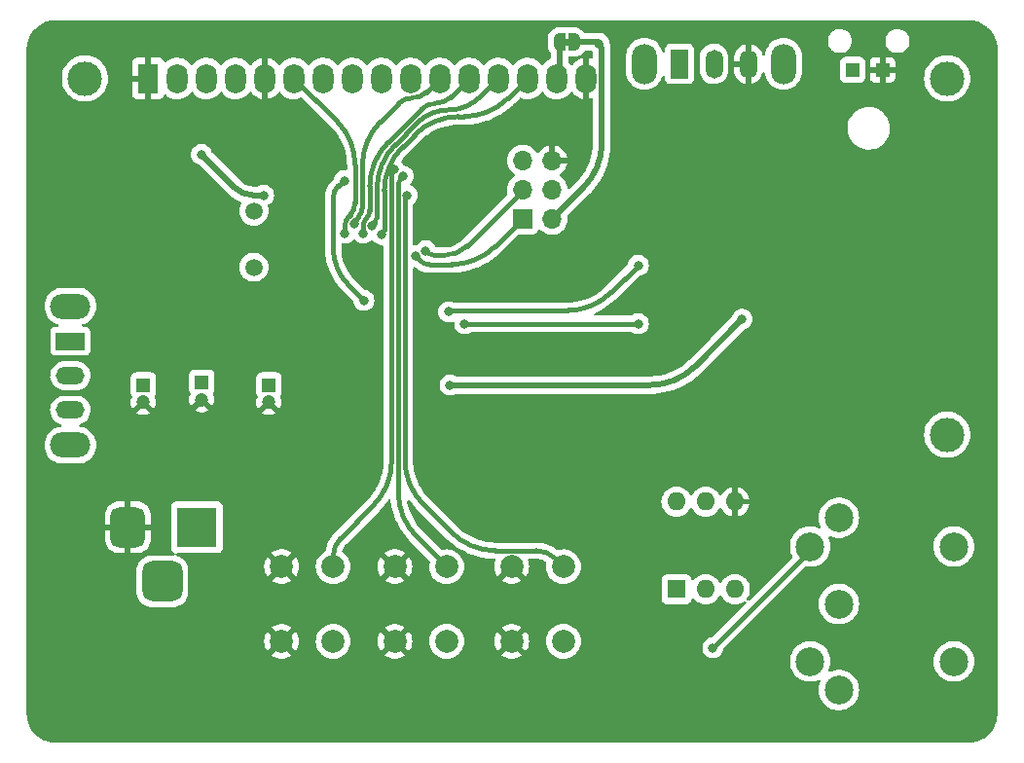
<source format=gbr>
%TF.GenerationSoftware,KiCad,Pcbnew,7.0.7-7.0.7~ubuntu22.04.1*%
%TF.CreationDate,2023-10-02T16:44:26+02:00*%
%TF.ProjectId,interrupter,696e7465-7272-4757-9074-65722e6b6963,rev?*%
%TF.SameCoordinates,Original*%
%TF.FileFunction,Copper,L2,Bot*%
%TF.FilePolarity,Positive*%
%FSLAX46Y46*%
G04 Gerber Fmt 4.6, Leading zero omitted, Abs format (unit mm)*
G04 Created by KiCad (PCBNEW 7.0.7-7.0.7~ubuntu22.04.1) date 2023-10-02 16:44:26*
%MOMM*%
%LPD*%
G01*
G04 APERTURE LIST*
G04 Aperture macros list*
%AMRoundRect*
0 Rectangle with rounded corners*
0 $1 Rounding radius*
0 $2 $3 $4 $5 $6 $7 $8 $9 X,Y pos of 4 corners*
0 Add a 4 corners polygon primitive as box body*
4,1,4,$2,$3,$4,$5,$6,$7,$8,$9,$2,$3,0*
0 Add four circle primitives for the rounded corners*
1,1,$1+$1,$2,$3*
1,1,$1+$1,$4,$5*
1,1,$1+$1,$6,$7*
1,1,$1+$1,$8,$9*
0 Add four rect primitives between the rounded corners*
20,1,$1+$1,$2,$3,$4,$5,0*
20,1,$1+$1,$4,$5,$6,$7,0*
20,1,$1+$1,$6,$7,$8,$9,0*
20,1,$1+$1,$8,$9,$2,$3,0*%
%AMFreePoly0*
4,1,19,0.500000,-0.750000,0.000000,-0.750000,0.000000,-0.744911,-0.071157,-0.744911,-0.207708,-0.704816,-0.327430,-0.627875,-0.420627,-0.520320,-0.479746,-0.390866,-0.500000,-0.250000,-0.500000,0.250000,-0.479746,0.390866,-0.420627,0.520320,-0.327430,0.627875,-0.207708,0.704816,-0.071157,0.744911,0.000000,0.744911,0.000000,0.750000,0.500000,0.750000,0.500000,-0.750000,0.500000,-0.750000,
$1*%
%AMFreePoly1*
4,1,19,0.000000,0.744911,0.071157,0.744911,0.207708,0.704816,0.327430,0.627875,0.420627,0.520320,0.479746,0.390866,0.500000,0.250000,0.500000,-0.250000,0.479746,-0.390866,0.420627,-0.520320,0.327430,-0.627875,0.207708,-0.704816,0.071157,-0.744911,0.000000,-0.744911,0.000000,-0.750000,-0.500000,-0.750000,-0.500000,0.750000,0.000000,0.750000,0.000000,0.744911,0.000000,0.744911,
$1*%
G04 Aperture macros list end*
%TA.AperFunction,ComponentPad*%
%ADD10C,3.000000*%
%TD*%
%TA.AperFunction,ComponentPad*%
%ADD11R,1.800000X2.600000*%
%TD*%
%TA.AperFunction,ComponentPad*%
%ADD12O,1.800000X2.600000*%
%TD*%
%TA.AperFunction,ComponentPad*%
%ADD13C,1.500000*%
%TD*%
%TA.AperFunction,ComponentPad*%
%ADD14O,1.600000X1.600000*%
%TD*%
%TA.AperFunction,ComponentPad*%
%ADD15R,1.600000X1.600000*%
%TD*%
%TA.AperFunction,ComponentPad*%
%ADD16R,1.208000X1.208000*%
%TD*%
%TA.AperFunction,ComponentPad*%
%ADD17C,2.000000*%
%TD*%
%TA.AperFunction,ComponentPad*%
%ADD18O,2.200000X3.500000*%
%TD*%
%TA.AperFunction,ComponentPad*%
%ADD19R,1.500000X2.500000*%
%TD*%
%TA.AperFunction,ComponentPad*%
%ADD20O,1.500000X2.500000*%
%TD*%
%TA.AperFunction,ComponentPad*%
%ADD21O,3.500000X2.200000*%
%TD*%
%TA.AperFunction,ComponentPad*%
%ADD22R,2.500000X1.500000*%
%TD*%
%TA.AperFunction,ComponentPad*%
%ADD23O,2.500000X1.500000*%
%TD*%
%TA.AperFunction,ComponentPad*%
%ADD24C,2.500000*%
%TD*%
%TA.AperFunction,ComponentPad*%
%ADD25R,1.700000X1.700000*%
%TD*%
%TA.AperFunction,ComponentPad*%
%ADD26O,1.700000X1.700000*%
%TD*%
%TA.AperFunction,ComponentPad*%
%ADD27RoundRect,0.875000X-0.875000X-0.875000X0.875000X-0.875000X0.875000X0.875000X-0.875000X0.875000X0*%
%TD*%
%TA.AperFunction,ComponentPad*%
%ADD28RoundRect,0.750000X-0.750000X-1.000000X0.750000X-1.000000X0.750000X1.000000X-0.750000X1.000000X0*%
%TD*%
%TA.AperFunction,ComponentPad*%
%ADD29R,3.500000X3.500000*%
%TD*%
%TA.AperFunction,ComponentPad*%
%ADD30R,1.200000X1.200000*%
%TD*%
%TA.AperFunction,ComponentPad*%
%ADD31C,1.200000*%
%TD*%
%TA.AperFunction,SMDPad,CuDef*%
%ADD32FreePoly0,0.000000*%
%TD*%
%TA.AperFunction,SMDPad,CuDef*%
%ADD33FreePoly1,0.000000*%
%TD*%
%TA.AperFunction,ViaPad*%
%ADD34C,0.800000*%
%TD*%
%TA.AperFunction,Conductor*%
%ADD35C,0.381000*%
%TD*%
%TA.AperFunction,Conductor*%
%ADD36C,0.508000*%
%TD*%
G04 APERTURE END LIST*
%TA.AperFunction,EtchedComponent*%
%TO.C,JP1*%
G36*
X68830000Y-27605000D02*
G01*
X68330000Y-27605000D01*
X68330000Y-27005000D01*
X68830000Y-27005000D01*
X68830000Y-27605000D01*
G37*
%TD.AperFunction*%
%TD*%
D10*
%TO.P,DS1,*%
%TO.N,*%
X26670000Y-30480000D03*
X101668580Y-61480700D03*
X101669100Y-30480000D03*
D11*
%TO.P,DS1,1,VSS*%
%TO.N,GND*%
X32169100Y-30480000D03*
D12*
%TO.P,DS1,2,VDD*%
%TO.N,+5V*%
X34709100Y-30480000D03*
%TO.P,DS1,3,VO*%
%TO.N,Net-(DS1-VO)*%
X37249100Y-30480000D03*
%TO.P,DS1,4,RS*%
%TO.N,/RS*%
X39789100Y-30480000D03*
%TO.P,DS1,5,R/W*%
%TO.N,GND*%
X42329100Y-30480000D03*
%TO.P,DS1,6,E*%
%TO.N,/E*%
X44869100Y-30480000D03*
%TO.P,DS1,7,D0*%
%TO.N,unconnected-(DS1-D0-Pad7)*%
X47409100Y-30480000D03*
%TO.P,DS1,8,D1*%
%TO.N,unconnected-(DS1-D1-Pad8)*%
X49949100Y-30480000D03*
%TO.P,DS1,9,D2*%
%TO.N,unconnected-(DS1-D2-Pad9)*%
X52489100Y-30480000D03*
%TO.P,DS1,10,D3*%
%TO.N,unconnected-(DS1-D3-Pad10)*%
X55029100Y-30480000D03*
%TO.P,DS1,11,D4*%
%TO.N,/DB4*%
X57569100Y-30480000D03*
%TO.P,DS1,12,D5*%
%TO.N,/DB5*%
X60109100Y-30480000D03*
%TO.P,DS1,13,D6*%
%TO.N,/DB6*%
X62649100Y-30480000D03*
%TO.P,DS1,14,D7*%
%TO.N,/DB7*%
X65189100Y-30480000D03*
%TO.P,DS1,15,LED(+)*%
%TO.N,/BL*%
X67729100Y-30480000D03*
%TO.P,DS1,16,LED(-)*%
%TO.N,GND*%
X70269100Y-30480000D03*
%TD*%
D13*
%TO.P,Y1,1,1*%
%TO.N,/X2*%
X41365000Y-46900000D03*
%TO.P,Y1,2,2*%
%TO.N,/X1*%
X41365000Y-42020000D03*
%TD*%
D14*
%TO.P,U5,6*%
%TO.N,Net-(R14-Pad1)*%
X78120000Y-67300000D03*
%TO.P,U5,5*%
%TO.N,/RX*%
X80660000Y-67300000D03*
%TO.P,U5,4*%
%TO.N,GND*%
X83200000Y-67300000D03*
%TO.P,U5,3,NC*%
%TO.N,unconnected-(U5-NC-Pad3)*%
X83200000Y-74920000D03*
%TO.P,U5,2*%
%TO.N,Net-(D1-A)*%
X80660000Y-74920000D03*
D15*
%TO.P,U5,1*%
%TO.N,Net-(D1-K)*%
X78120000Y-74920000D03*
%TD*%
D16*
%TO.P,U3,P$2,A*%
%TO.N,Net-(SW2A-B)*%
X93442000Y-29718000D03*
%TO.P,U3,P$1,K*%
%TO.N,GND*%
X96042000Y-29718000D03*
%TD*%
D17*
%TO.P,SW5,2,A*%
%TO.N,/OK*%
X68290000Y-72950000D03*
X68290000Y-79450000D03*
%TO.P,SW5,1,1*%
%TO.N,GND*%
X63790000Y-79450000D03*
X63790000Y-72950000D03*
%TD*%
%TO.P,SW4,2,A*%
%TO.N,/DN*%
X58130000Y-72950000D03*
X58130000Y-79450000D03*
%TO.P,SW4,1,1*%
%TO.N,GND*%
X53630000Y-79450000D03*
X53630000Y-72950000D03*
%TD*%
%TO.P,SW3,1,1*%
%TO.N,GND*%
X43760000Y-72950000D03*
X43760000Y-79450000D03*
%TO.P,SW3,2,K*%
%TO.N,/UP*%
X48260000Y-79450000D03*
X48260000Y-72950000D03*
%TD*%
D18*
%TO.P,SW2,*%
%TO.N,*%
X75332500Y-29210000D03*
X87432500Y-29210000D03*
D19*
%TO.P,SW2,1,A*%
%TO.N,/OPT*%
X78382500Y-29210000D03*
D20*
%TO.P,SW2,2,B*%
%TO.N,Net-(SW2A-B)*%
X81382500Y-29210000D03*
%TO.P,SW2,3,C*%
%TO.N,GND*%
X84382500Y-29210000D03*
%TD*%
D21*
%TO.P,SW1,*%
%TO.N,*%
X25400000Y-50290000D03*
X25400000Y-62390000D03*
D22*
%TO.P,SW1,1,A*%
%TO.N,Net-(SW1A-A)*%
X25400000Y-53340000D03*
D23*
%TO.P,SW1,2,B*%
%TO.N,VCC*%
X25400000Y-56340000D03*
%TO.P,SW1,3,C*%
%TO.N,unconnected-(SW1A-C-Pad3)*%
X25400000Y-59340000D03*
%TD*%
D24*
%TO.P,J4,6*%
%TO.N,N/C*%
X102250000Y-81200000D03*
X102250000Y-71200000D03*
%TO.P,J4,5*%
%TO.N,Net-(D1-A)*%
X89750000Y-81200000D03*
%TO.P,J4,1*%
%TO.N,unconnected-(J4-Pad1)*%
X92250000Y-68700000D03*
%TO.P,J4,2*%
%TO.N,unconnected-(J4-Pad2)*%
X92250000Y-76200000D03*
%TO.P,J4,4*%
%TO.N,Net-(J4-Pad4)*%
X89750000Y-71200000D03*
%TO.P,J4,3*%
%TO.N,unconnected-(J4-Pad3)*%
X92250000Y-83700000D03*
%TD*%
D25*
%TO.P,J3,1,MISO*%
%TO.N,/DO*%
X64750000Y-42700000D03*
D26*
%TO.P,J3,2,VCC*%
%TO.N,+5V*%
X67290000Y-42700000D03*
%TO.P,J3,3,SCK*%
%TO.N,/CLK_5V*%
X64750000Y-40160000D03*
%TO.P,J3,4,MOSI*%
%TO.N,/DI_5V*%
X67290000Y-40160000D03*
%TO.P,J3,5,~{RST}*%
%TO.N,/RESET*%
X64750000Y-37620000D03*
%TO.P,J3,6,GND*%
%TO.N,GND*%
X67290000Y-37620000D03*
%TD*%
D27*
%TO.P,J1,3*%
%TO.N,N/C*%
X33400000Y-74227500D03*
D28*
%TO.P,J1,2*%
%TO.N,GND*%
X30400000Y-69527500D03*
D29*
%TO.P,J1,1*%
%TO.N,VCC*%
X36400000Y-69527500D03*
%TD*%
D30*
%TO.P,C3,1*%
%TO.N,+3.3V*%
X42672000Y-57150000D03*
D31*
%TO.P,C3,2*%
%TO.N,GND*%
X42672000Y-58650000D03*
%TD*%
D30*
%TO.P,C2,1*%
%TO.N,+5V*%
X36830000Y-56920000D03*
D31*
%TO.P,C2,2*%
%TO.N,GND*%
X36830000Y-58420000D03*
%TD*%
D30*
%TO.P,C1,1*%
%TO.N,Net-(SW1A-A)*%
X31750000Y-57150000D03*
D31*
%TO.P,C1,2*%
%TO.N,GND*%
X31750000Y-58650000D03*
%TD*%
D32*
%TO.P,JP1,1,A*%
%TO.N,/BL*%
X67930000Y-27305000D03*
D33*
%TO.P,JP1,2,B*%
%TO.N,+5V*%
X69230000Y-27305000D03*
%TD*%
D34*
%TO.N,GND*%
X43434000Y-38989000D03*
X45085000Y-52070000D03*
X39370000Y-45720000D03*
X39370000Y-44450000D03*
X39370000Y-43180000D03*
X45720000Y-41910000D03*
X58420000Y-40640000D03*
%TO.N,Net-(J4-Pad4)*%
X81280000Y-80010000D03*
%TO.N,/RX*%
X49219502Y-39370000D03*
X50927000Y-49784000D03*
%TO.N,+5V*%
X71374000Y-27432000D03*
%TO.N,/CLK_5V*%
X56320000Y-45466000D03*
%TO.N,/DO*%
X55408000Y-45938000D03*
%TO.N,+3.3V*%
X83820000Y-51435000D03*
X58420000Y-57150000D03*
%TO.N,/CS_5V*%
X74803000Y-46736000D03*
X58312056Y-50780944D03*
%TO.N,/DI_5V*%
X74803000Y-51816000D03*
X59690000Y-51816000D03*
%TO.N,/OK*%
X54711000Y-40640000D03*
%TO.N,/DN*%
X54331425Y-38965345D03*
%TO.N,/UP*%
X53528638Y-38369914D03*
%TO.N,/DB7*%
X52460000Y-44069000D03*
%TO.N,/DB6*%
X51650000Y-43271504D03*
%TO.N,/DB5*%
X50860000Y-43942000D03*
%TO.N,/DB4*%
X50066000Y-43142398D03*
%TO.N,/E*%
X49276000Y-43942000D03*
%TO.N,+5V*%
X42218500Y-40640000D03*
X36805000Y-37082500D03*
%TD*%
D35*
%TO.N,Net-(J4-Pad4)*%
X89629788Y-71660205D02*
G75*
G03*
X89750000Y-71370000I-290188J290205D01*
G01*
%TO.N,/CS_5V*%
X58496327Y-50673028D02*
G75*
G03*
X58366028Y-50726972I-27J-184272D01*
G01*
X68612036Y-50673010D02*
G75*
G03*
X72459792Y-49079207I-36J5441610D01*
G01*
%TO.N,/CLK_5V*%
X56527290Y-45673266D02*
G75*
G03*
X57027691Y-45880556I500410J500366D01*
G01*
X57911500Y-45880566D02*
G75*
G03*
X59920669Y-45048330I0J2841366D01*
G01*
X64729137Y-40239856D02*
G75*
G03*
X64750000Y-40189500I-50337J50356D01*
G01*
%TO.N,/RX*%
X49184251Y-39369964D02*
G75*
G03*
X49124073Y-39394926I49J-85136D01*
G01*
X48704495Y-39814495D02*
G75*
G03*
X48260000Y-40887617I1073105J-1073105D01*
G01*
X48260002Y-45231146D02*
G75*
G03*
X49593500Y-48450500I4552848J-4D01*
G01*
%TO.N,/OK*%
X54606504Y-40744504D02*
G75*
G03*
X54502000Y-40996785I252296J-252296D01*
G01*
X54502003Y-63678036D02*
G75*
G03*
X56095792Y-67525792I5441547J-4D01*
G01*
X58535715Y-69965699D02*
G75*
G03*
X62383463Y-71559500I3847785J3847799D01*
G01*
X67594759Y-72254741D02*
G75*
G03*
X65916268Y-71559500I-1678459J-1678459D01*
G01*
%TO.N,/DN*%
X54126228Y-39170573D02*
G75*
G03*
X53921000Y-39665984I495372J-495427D01*
G01*
X53921003Y-66487036D02*
G75*
G03*
X55514792Y-70334792I5441547J-4D01*
G01*
%TO.N,/UP*%
X48907004Y-70472999D02*
G75*
G03*
X48260000Y-72035000I1561996J-1562001D01*
G01*
X51746206Y-67633791D02*
G75*
G03*
X53340000Y-63786036I-3847766J3847761D01*
G01*
X53434305Y-38464219D02*
G75*
G03*
X53340000Y-38691939I227695J-227681D01*
G01*
%TO.N,/DO*%
X55774536Y-46304520D02*
G75*
G03*
X56659404Y-46671056I884864J884820D01*
G01*
X58524980Y-46671039D02*
G75*
G03*
X62372736Y-45077263I20J5441539D01*
G01*
D36*
%TO.N,/BL*%
X67829538Y-30379538D02*
G75*
G03*
X67930000Y-30137042I-242538J242538D01*
G01*
D35*
%TO.N,/DB7*%
X59614136Y-33801010D02*
G75*
G03*
X63461892Y-32207207I-36J5441610D01*
G01*
X52582512Y-43946512D02*
G75*
G03*
X52705000Y-43650758I-295712J295712D01*
G01*
X59182937Y-33801040D02*
G75*
G03*
X55335180Y-35394792I-37J-5441560D01*
G01*
X54298784Y-36431173D02*
G75*
G03*
X52705000Y-40278937I3847716J-3847727D01*
G01*
%TO.N,/DB6*%
X58298708Y-33220013D02*
G75*
G03*
X61047818Y-32081279I-8J3887813D01*
G01*
X58298708Y-33219996D02*
G75*
G03*
X55549596Y-34358718I-8J-3887804D01*
G01*
X53663813Y-36244544D02*
G75*
G03*
X52070000Y-40092279I3847687J-3847756D01*
G01*
X51859994Y-43061498D02*
G75*
G03*
X52070000Y-42554519I-506994J506998D01*
G01*
%TO.N,/DB5*%
X51147470Y-42656038D02*
G75*
G03*
X50860000Y-43350154I694130J-694062D01*
G01*
X57198879Y-32638983D02*
G75*
G03*
X55916465Y-33170194I21J-1813617D01*
G01*
X57198879Y-32638986D02*
G75*
G03*
X58481292Y-32107805I21J1813586D01*
G01*
X53028792Y-36057865D02*
G75*
G03*
X51435000Y-39905621I3847708J-3847735D01*
G01*
X51147512Y-42656080D02*
G75*
G03*
X51435000Y-41961981I-694112J694080D01*
G01*
%TO.N,/DB4*%
X55161050Y-32170530D02*
G75*
G03*
X53936116Y-32677885I-50J-1732270D01*
G01*
X50433000Y-42548910D02*
G75*
G03*
X50800000Y-41662893I-886000J886010D01*
G01*
X52393821Y-34220236D02*
G75*
G03*
X50800000Y-38067963I3847679J-3847764D01*
G01*
X55161050Y-32170540D02*
G75*
G03*
X56385984Y-31663115I-50J1732340D01*
G01*
X50146098Y-42835857D02*
G75*
G03*
X50066000Y-43029154I193302J-193343D01*
G01*
%TO.N,/E*%
X49674620Y-42415793D02*
G75*
G03*
X49276000Y-43378231I962480J-962407D01*
G01*
X50165010Y-38029863D02*
G75*
G03*
X48571206Y-34182108I-5441610J-37D01*
G01*
X49720474Y-42369936D02*
G75*
G03*
X50165000Y-41296844I-1073074J1073136D01*
G01*
D36*
%TO.N,+3.3V*%
X75851036Y-57150010D02*
G75*
G03*
X79698792Y-55556207I-36J5441610D01*
G01*
%TO.N,+5V*%
X70029300Y-39960685D02*
G75*
G03*
X71623100Y-36112936I-3847800J3847785D01*
G01*
X39706302Y-39983806D02*
G75*
G03*
X41290500Y-40640000I1584198J1584206D01*
G01*
X71623083Y-27857240D02*
G75*
G03*
X71498550Y-27556550I-425183J40D01*
G01*
X69319802Y-27305007D02*
G75*
G03*
X69293501Y-27368499I-2J-37193D01*
G01*
X71310501Y-27368499D02*
G75*
G03*
X71157197Y-27305000I-153301J-153301D01*
G01*
D35*
%TO.N,Net-(J4-Pad4)*%
X89629791Y-71660208D02*
X81280000Y-80010000D01*
X89750000Y-71370000D02*
X89750000Y-71200000D01*
%TO.N,/RX*%
X49124073Y-39394926D02*
X48704500Y-39814500D01*
X49219502Y-39370000D02*
X49184251Y-39370000D01*
X48260000Y-40887617D02*
X48260000Y-45231146D01*
X50927000Y-49784000D02*
X49593500Y-48450500D01*
%TO.N,/DB7*%
X52582500Y-43946500D02*
X52460000Y-44069000D01*
X52705000Y-43650758D02*
X52705000Y-40278937D01*
X59614136Y-33801000D02*
X59182937Y-33801000D01*
X55335180Y-35394792D02*
X54298792Y-36431181D01*
X63461892Y-32207207D02*
X65189100Y-30480000D01*
%TO.N,/DB6*%
X51650000Y-43271504D02*
X51860000Y-43061504D01*
X52070000Y-40092279D02*
X52070000Y-42554519D01*
X55549596Y-34358718D02*
X53663792Y-36244523D01*
X61047819Y-32081280D02*
X62649100Y-30480000D01*
%TO.N,/DB5*%
X50860000Y-43350154D02*
X50860000Y-43942000D01*
X55916464Y-33170193D02*
X53028792Y-36057865D01*
X51435000Y-39905621D02*
X51435000Y-41961981D01*
X58481293Y-32107806D02*
X60109100Y-30480000D01*
%TO.N,/DB4*%
X50066000Y-43142398D02*
X50066000Y-43029154D01*
X50432999Y-42548909D02*
X50146075Y-42835834D01*
X50800000Y-41662893D02*
X50800000Y-38067963D01*
X53936115Y-32677884D02*
X52393792Y-34220207D01*
X56385984Y-31663115D02*
X57569100Y-30480000D01*
%TO.N,/E*%
X49276000Y-43378231D02*
X49276000Y-43942000D01*
X49674644Y-42415817D02*
X49720500Y-42369962D01*
X50165000Y-38029863D02*
X50165000Y-41296844D01*
X48571207Y-34182107D02*
X44869100Y-30480000D01*
%TO.N,/UP*%
X48260000Y-72035000D02*
X48260000Y-72950000D01*
X53528638Y-38369914D02*
X53434319Y-38464233D01*
X53340000Y-63786036D02*
X53340000Y-38691939D01*
X48907002Y-70472997D02*
X51746207Y-67633792D01*
%TO.N,/DN*%
X54126212Y-39170557D02*
X54331425Y-38965345D01*
X53921000Y-39665984D02*
X53921000Y-66487036D01*
X55514792Y-70334792D02*
X58130000Y-72950000D01*
D36*
%TO.N,+3.3V*%
X75851036Y-57150000D02*
X58420000Y-57150000D01*
X83820000Y-51435000D02*
X79698792Y-55556207D01*
D35*
%TO.N,/OK*%
X54606500Y-40744500D02*
X54711000Y-40640000D01*
X56095792Y-67525792D02*
X58535707Y-69965707D01*
X54502000Y-40996785D02*
X54502000Y-63678036D01*
X62383463Y-71559500D02*
X65916268Y-71559500D01*
X67594750Y-72254750D02*
X68290000Y-72950000D01*
D36*
%TO.N,/BL*%
X67930000Y-30137042D02*
X67930000Y-27305000D01*
X67829550Y-30379550D02*
X67729100Y-30480000D01*
%TO.N,+5V*%
X69319802Y-27305000D02*
X71157197Y-27305000D01*
X71374000Y-27432000D02*
X71310500Y-27368500D01*
X71498550Y-27556550D02*
X71374000Y-27432000D01*
X71623100Y-36112936D02*
X71623100Y-27857240D01*
X70029307Y-39960692D02*
X67290000Y-42700000D01*
X42218500Y-40640000D02*
X41290500Y-40640000D01*
X39706304Y-39983804D02*
X36805000Y-37082500D01*
D35*
X71374000Y-27432000D02*
X71559600Y-27617600D01*
X69293500Y-27368500D02*
X69357000Y-27432000D01*
%TO.N,/CLK_5V*%
X57027691Y-45880556D02*
X57911500Y-45880556D01*
X56527278Y-45673278D02*
X56320000Y-45466000D01*
%TO.N,/DO*%
X56659404Y-46671056D02*
X58524980Y-46671056D01*
X55774528Y-46304528D02*
X55408000Y-45938000D01*
X62372736Y-45077263D02*
X64750000Y-42700000D01*
%TO.N,/CLK_5V*%
X64750000Y-40189500D02*
X64750000Y-40160000D01*
X59920669Y-45048330D02*
X64729140Y-40239859D01*
%TO.N,/CS_5V*%
X58366028Y-50726972D02*
X58312056Y-50780944D01*
X58496327Y-50673000D02*
X68612036Y-50673000D01*
X72459792Y-49079207D02*
X74803000Y-46736000D01*
%TO.N,/DI_5V*%
X59690000Y-51816000D02*
X74803000Y-51816000D01*
%TD*%
%TA.AperFunction,Conductor*%
%TO.N,GND*%
G36*
X70447949Y-31081484D02*
G01*
X70500205Y-31127864D01*
X70519100Y-31193658D01*
X70519100Y-32258264D01*
X70680535Y-32223473D01*
X70690363Y-32219524D01*
X70759908Y-32212791D01*
X70822052Y-32244726D01*
X70857066Y-32305189D01*
X70860600Y-32334581D01*
X70860600Y-36112931D01*
X70842910Y-36518033D01*
X70842438Y-36523423D01*
X70789864Y-36922748D01*
X70788924Y-36928077D01*
X70701744Y-37321315D01*
X70700343Y-37326542D01*
X70579224Y-37710677D01*
X70577373Y-37715762D01*
X70423236Y-38087881D01*
X70420949Y-38092785D01*
X70334647Y-38258570D01*
X70257114Y-38407510D01*
X70234966Y-38450055D01*
X70232260Y-38454741D01*
X70015852Y-38794432D01*
X70012748Y-38798865D01*
X69767548Y-39118418D01*
X69764069Y-39122563D01*
X69489965Y-39421694D01*
X69433468Y-39478193D01*
X69433466Y-39478195D01*
X68849859Y-40061801D01*
X68788536Y-40095286D01*
X68718844Y-40090302D01*
X68662911Y-40048430D01*
X68638601Y-39984361D01*
X68634564Y-39935632D01*
X68579296Y-39717384D01*
X68488860Y-39511209D01*
X68483032Y-39502289D01*
X68365723Y-39322734D01*
X68365715Y-39322723D01*
X68213243Y-39157097D01*
X68213238Y-39157092D01*
X68035577Y-39018812D01*
X68035577Y-39018811D01*
X67992303Y-38995393D01*
X67942713Y-38946173D01*
X67927605Y-38877957D01*
X67951775Y-38812401D01*
X67980198Y-38784763D01*
X68161079Y-38658108D01*
X68328105Y-38491082D01*
X68463600Y-38297578D01*
X68563429Y-38083492D01*
X68563432Y-38083486D01*
X68620636Y-37870000D01*
X67903347Y-37870000D01*
X67836308Y-37850315D01*
X67790553Y-37797511D01*
X67780609Y-37728353D01*
X67784369Y-37711067D01*
X67790000Y-37691888D01*
X67790000Y-37548111D01*
X67784369Y-37528933D01*
X67784370Y-37459064D01*
X67822145Y-37400286D01*
X67885701Y-37371262D01*
X67903347Y-37370000D01*
X68620636Y-37370000D01*
X68620635Y-37369999D01*
X68563432Y-37156513D01*
X68563429Y-37156507D01*
X68463600Y-36942422D01*
X68463599Y-36942420D01*
X68328113Y-36748926D01*
X68328108Y-36748920D01*
X68161082Y-36581894D01*
X67967578Y-36446399D01*
X67753492Y-36346570D01*
X67753486Y-36346567D01*
X67540000Y-36289364D01*
X67540000Y-37007698D01*
X67520315Y-37074737D01*
X67467511Y-37120492D01*
X67398355Y-37130436D01*
X67325766Y-37120000D01*
X67325763Y-37120000D01*
X67254237Y-37120000D01*
X67254233Y-37120000D01*
X67181645Y-37130436D01*
X67112487Y-37120492D01*
X67059684Y-37074736D01*
X67040000Y-37007698D01*
X67040000Y-36289364D01*
X67039999Y-36289364D01*
X66826513Y-36346567D01*
X66826507Y-36346570D01*
X66612422Y-36446399D01*
X66612420Y-36446400D01*
X66418926Y-36581886D01*
X66418920Y-36581891D01*
X66251891Y-36748920D01*
X66251890Y-36748922D01*
X66125131Y-36929952D01*
X66070554Y-36973577D01*
X66001055Y-36980769D01*
X65938701Y-36949247D01*
X65919752Y-36926656D01*
X65825722Y-36782732D01*
X65825715Y-36782725D01*
X65825715Y-36782723D01*
X65673243Y-36617097D01*
X65673238Y-36617092D01*
X65495577Y-36478812D01*
X65495572Y-36478808D01*
X65297580Y-36371661D01*
X65297577Y-36371659D01*
X65297574Y-36371658D01*
X65297571Y-36371657D01*
X65297569Y-36371656D01*
X65084637Y-36298556D01*
X64862569Y-36261500D01*
X64637431Y-36261500D01*
X64415362Y-36298556D01*
X64202430Y-36371656D01*
X64202419Y-36371661D01*
X64004427Y-36478808D01*
X64004422Y-36478812D01*
X63826761Y-36617092D01*
X63826756Y-36617097D01*
X63674284Y-36782723D01*
X63674276Y-36782734D01*
X63551140Y-36971207D01*
X63460703Y-37177385D01*
X63405436Y-37395628D01*
X63405434Y-37395640D01*
X63386844Y-37619994D01*
X63386844Y-37620005D01*
X63405434Y-37844359D01*
X63405436Y-37844371D01*
X63460703Y-38062614D01*
X63551140Y-38268792D01*
X63674276Y-38457265D01*
X63674284Y-38457276D01*
X63799961Y-38593795D01*
X63826760Y-38622906D01*
X64004424Y-38761189D01*
X64004429Y-38761191D01*
X64004431Y-38761193D01*
X64040930Y-38780946D01*
X64090520Y-38830165D01*
X64105628Y-38898382D01*
X64081457Y-38963937D01*
X64040930Y-38999054D01*
X64004431Y-39018806D01*
X64004422Y-39018812D01*
X63826761Y-39157092D01*
X63826756Y-39157097D01*
X63674284Y-39322723D01*
X63674276Y-39322734D01*
X63551140Y-39511207D01*
X63460703Y-39717385D01*
X63405436Y-39935628D01*
X63405434Y-39935640D01*
X63386844Y-40159994D01*
X63386844Y-40160005D01*
X63405435Y-40384364D01*
X63426665Y-40468200D01*
X63424040Y-40538020D01*
X63394140Y-40586321D01*
X59427633Y-44552830D01*
X59425105Y-44555219D01*
X59249854Y-44711836D01*
X59244413Y-44716175D01*
X59054160Y-44851169D01*
X59048268Y-44854871D01*
X58844102Y-44967711D01*
X58837833Y-44970730D01*
X58622305Y-45060007D01*
X58615737Y-45062306D01*
X58391571Y-45126886D01*
X58384788Y-45128434D01*
X58154807Y-45167511D01*
X58147893Y-45168290D01*
X57913413Y-45181458D01*
X57909936Y-45181556D01*
X57272923Y-45181556D01*
X57205884Y-45161871D01*
X57160129Y-45109067D01*
X57154992Y-45095875D01*
X57154528Y-45094447D01*
X57154527Y-45094446D01*
X57154527Y-45094444D01*
X57059040Y-44929056D01*
X56931253Y-44787134D01*
X56776752Y-44674882D01*
X56602288Y-44597206D01*
X56602286Y-44597205D01*
X56415487Y-44557500D01*
X56224513Y-44557500D01*
X56037714Y-44597205D01*
X55863246Y-44674883D01*
X55708745Y-44787135D01*
X55580959Y-44929057D01*
X55558764Y-44967500D01*
X55508197Y-45015716D01*
X55451377Y-45029500D01*
X55325000Y-45029500D01*
X55257961Y-45009815D01*
X55212206Y-44957011D01*
X55201000Y-44905500D01*
X55200999Y-41470143D01*
X55220684Y-41403104D01*
X55252114Y-41369825D01*
X55282138Y-41348011D01*
X55322253Y-41318866D01*
X55450040Y-41176944D01*
X55545527Y-41011556D01*
X55604542Y-40829928D01*
X55624504Y-40640000D01*
X55604542Y-40450072D01*
X55545527Y-40268444D01*
X55450040Y-40103056D01*
X55322253Y-39961134D01*
X55206863Y-39877298D01*
X55167755Y-39848884D01*
X55167754Y-39848883D01*
X55167752Y-39848882D01*
X55031451Y-39788197D01*
X54978215Y-39742947D01*
X54957894Y-39676098D01*
X54976939Y-39608874D01*
X54989738Y-39591946D01*
X55010021Y-39569419D01*
X55070465Y-39502289D01*
X55165952Y-39336901D01*
X55224967Y-39155273D01*
X55244929Y-38965345D01*
X55224967Y-38775417D01*
X55165952Y-38593789D01*
X55070465Y-38428401D01*
X54942678Y-38286479D01*
X54788177Y-38174227D01*
X54613713Y-38096551D01*
X54613711Y-38096550D01*
X54613710Y-38096550D01*
X54446740Y-38061059D01*
X54385258Y-38027866D01*
X54365134Y-38001769D01*
X54362083Y-37996485D01*
X54267678Y-37832970D01*
X54264863Y-37829844D01*
X54225327Y-37785934D01*
X54195097Y-37722942D01*
X54203723Y-37653607D01*
X54214371Y-37634077D01*
X54308403Y-37493348D01*
X54311234Y-37489451D01*
X54538790Y-37200799D01*
X54541936Y-37197115D01*
X54793066Y-36925446D01*
X54793108Y-36925399D01*
X54848750Y-36869759D01*
X54848750Y-36869758D01*
X54858952Y-36859557D01*
X54858959Y-36859547D01*
X55829442Y-35889064D01*
X56101119Y-35637934D01*
X56104783Y-35634805D01*
X56393428Y-35407260D01*
X56397358Y-35404406D01*
X56409277Y-35396441D01*
X56702949Y-35200221D01*
X56707075Y-35197693D01*
X57027758Y-35018105D01*
X57032059Y-35015914D01*
X57365844Y-34862041D01*
X57370321Y-34860187D01*
X57715141Y-34732980D01*
X57719730Y-34731489D01*
X58073477Y-34631725D01*
X58078183Y-34630595D01*
X58438659Y-34558895D01*
X58443455Y-34558137D01*
X58718898Y-34525538D01*
X58808430Y-34514941D01*
X58813259Y-34514561D01*
X59182932Y-34500040D01*
X59182932Y-34500039D01*
X59183945Y-34500000D01*
X59261691Y-34500001D01*
X59261695Y-34500000D01*
X59535378Y-34500000D01*
X59535382Y-34500001D01*
X59562767Y-34500000D01*
X59562799Y-34500009D01*
X59614141Y-34500009D01*
X59614141Y-34500010D01*
X59833451Y-34500009D01*
X59833452Y-34500009D01*
X60270957Y-34468715D01*
X60705110Y-34406291D01*
X61133701Y-34313055D01*
X61133700Y-34313055D01*
X61133701Y-34313054D01*
X61133704Y-34313054D01*
X61554557Y-34189479D01*
X61594988Y-34174399D01*
X61685631Y-34140590D01*
X61965521Y-34036195D01*
X62013756Y-34014166D01*
X62364501Y-33853987D01*
X62749469Y-33643778D01*
X62756148Y-33639486D01*
X63118456Y-33406644D01*
X63118458Y-33406643D01*
X63118457Y-33406644D01*
X63469599Y-33143782D01*
X63469600Y-33143781D01*
X63801080Y-32856554D01*
X63879136Y-32778497D01*
X63920883Y-32736749D01*
X63920899Y-32736736D01*
X64052189Y-32605446D01*
X64468274Y-32189359D01*
X64529595Y-32155876D01*
X64599286Y-32160860D01*
X64611778Y-32166319D01*
X64662033Y-32191657D01*
X64891285Y-32261864D01*
X65129105Y-32292318D01*
X65368651Y-32282143D01*
X65603032Y-32231630D01*
X65825504Y-32142233D01*
X66029669Y-32016524D01*
X66209651Y-31858119D01*
X66360275Y-31671576D01*
X66360274Y-31671576D01*
X66363585Y-31667477D01*
X66364759Y-31668425D01*
X66413250Y-31628309D01*
X66482617Y-31619947D01*
X66545494Y-31650415D01*
X66564908Y-31672813D01*
X66629275Y-31768047D01*
X66629277Y-31768049D01*
X66795175Y-31941144D01*
X66795176Y-31941145D01*
X66987938Y-32083712D01*
X66987940Y-32083713D01*
X66987943Y-32083715D01*
X67202033Y-32191657D01*
X67431285Y-32261864D01*
X67669105Y-32292318D01*
X67908651Y-32282143D01*
X68143032Y-32231630D01*
X68365504Y-32142233D01*
X68569669Y-32016524D01*
X68749651Y-31858119D01*
X68900275Y-31671576D01*
X68900282Y-31671562D01*
X68903226Y-31667209D01*
X68904779Y-31668259D01*
X68948778Y-31625083D01*
X69017189Y-31610877D01*
X69082419Y-31635911D01*
X69109910Y-31665035D01*
X69175912Y-31762688D01*
X69175914Y-31762690D01*
X69340806Y-31934736D01*
X69532416Y-32076450D01*
X69745215Y-32183741D01*
X69973087Y-32253526D01*
X69973085Y-32253526D01*
X70019100Y-32259418D01*
X70019100Y-31193658D01*
X70038785Y-31126619D01*
X70091589Y-31080864D01*
X70159284Y-31070719D01*
X70229777Y-31080000D01*
X70229784Y-31080000D01*
X70308416Y-31080000D01*
X70308423Y-31080000D01*
X70378915Y-31070719D01*
X70447949Y-31081484D01*
G37*
%TD.AperFunction*%
%TA.AperFunction,Conductor*%
G36*
X70735531Y-28087185D02*
G01*
X70760638Y-28108523D01*
X70762747Y-28110866D01*
X70762751Y-28110868D01*
X70762752Y-28110870D01*
X70809484Y-28144822D01*
X70852150Y-28200151D01*
X70860600Y-28245141D01*
X70860600Y-28629305D01*
X70840915Y-28696344D01*
X70788111Y-28742099D01*
X70718953Y-28752043D01*
X70700290Y-28747870D01*
X70565120Y-28706475D01*
X70519100Y-28700581D01*
X70519100Y-29766341D01*
X70499415Y-29833380D01*
X70446611Y-29879135D01*
X70378915Y-29889280D01*
X70308433Y-29880001D01*
X70308428Y-29880000D01*
X70308423Y-29880000D01*
X70229777Y-29880000D01*
X70229771Y-29880000D01*
X70229766Y-29880001D01*
X70159285Y-29889280D01*
X70090250Y-29878514D01*
X70037994Y-29832134D01*
X70019100Y-29766341D01*
X70019100Y-28701734D01*
X70019099Y-28701734D01*
X69857666Y-28736525D01*
X69636537Y-28825383D01*
X69433605Y-28950333D01*
X69254710Y-29107780D01*
X69104990Y-29293205D01*
X69103905Y-29294811D01*
X69103270Y-29295335D01*
X69101685Y-29297299D01*
X69101285Y-29296976D01*
X69050052Y-29339327D01*
X68980681Y-29347661D01*
X68917817Y-29317167D01*
X68898440Y-29294803D01*
X68828932Y-29191962D01*
X68828928Y-29191957D01*
X68828925Y-29191953D01*
X68726976Y-29085581D01*
X68694801Y-29023562D01*
X68692500Y-28999782D01*
X68692500Y-28692729D01*
X68712185Y-28625690D01*
X68764989Y-28579935D01*
X68816500Y-28568729D01*
X69301886Y-28568729D01*
X69301889Y-28568729D01*
X69446622Y-28547920D01*
X69584577Y-28507413D01*
X69717586Y-28446670D01*
X69827379Y-28376111D01*
X69838539Y-28368939D01*
X69838536Y-28368942D01*
X69843892Y-28364300D01*
X69949051Y-28273179D01*
X70043205Y-28164518D01*
X70068948Y-28124460D01*
X70121753Y-28078705D01*
X70173264Y-28067500D01*
X70668492Y-28067500D01*
X70735531Y-28087185D01*
G37*
%TD.AperFunction*%
%TA.AperFunction,Conductor*%
G36*
X103506737Y-25400598D02*
G01*
X103540041Y-25402467D01*
X103620603Y-25406992D01*
X103792691Y-25417401D01*
X103799297Y-25418160D01*
X103870907Y-25430327D01*
X103935343Y-25441277D01*
X104028462Y-25458340D01*
X104084227Y-25468560D01*
X104090198Y-25469963D01*
X104227032Y-25509384D01*
X104367850Y-25553265D01*
X104373092Y-25555164D01*
X104506420Y-25610391D01*
X104639609Y-25670334D01*
X104644147Y-25672605D01*
X104717221Y-25712991D01*
X104771422Y-25742947D01*
X104771439Y-25742956D01*
X104895935Y-25818217D01*
X104899739Y-25820711D01*
X105017726Y-25904427D01*
X105020072Y-25906176D01*
X105115416Y-25980874D01*
X105133332Y-25994910D01*
X105136409Y-25997486D01*
X105244430Y-26094018D01*
X105246957Y-26096408D01*
X105348590Y-26198041D01*
X105350980Y-26200568D01*
X105447512Y-26308589D01*
X105450088Y-26311666D01*
X105538811Y-26424912D01*
X105540571Y-26427272D01*
X105624287Y-26545259D01*
X105626781Y-26549063D01*
X105702043Y-26673560D01*
X105772393Y-26800851D01*
X105774668Y-26805398D01*
X105834609Y-26938581D01*
X105889831Y-27071899D01*
X105891744Y-27077183D01*
X105914633Y-27150634D01*
X105935631Y-27218021D01*
X105975032Y-27354790D01*
X105976440Y-27360781D01*
X106003722Y-27509656D01*
X106026835Y-27645683D01*
X106027599Y-27652330D01*
X106038012Y-27824475D01*
X106044401Y-27938264D01*
X106044499Y-27941741D01*
X106044499Y-85805689D01*
X106044233Y-85811424D01*
X106035143Y-85909332D01*
X106015262Y-86112577D01*
X106014183Y-86119521D01*
X105985282Y-86254565D01*
X105947669Y-86418438D01*
X105945912Y-86424609D01*
X105898909Y-86562245D01*
X105842997Y-86713654D01*
X105840734Y-86718999D01*
X105776471Y-86852943D01*
X105702832Y-86993754D01*
X105700235Y-86998251D01*
X105619729Y-87125076D01*
X105529261Y-87254527D01*
X105526499Y-87258183D01*
X105432066Y-87374042D01*
X105429873Y-87376588D01*
X105324871Y-87492034D01*
X105322105Y-87494886D01*
X105214547Y-87598904D01*
X105211605Y-87601572D01*
X105092682Y-87702682D01*
X105090064Y-87704789D01*
X104971177Y-87795245D01*
X104967430Y-87797884D01*
X104834867Y-87884075D01*
X104705628Y-87960174D01*
X104701046Y-87962620D01*
X104557487Y-88031683D01*
X104421855Y-88091263D01*
X104416436Y-88093346D01*
X104262604Y-88144372D01*
X104124139Y-88186544D01*
X104117912Y-88188094D01*
X103951646Y-88220445D01*
X103816956Y-88244589D01*
X103809980Y-88245436D01*
X103602145Y-88258768D01*
X103507169Y-88264391D01*
X103503503Y-88264499D01*
X24131742Y-88263079D01*
X24128265Y-88262981D01*
X24014470Y-88256590D01*
X23842332Y-88246178D01*
X23835685Y-88245414D01*
X23699637Y-88222299D01*
X23550784Y-88195020D01*
X23544793Y-88193612D01*
X23407942Y-88154186D01*
X23267204Y-88110330D01*
X23261920Y-88108417D01*
X23128528Y-88053164D01*
X22995407Y-87993251D01*
X22990860Y-87990976D01*
X22863504Y-87920588D01*
X22739100Y-87845383D01*
X22735295Y-87842888D01*
X22617211Y-87759101D01*
X22614852Y-87757342D01*
X22501720Y-87668709D01*
X22498651Y-87666141D01*
X22390480Y-87569472D01*
X22387972Y-87567100D01*
X22286500Y-87465628D01*
X22284110Y-87463101D01*
X22187416Y-87354899D01*
X22184840Y-87351822D01*
X22111479Y-87258183D01*
X22096287Y-87238792D01*
X22094533Y-87236440D01*
X22010650Y-87118217D01*
X22008156Y-87114413D01*
X21937933Y-86998251D01*
X21933091Y-86990241D01*
X21862552Y-86862609D01*
X21860279Y-86858065D01*
X21857974Y-86852943D01*
X21800573Y-86725406D01*
X21745119Y-86591523D01*
X21743213Y-86586262D01*
X21699590Y-86446272D01*
X21659936Y-86308627D01*
X21658531Y-86302647D01*
X21631519Y-86155253D01*
X21608148Y-86017693D01*
X21607391Y-86011105D01*
X21597275Y-85843870D01*
X21590598Y-85724944D01*
X21590500Y-85721468D01*
X21590500Y-81200004D01*
X87986569Y-81200004D01*
X88006264Y-81462823D01*
X88006265Y-81462826D01*
X88064913Y-81719780D01*
X88161204Y-81965124D01*
X88292985Y-82193376D01*
X88394996Y-82321294D01*
X88457317Y-82399442D01*
X88566294Y-82500557D01*
X88650519Y-82578706D01*
X88868285Y-82727176D01*
X89105746Y-82841532D01*
X89357600Y-82919218D01*
X89357601Y-82919218D01*
X89357604Y-82919219D01*
X89618211Y-82958499D01*
X89618216Y-82958499D01*
X89618219Y-82958500D01*
X89618220Y-82958500D01*
X89881780Y-82958500D01*
X89881781Y-82958500D01*
X89881788Y-82958499D01*
X90142395Y-82919219D01*
X90142396Y-82919218D01*
X90142400Y-82919218D01*
X90394254Y-82841532D01*
X90483933Y-82798344D01*
X90552872Y-82786993D01*
X90617007Y-82814715D01*
X90655973Y-82872710D01*
X90657398Y-82942565D01*
X90653161Y-82955367D01*
X90564915Y-83180214D01*
X90564910Y-83180231D01*
X90506264Y-83437176D01*
X90486569Y-83699995D01*
X90486569Y-83700004D01*
X90506264Y-83962823D01*
X90506265Y-83962826D01*
X90564913Y-84219780D01*
X90661204Y-84465124D01*
X90792985Y-84693376D01*
X90925712Y-84859810D01*
X90957317Y-84899442D01*
X91070733Y-85004676D01*
X91150519Y-85078706D01*
X91368285Y-85227176D01*
X91605746Y-85341532D01*
X91857600Y-85419218D01*
X91857601Y-85419218D01*
X91857604Y-85419219D01*
X92118211Y-85458499D01*
X92118216Y-85458499D01*
X92118219Y-85458500D01*
X92118220Y-85458500D01*
X92381780Y-85458500D01*
X92381781Y-85458500D01*
X92381788Y-85458499D01*
X92642395Y-85419219D01*
X92642396Y-85419218D01*
X92642400Y-85419218D01*
X92894254Y-85341532D01*
X93131716Y-85227176D01*
X93349481Y-85078706D01*
X93542686Y-84899438D01*
X93707015Y-84693376D01*
X93838796Y-84465124D01*
X93935087Y-84219780D01*
X93993735Y-83962826D01*
X94013431Y-83700000D01*
X93993735Y-83437174D01*
X93935087Y-83180220D01*
X93838796Y-82934876D01*
X93707015Y-82706624D01*
X93542686Y-82500562D01*
X93542685Y-82500561D01*
X93542682Y-82500557D01*
X93349481Y-82321294D01*
X93161860Y-82193376D01*
X93131716Y-82172824D01*
X93131713Y-82172823D01*
X93131711Y-82172821D01*
X92983932Y-82101655D01*
X92894254Y-82058468D01*
X92894248Y-82058466D01*
X92894240Y-82058463D01*
X92642405Y-81980783D01*
X92642395Y-81980780D01*
X92381788Y-81941500D01*
X92381781Y-81941500D01*
X92118219Y-81941500D01*
X92118211Y-81941500D01*
X91857604Y-81980780D01*
X91857598Y-81980782D01*
X91605742Y-82058469D01*
X91516067Y-82101655D01*
X91447126Y-82113007D01*
X91382992Y-82085285D01*
X91344026Y-82027289D01*
X91342601Y-81957434D01*
X91346834Y-81944641D01*
X91435087Y-81719780D01*
X91493735Y-81462826D01*
X91513431Y-81200004D01*
X100486569Y-81200004D01*
X100506264Y-81462823D01*
X100506265Y-81462826D01*
X100564913Y-81719780D01*
X100661204Y-81965124D01*
X100792985Y-82193376D01*
X100894996Y-82321294D01*
X100957317Y-82399442D01*
X101066294Y-82500557D01*
X101150519Y-82578706D01*
X101368285Y-82727176D01*
X101605746Y-82841532D01*
X101857600Y-82919218D01*
X101857601Y-82919218D01*
X101857604Y-82919219D01*
X102118211Y-82958499D01*
X102118216Y-82958499D01*
X102118219Y-82958500D01*
X102118220Y-82958500D01*
X102381780Y-82958500D01*
X102381781Y-82958500D01*
X102381788Y-82958499D01*
X102642395Y-82919219D01*
X102642396Y-82919218D01*
X102642400Y-82919218D01*
X102894254Y-82841532D01*
X103131716Y-82727176D01*
X103349481Y-82578706D01*
X103542686Y-82399438D01*
X103707015Y-82193376D01*
X103838796Y-81965124D01*
X103935087Y-81719780D01*
X103993735Y-81462826D01*
X104013431Y-81200000D01*
X103993735Y-80937174D01*
X103935087Y-80680220D01*
X103838796Y-80434876D01*
X103707015Y-80206624D01*
X103542686Y-80000562D01*
X103542685Y-80000561D01*
X103542682Y-80000557D01*
X103349481Y-79821294D01*
X103347683Y-79820068D01*
X103131716Y-79672824D01*
X103131712Y-79672822D01*
X103131711Y-79672821D01*
X103000758Y-79609757D01*
X102894254Y-79558468D01*
X102894248Y-79558466D01*
X102894240Y-79558463D01*
X102642405Y-79480783D01*
X102642395Y-79480780D01*
X102381788Y-79441500D01*
X102381781Y-79441500D01*
X102118219Y-79441500D01*
X102118211Y-79441500D01*
X101857604Y-79480780D01*
X101857598Y-79480782D01*
X101605745Y-79558468D01*
X101368288Y-79672822D01*
X101368284Y-79672824D01*
X101150521Y-79821292D01*
X100957317Y-80000557D01*
X100792985Y-80206624D01*
X100661204Y-80434875D01*
X100564915Y-80680214D01*
X100564910Y-80680231D01*
X100506264Y-80937176D01*
X100486569Y-81199995D01*
X100486569Y-81200004D01*
X91513431Y-81200004D01*
X91513431Y-81200000D01*
X91493735Y-80937174D01*
X91435087Y-80680220D01*
X91338796Y-80434876D01*
X91207015Y-80206624D01*
X91042686Y-80000562D01*
X91042685Y-80000561D01*
X91042682Y-80000557D01*
X90849481Y-79821294D01*
X90847683Y-79820068D01*
X90631716Y-79672824D01*
X90631712Y-79672822D01*
X90631711Y-79672821D01*
X90500758Y-79609757D01*
X90394254Y-79558468D01*
X90394248Y-79558466D01*
X90394240Y-79558463D01*
X90142405Y-79480783D01*
X90142395Y-79480780D01*
X89881788Y-79441500D01*
X89881781Y-79441500D01*
X89618219Y-79441500D01*
X89618211Y-79441500D01*
X89357604Y-79480780D01*
X89357598Y-79480782D01*
X89105745Y-79558468D01*
X88868288Y-79672822D01*
X88868284Y-79672824D01*
X88650521Y-79821292D01*
X88457317Y-80000557D01*
X88292985Y-80206624D01*
X88161204Y-80434875D01*
X88064915Y-80680214D01*
X88064910Y-80680231D01*
X88006264Y-80937176D01*
X87986569Y-81199995D01*
X87986569Y-81200004D01*
X21590500Y-81200004D01*
X21590500Y-79450005D01*
X42254859Y-79450005D01*
X42275385Y-79697729D01*
X42275387Y-79697738D01*
X42336412Y-79938717D01*
X42436266Y-80166364D01*
X42536564Y-80319882D01*
X43111482Y-79744964D01*
X43172805Y-79711479D01*
X43242496Y-79716463D01*
X43298430Y-79758334D01*
X43301514Y-79763249D01*
X43301549Y-79763225D01*
X43306441Y-79770156D01*
X43409637Y-79880651D01*
X43409638Y-79880652D01*
X43444698Y-79901973D01*
X43491749Y-79953623D01*
X43503407Y-80022513D01*
X43475970Y-80086770D01*
X43467950Y-80095601D01*
X42889942Y-80673609D01*
X42936768Y-80710055D01*
X42936770Y-80710056D01*
X43155385Y-80828364D01*
X43155396Y-80828369D01*
X43390506Y-80909083D01*
X43635707Y-80950000D01*
X43884293Y-80950000D01*
X44129493Y-80909083D01*
X44364603Y-80828369D01*
X44364614Y-80828364D01*
X44583228Y-80710057D01*
X44583231Y-80710055D01*
X44630056Y-80673609D01*
X44053165Y-80096718D01*
X44019680Y-80035395D01*
X44024664Y-79965703D01*
X44062588Y-79912853D01*
X44165739Y-79828934D01*
X44216052Y-79757655D01*
X44270793Y-79714239D01*
X44340318Y-79707310D01*
X44402553Y-79739068D01*
X44405037Y-79741484D01*
X44983434Y-80319882D01*
X45083731Y-80166369D01*
X45183587Y-79938717D01*
X45244612Y-79697738D01*
X45244614Y-79697729D01*
X45265141Y-79450005D01*
X45265141Y-79450000D01*
X46746835Y-79450000D01*
X46749258Y-79480782D01*
X46765465Y-79686714D01*
X46820895Y-79917595D01*
X46820895Y-79917597D01*
X46911757Y-80136959D01*
X46911759Y-80136962D01*
X47035820Y-80339410D01*
X47035821Y-80339413D01*
X47035824Y-80339416D01*
X47190031Y-80519969D01*
X47329797Y-80639340D01*
X47370586Y-80674178D01*
X47370589Y-80674179D01*
X47573037Y-80798240D01*
X47573040Y-80798242D01*
X47792403Y-80889104D01*
X47792404Y-80889104D01*
X47792406Y-80889105D01*
X48023289Y-80944535D01*
X48260000Y-80963165D01*
X48496711Y-80944535D01*
X48727594Y-80889105D01*
X48727596Y-80889104D01*
X48727597Y-80889104D01*
X48946959Y-80798242D01*
X48946960Y-80798241D01*
X48946963Y-80798240D01*
X49149416Y-80674176D01*
X49329969Y-80519969D01*
X49484176Y-80339416D01*
X49608240Y-80136963D01*
X49626101Y-80093844D01*
X49699104Y-79917597D01*
X49699104Y-79917596D01*
X49699105Y-79917594D01*
X49754535Y-79686711D01*
X49773165Y-79450005D01*
X52124859Y-79450005D01*
X52145385Y-79697729D01*
X52145387Y-79697738D01*
X52206412Y-79938717D01*
X52306266Y-80166364D01*
X52406564Y-80319882D01*
X52981482Y-79744964D01*
X53042805Y-79711479D01*
X53112496Y-79716463D01*
X53168430Y-79758334D01*
X53171514Y-79763249D01*
X53171549Y-79763225D01*
X53176441Y-79770156D01*
X53279637Y-79880651D01*
X53279638Y-79880652D01*
X53314698Y-79901973D01*
X53361749Y-79953623D01*
X53373407Y-80022513D01*
X53345970Y-80086770D01*
X53337950Y-80095601D01*
X52759942Y-80673609D01*
X52806768Y-80710055D01*
X52806770Y-80710056D01*
X53025385Y-80828364D01*
X53025396Y-80828369D01*
X53260506Y-80909083D01*
X53505707Y-80950000D01*
X53754293Y-80950000D01*
X53999493Y-80909083D01*
X54234603Y-80828369D01*
X54234614Y-80828364D01*
X54453228Y-80710057D01*
X54453231Y-80710055D01*
X54500056Y-80673609D01*
X53923165Y-80096718D01*
X53889680Y-80035395D01*
X53894664Y-79965703D01*
X53932588Y-79912853D01*
X54035739Y-79828934D01*
X54086052Y-79757655D01*
X54140793Y-79714239D01*
X54210318Y-79707310D01*
X54272553Y-79739068D01*
X54275037Y-79741484D01*
X54853434Y-80319882D01*
X54953731Y-80166369D01*
X55053587Y-79938717D01*
X55114612Y-79697738D01*
X55114614Y-79697729D01*
X55135141Y-79450005D01*
X55135141Y-79450000D01*
X56616835Y-79450000D01*
X56619258Y-79480782D01*
X56635465Y-79686714D01*
X56690895Y-79917595D01*
X56690895Y-79917597D01*
X56781757Y-80136959D01*
X56781759Y-80136962D01*
X56905820Y-80339410D01*
X56905821Y-80339413D01*
X56905824Y-80339416D01*
X57060031Y-80519969D01*
X57199797Y-80639340D01*
X57240586Y-80674178D01*
X57240589Y-80674179D01*
X57443037Y-80798240D01*
X57443040Y-80798242D01*
X57662403Y-80889104D01*
X57662404Y-80889104D01*
X57662406Y-80889105D01*
X57893289Y-80944535D01*
X58130000Y-80963165D01*
X58366711Y-80944535D01*
X58597594Y-80889105D01*
X58597596Y-80889104D01*
X58597597Y-80889104D01*
X58816959Y-80798242D01*
X58816960Y-80798241D01*
X58816963Y-80798240D01*
X59019416Y-80674176D01*
X59199969Y-80519969D01*
X59354176Y-80339416D01*
X59478240Y-80136963D01*
X59496101Y-80093844D01*
X59569104Y-79917597D01*
X59569104Y-79917596D01*
X59569105Y-79917594D01*
X59624535Y-79686711D01*
X59643165Y-79450005D01*
X62284859Y-79450005D01*
X62305385Y-79697729D01*
X62305387Y-79697738D01*
X62366412Y-79938717D01*
X62466266Y-80166364D01*
X62566564Y-80319882D01*
X63141482Y-79744964D01*
X63202805Y-79711479D01*
X63272496Y-79716463D01*
X63328430Y-79758334D01*
X63331514Y-79763249D01*
X63331549Y-79763225D01*
X63336441Y-79770156D01*
X63439637Y-79880651D01*
X63439638Y-79880652D01*
X63474698Y-79901973D01*
X63521749Y-79953623D01*
X63533407Y-80022513D01*
X63505970Y-80086770D01*
X63497950Y-80095601D01*
X62919942Y-80673609D01*
X62966768Y-80710055D01*
X62966770Y-80710056D01*
X63185385Y-80828364D01*
X63185396Y-80828369D01*
X63420506Y-80909083D01*
X63665707Y-80950000D01*
X63914293Y-80950000D01*
X64159493Y-80909083D01*
X64394603Y-80828369D01*
X64394614Y-80828364D01*
X64613228Y-80710057D01*
X64613231Y-80710055D01*
X64660056Y-80673609D01*
X64083165Y-80096718D01*
X64049680Y-80035395D01*
X64054664Y-79965703D01*
X64092588Y-79912853D01*
X64195739Y-79828934D01*
X64246052Y-79757655D01*
X64300793Y-79714239D01*
X64370318Y-79707310D01*
X64432553Y-79739068D01*
X64435037Y-79741484D01*
X65013434Y-80319882D01*
X65113731Y-80166369D01*
X65213587Y-79938717D01*
X65274612Y-79697738D01*
X65274614Y-79697729D01*
X65295141Y-79450005D01*
X65295141Y-79450000D01*
X66776835Y-79450000D01*
X66779258Y-79480782D01*
X66795465Y-79686714D01*
X66850895Y-79917595D01*
X66850895Y-79917597D01*
X66941757Y-80136959D01*
X66941759Y-80136962D01*
X67065820Y-80339410D01*
X67065821Y-80339413D01*
X67065824Y-80339416D01*
X67220031Y-80519969D01*
X67359797Y-80639340D01*
X67400586Y-80674178D01*
X67400589Y-80674179D01*
X67603037Y-80798240D01*
X67603040Y-80798242D01*
X67822403Y-80889104D01*
X67822404Y-80889104D01*
X67822406Y-80889105D01*
X68053289Y-80944535D01*
X68290000Y-80963165D01*
X68526711Y-80944535D01*
X68757594Y-80889105D01*
X68757596Y-80889104D01*
X68757597Y-80889104D01*
X68976959Y-80798242D01*
X68976960Y-80798241D01*
X68976963Y-80798240D01*
X69179416Y-80674176D01*
X69359969Y-80519969D01*
X69514176Y-80339416D01*
X69638240Y-80136963D01*
X69656101Y-80093844D01*
X69729104Y-79917597D01*
X69729104Y-79917596D01*
X69729105Y-79917594D01*
X69784535Y-79686711D01*
X69803165Y-79450000D01*
X69784535Y-79213289D01*
X69729105Y-78982406D01*
X69729104Y-78982403D01*
X69729104Y-78982402D01*
X69638242Y-78763040D01*
X69638240Y-78763037D01*
X69514179Y-78560589D01*
X69514178Y-78560586D01*
X69479340Y-78519797D01*
X69359969Y-78380031D01*
X69180078Y-78226389D01*
X69179413Y-78225821D01*
X69179410Y-78225820D01*
X68976962Y-78101759D01*
X68976959Y-78101757D01*
X68757596Y-78010895D01*
X68526714Y-77955465D01*
X68290000Y-77936835D01*
X68053285Y-77955465D01*
X67822404Y-78010895D01*
X67822402Y-78010895D01*
X67603040Y-78101757D01*
X67603037Y-78101759D01*
X67400589Y-78225820D01*
X67400586Y-78225821D01*
X67220031Y-78380031D01*
X67065821Y-78560586D01*
X67065820Y-78560589D01*
X66941759Y-78763037D01*
X66941757Y-78763040D01*
X66850895Y-78982402D01*
X66850895Y-78982404D01*
X66795465Y-79213285D01*
X66791467Y-79264085D01*
X66776835Y-79450000D01*
X65295141Y-79450000D01*
X65295141Y-79449994D01*
X65274614Y-79202270D01*
X65274612Y-79202261D01*
X65213587Y-78961282D01*
X65113731Y-78733630D01*
X65013434Y-78580116D01*
X64438517Y-79155034D01*
X64377194Y-79188519D01*
X64307502Y-79183535D01*
X64251569Y-79141663D01*
X64248486Y-79136750D01*
X64248451Y-79136775D01*
X64243558Y-79129843D01*
X64188661Y-79071064D01*
X64140362Y-79019348D01*
X64105300Y-78998026D01*
X64058248Y-78946374D01*
X64046591Y-78877484D01*
X64074029Y-78813227D01*
X64082048Y-78804397D01*
X64660056Y-78226389D01*
X64613229Y-78189943D01*
X64394614Y-78071635D01*
X64394603Y-78071630D01*
X64159493Y-77990916D01*
X63914293Y-77950000D01*
X63665707Y-77950000D01*
X63420506Y-77990916D01*
X63185396Y-78071630D01*
X63185390Y-78071632D01*
X62966761Y-78189949D01*
X62919942Y-78226388D01*
X62919942Y-78226390D01*
X63496833Y-78803280D01*
X63530318Y-78864603D01*
X63525334Y-78934294D01*
X63487408Y-78987148D01*
X63384262Y-79071064D01*
X63384258Y-79071069D01*
X63333947Y-79142343D01*
X63279204Y-79185760D01*
X63209679Y-79192689D01*
X63147444Y-79160930D01*
X63144962Y-79158515D01*
X62566564Y-78580116D01*
X62466267Y-78733632D01*
X62366412Y-78961282D01*
X62305387Y-79202261D01*
X62305385Y-79202270D01*
X62284859Y-79449994D01*
X62284859Y-79450005D01*
X59643165Y-79450005D01*
X59643165Y-79450000D01*
X59624535Y-79213289D01*
X59569105Y-78982406D01*
X59569104Y-78982403D01*
X59569104Y-78982402D01*
X59478242Y-78763040D01*
X59478240Y-78763037D01*
X59354179Y-78560589D01*
X59354178Y-78560586D01*
X59319340Y-78519797D01*
X59199969Y-78380031D01*
X59020078Y-78226389D01*
X59019413Y-78225821D01*
X59019410Y-78225820D01*
X58816962Y-78101759D01*
X58816959Y-78101757D01*
X58597596Y-78010895D01*
X58366714Y-77955465D01*
X58189177Y-77941492D01*
X58130000Y-77936835D01*
X58129999Y-77936835D01*
X57893285Y-77955465D01*
X57662404Y-78010895D01*
X57662402Y-78010895D01*
X57443040Y-78101757D01*
X57443037Y-78101759D01*
X57240589Y-78225820D01*
X57240586Y-78225821D01*
X57060031Y-78380031D01*
X56905821Y-78560586D01*
X56905820Y-78560589D01*
X56781759Y-78763037D01*
X56781757Y-78763040D01*
X56690895Y-78982402D01*
X56690895Y-78982404D01*
X56635465Y-79213285D01*
X56631467Y-79264085D01*
X56616835Y-79450000D01*
X55135141Y-79450000D01*
X55135141Y-79449994D01*
X55114614Y-79202270D01*
X55114612Y-79202261D01*
X55053587Y-78961282D01*
X54953731Y-78733630D01*
X54853434Y-78580116D01*
X54278517Y-79155034D01*
X54217194Y-79188519D01*
X54147502Y-79183535D01*
X54091569Y-79141663D01*
X54088486Y-79136750D01*
X54088451Y-79136775D01*
X54083558Y-79129843D01*
X54028661Y-79071064D01*
X53980362Y-79019348D01*
X53945300Y-78998026D01*
X53898248Y-78946374D01*
X53886591Y-78877484D01*
X53914029Y-78813227D01*
X53922048Y-78804397D01*
X54500056Y-78226389D01*
X54453229Y-78189943D01*
X54234614Y-78071635D01*
X54234603Y-78071630D01*
X53999493Y-77990916D01*
X53754293Y-77950000D01*
X53505707Y-77950000D01*
X53260506Y-77990916D01*
X53025396Y-78071630D01*
X53025390Y-78071632D01*
X52806761Y-78189949D01*
X52759942Y-78226388D01*
X52759942Y-78226390D01*
X53336833Y-78803280D01*
X53370318Y-78864603D01*
X53365334Y-78934294D01*
X53327408Y-78987148D01*
X53224262Y-79071064D01*
X53224258Y-79071069D01*
X53173947Y-79142343D01*
X53119204Y-79185760D01*
X53049679Y-79192689D01*
X52987444Y-79160930D01*
X52984962Y-79158515D01*
X52406564Y-78580116D01*
X52306267Y-78733632D01*
X52206412Y-78961282D01*
X52145387Y-79202261D01*
X52145385Y-79202270D01*
X52124859Y-79449994D01*
X52124859Y-79450005D01*
X49773165Y-79450005D01*
X49773165Y-79450000D01*
X49754535Y-79213289D01*
X49699105Y-78982406D01*
X49699104Y-78982403D01*
X49699104Y-78982402D01*
X49608242Y-78763040D01*
X49608240Y-78763037D01*
X49484179Y-78560589D01*
X49484178Y-78560586D01*
X49449340Y-78519797D01*
X49329969Y-78380031D01*
X49150078Y-78226389D01*
X49149413Y-78225821D01*
X49149410Y-78225820D01*
X48946962Y-78101759D01*
X48946959Y-78101757D01*
X48727596Y-78010895D01*
X48496714Y-77955465D01*
X48260000Y-77936835D01*
X48023285Y-77955465D01*
X47792404Y-78010895D01*
X47792402Y-78010895D01*
X47573040Y-78101757D01*
X47573037Y-78101759D01*
X47370589Y-78225820D01*
X47370586Y-78225821D01*
X47190031Y-78380031D01*
X47035821Y-78560586D01*
X47035820Y-78560589D01*
X46911759Y-78763037D01*
X46911757Y-78763040D01*
X46820895Y-78982402D01*
X46820895Y-78982404D01*
X46765465Y-79213285D01*
X46761467Y-79264085D01*
X46746835Y-79450000D01*
X45265141Y-79450000D01*
X45265141Y-79449994D01*
X45244614Y-79202270D01*
X45244612Y-79202261D01*
X45183587Y-78961282D01*
X45083731Y-78733630D01*
X44983434Y-78580116D01*
X44408517Y-79155034D01*
X44347194Y-79188519D01*
X44277502Y-79183535D01*
X44221569Y-79141663D01*
X44218486Y-79136750D01*
X44218451Y-79136775D01*
X44213558Y-79129843D01*
X44158661Y-79071064D01*
X44110362Y-79019348D01*
X44075300Y-78998026D01*
X44028248Y-78946374D01*
X44016591Y-78877484D01*
X44044029Y-78813227D01*
X44052048Y-78804397D01*
X44630056Y-78226389D01*
X44583229Y-78189943D01*
X44364614Y-78071635D01*
X44364603Y-78071630D01*
X44129493Y-77990916D01*
X43884293Y-77950000D01*
X43635707Y-77950000D01*
X43390506Y-77990916D01*
X43155396Y-78071630D01*
X43155390Y-78071632D01*
X42936761Y-78189949D01*
X42889942Y-78226388D01*
X42889942Y-78226390D01*
X43466833Y-78803280D01*
X43500318Y-78864603D01*
X43495334Y-78934294D01*
X43457408Y-78987148D01*
X43354262Y-79071064D01*
X43354258Y-79071069D01*
X43303947Y-79142343D01*
X43249204Y-79185760D01*
X43179679Y-79192689D01*
X43117444Y-79160930D01*
X43114962Y-79158515D01*
X42536564Y-78580116D01*
X42436267Y-78733632D01*
X42336412Y-78961282D01*
X42275387Y-79202261D01*
X42275385Y-79202270D01*
X42254859Y-79449994D01*
X42254859Y-79450005D01*
X21590500Y-79450005D01*
X21590500Y-73258324D01*
X31141500Y-73258324D01*
X31141501Y-75196675D01*
X31144311Y-75249594D01*
X31185403Y-75462063D01*
X31189030Y-75480814D01*
X31203588Y-75519390D01*
X31272181Y-75701151D01*
X31391374Y-75904267D01*
X31391379Y-75904274D01*
X31543179Y-76084318D01*
X31543181Y-76084320D01*
X31723225Y-76236120D01*
X31723232Y-76236125D01*
X31926348Y-76355318D01*
X32146686Y-76438470D01*
X32377908Y-76483189D01*
X32430829Y-76486000D01*
X34369170Y-76485999D01*
X34369175Y-76485999D01*
X34381293Y-76485355D01*
X34422092Y-76483189D01*
X34653314Y-76438470D01*
X34873652Y-76355318D01*
X35076768Y-76236125D01*
X35119610Y-76200004D01*
X35256818Y-76084320D01*
X35256820Y-76084318D01*
X35408620Y-75904274D01*
X35408620Y-75904273D01*
X35408625Y-75904268D01*
X35488206Y-75768654D01*
X76811500Y-75768654D01*
X76818011Y-75829202D01*
X76818011Y-75829204D01*
X76854189Y-75926198D01*
X76869111Y-75966204D01*
X76956739Y-76083261D01*
X77073796Y-76170889D01*
X77210799Y-76221989D01*
X77238050Y-76224918D01*
X77271345Y-76228499D01*
X77271362Y-76228500D01*
X78968638Y-76228500D01*
X78968654Y-76228499D01*
X78995692Y-76225591D01*
X79029201Y-76221989D01*
X79166204Y-76170889D01*
X79283261Y-76083261D01*
X79370889Y-75966204D01*
X79421989Y-75829201D01*
X79423569Y-75814500D01*
X79450304Y-75749952D01*
X79507695Y-75710102D01*
X79577521Y-75707606D01*
X79637611Y-75743257D01*
X79648428Y-75756626D01*
X79653802Y-75764300D01*
X79815700Y-75926198D01*
X80003251Y-76057523D01*
X80060716Y-76084319D01*
X80210750Y-76154281D01*
X80210752Y-76154281D01*
X80210757Y-76154284D01*
X80431913Y-76213543D01*
X80594832Y-76227796D01*
X80659998Y-76233498D01*
X80660000Y-76233498D01*
X80660002Y-76233498D01*
X80717139Y-76228499D01*
X80888087Y-76213543D01*
X81109243Y-76154284D01*
X81316749Y-76057523D01*
X81504300Y-75926198D01*
X81666198Y-75764300D01*
X81797523Y-75576749D01*
X81817617Y-75533655D01*
X81863790Y-75481215D01*
X81930983Y-75462063D01*
X81997864Y-75482278D01*
X82042382Y-75533655D01*
X82062477Y-75576749D01*
X82193802Y-75764300D01*
X82355700Y-75926198D01*
X82543251Y-76057523D01*
X82600716Y-76084319D01*
X82750750Y-76154281D01*
X82750752Y-76154281D01*
X82750757Y-76154284D01*
X82971913Y-76213543D01*
X83134832Y-76227796D01*
X83199998Y-76233498D01*
X83200000Y-76233498D01*
X83200002Y-76233498D01*
X83257139Y-76228499D01*
X83428087Y-76213543D01*
X83649243Y-76154284D01*
X83856749Y-76057523D01*
X83987282Y-75966122D01*
X84053483Y-75943796D01*
X84121251Y-75960805D01*
X84169064Y-76011753D01*
X84181743Y-76080463D01*
X84155262Y-76145120D01*
X84146083Y-76155379D01*
X81230107Y-79071356D01*
X81168784Y-79104841D01*
X81168208Y-79104965D01*
X80997713Y-79141205D01*
X80823246Y-79218883D01*
X80668745Y-79331135D01*
X80540959Y-79473057D01*
X80445473Y-79638443D01*
X80445470Y-79638450D01*
X80386459Y-79820068D01*
X80386458Y-79820072D01*
X80366496Y-80010000D01*
X80386458Y-80199928D01*
X80386459Y-80199931D01*
X80445470Y-80381549D01*
X80445473Y-80381556D01*
X80540960Y-80546944D01*
X80643290Y-80660593D01*
X80655009Y-80673609D01*
X80668747Y-80688866D01*
X80823248Y-80801118D01*
X80997712Y-80878794D01*
X81184513Y-80918500D01*
X81375487Y-80918500D01*
X81562288Y-80878794D01*
X81736752Y-80801118D01*
X81891253Y-80688866D01*
X82019040Y-80546944D01*
X82114527Y-80381556D01*
X82173542Y-80199928D01*
X82180101Y-80137513D01*
X82206684Y-80072900D01*
X82215732Y-80062802D01*
X86078529Y-76200004D01*
X90486569Y-76200004D01*
X90506264Y-76462823D01*
X90511554Y-76485999D01*
X90564913Y-76719780D01*
X90661204Y-76965124D01*
X90792985Y-77193376D01*
X90925712Y-77359810D01*
X90957317Y-77399442D01*
X91070733Y-77504676D01*
X91150519Y-77578706D01*
X91368285Y-77727176D01*
X91605746Y-77841532D01*
X91857600Y-77919218D01*
X91857601Y-77919218D01*
X91857604Y-77919219D01*
X92118211Y-77958499D01*
X92118216Y-77958499D01*
X92118219Y-77958500D01*
X92118220Y-77958500D01*
X92381780Y-77958500D01*
X92381781Y-77958500D01*
X92438175Y-77950000D01*
X92642395Y-77919219D01*
X92642396Y-77919218D01*
X92642400Y-77919218D01*
X92894254Y-77841532D01*
X93131716Y-77727176D01*
X93349481Y-77578706D01*
X93542686Y-77399438D01*
X93707015Y-77193376D01*
X93838796Y-76965124D01*
X93935087Y-76719780D01*
X93993735Y-76462826D01*
X94011295Y-76228500D01*
X94013431Y-76200004D01*
X94013431Y-76199995D01*
X93993735Y-75937176D01*
X93993735Y-75937174D01*
X93935087Y-75680220D01*
X93838796Y-75434876D01*
X93707015Y-75206624D01*
X93542686Y-75000562D01*
X93542685Y-75000561D01*
X93542682Y-75000557D01*
X93349481Y-74821294D01*
X93349478Y-74821292D01*
X93131716Y-74672824D01*
X93131712Y-74672822D01*
X93131711Y-74672821D01*
X92988904Y-74604049D01*
X92894254Y-74558468D01*
X92894248Y-74558466D01*
X92894240Y-74558463D01*
X92642405Y-74480783D01*
X92642395Y-74480780D01*
X92381788Y-74441500D01*
X92381781Y-74441500D01*
X92118219Y-74441500D01*
X92118211Y-74441500D01*
X91857604Y-74480780D01*
X91857598Y-74480782D01*
X91605745Y-74558468D01*
X91368288Y-74672822D01*
X91368284Y-74672824D01*
X91150521Y-74821292D01*
X90957317Y-75000557D01*
X90792985Y-75206624D01*
X90661204Y-75434875D01*
X90564915Y-75680214D01*
X90564910Y-75680231D01*
X90506264Y-75937176D01*
X90486569Y-76199995D01*
X90486569Y-76200004D01*
X86078529Y-76200004D01*
X89314828Y-72963704D01*
X89376149Y-72930221D01*
X89420989Y-72928772D01*
X89554689Y-72948924D01*
X89618219Y-72958500D01*
X89881780Y-72958500D01*
X89881781Y-72958500D01*
X89938175Y-72950000D01*
X90142395Y-72919219D01*
X90142396Y-72919218D01*
X90142400Y-72919218D01*
X90394254Y-72841532D01*
X90631716Y-72727176D01*
X90849481Y-72578706D01*
X91005120Y-72434294D01*
X91042682Y-72399442D01*
X91042682Y-72399440D01*
X91042686Y-72399438D01*
X91207015Y-72193376D01*
X91338796Y-71965124D01*
X91435087Y-71719780D01*
X91493735Y-71462826D01*
X91507436Y-71279999D01*
X91513431Y-71200004D01*
X100486569Y-71200004D01*
X100506264Y-71462823D01*
X100540422Y-71612478D01*
X100564913Y-71719780D01*
X100661204Y-71965124D01*
X100792985Y-72193376D01*
X100890424Y-72315560D01*
X100957317Y-72399442D01*
X101063567Y-72498026D01*
X101150519Y-72578706D01*
X101368285Y-72727176D01*
X101605746Y-72841532D01*
X101857600Y-72919218D01*
X101857601Y-72919218D01*
X101857604Y-72919219D01*
X102118211Y-72958499D01*
X102118216Y-72958499D01*
X102118219Y-72958500D01*
X102118220Y-72958500D01*
X102381780Y-72958500D01*
X102381781Y-72958500D01*
X102438175Y-72950000D01*
X102642395Y-72919219D01*
X102642396Y-72919218D01*
X102642400Y-72919218D01*
X102894254Y-72841532D01*
X103131716Y-72727176D01*
X103349481Y-72578706D01*
X103505120Y-72434294D01*
X103542682Y-72399442D01*
X103542682Y-72399440D01*
X103542686Y-72399438D01*
X103707015Y-72193376D01*
X103838796Y-71965124D01*
X103935087Y-71719780D01*
X103993735Y-71462826D01*
X104007436Y-71279999D01*
X104013431Y-71200004D01*
X104013431Y-71199995D01*
X103993735Y-70937176D01*
X103985770Y-70902277D01*
X103935087Y-70680220D01*
X103838796Y-70434876D01*
X103707015Y-70206624D01*
X103542686Y-70000562D01*
X103542685Y-70000561D01*
X103542682Y-70000557D01*
X103349481Y-69821294D01*
X103268811Y-69766294D01*
X103131716Y-69672824D01*
X103131712Y-69672822D01*
X103131711Y-69672821D01*
X102983930Y-69601654D01*
X102894254Y-69558468D01*
X102894248Y-69558466D01*
X102894240Y-69558463D01*
X102642405Y-69480783D01*
X102642395Y-69480780D01*
X102381788Y-69441500D01*
X102381781Y-69441500D01*
X102118219Y-69441500D01*
X102118211Y-69441500D01*
X101857604Y-69480780D01*
X101857598Y-69480782D01*
X101605745Y-69558468D01*
X101368288Y-69672822D01*
X101368284Y-69672824D01*
X101150521Y-69821292D01*
X100957317Y-70000557D01*
X100792985Y-70206624D01*
X100661204Y-70434875D01*
X100564915Y-70680214D01*
X100564910Y-70680231D01*
X100506264Y-70937176D01*
X100486569Y-71199995D01*
X100486569Y-71200004D01*
X91513431Y-71200004D01*
X91513431Y-71199995D01*
X91493735Y-70937176D01*
X91485770Y-70902277D01*
X91435087Y-70680220D01*
X91348068Y-70458500D01*
X91346838Y-70455366D01*
X91340669Y-70385770D01*
X91373107Y-70323886D01*
X91433852Y-70289363D01*
X91503618Y-70293162D01*
X91516052Y-70298337D01*
X91605746Y-70341532D01*
X91857600Y-70419218D01*
X91857601Y-70419218D01*
X91857604Y-70419219D01*
X92118211Y-70458499D01*
X92118216Y-70458499D01*
X92118219Y-70458500D01*
X92118220Y-70458500D01*
X92381780Y-70458500D01*
X92381781Y-70458500D01*
X92402574Y-70455366D01*
X92642395Y-70419219D01*
X92642396Y-70419218D01*
X92642400Y-70419218D01*
X92894254Y-70341532D01*
X93131716Y-70227176D01*
X93349481Y-70078706D01*
X93542686Y-69899438D01*
X93707015Y-69693376D01*
X93838796Y-69465124D01*
X93935087Y-69219780D01*
X93993735Y-68962826D01*
X94013431Y-68700000D01*
X93993735Y-68437174D01*
X93935087Y-68180220D01*
X93838796Y-67934876D01*
X93707015Y-67706624D01*
X93542686Y-67500562D01*
X93542685Y-67500561D01*
X93542682Y-67500557D01*
X93349481Y-67321294D01*
X93318250Y-67300001D01*
X93131716Y-67172824D01*
X93131712Y-67172822D01*
X93131711Y-67172821D01*
X92972958Y-67096370D01*
X92894254Y-67058468D01*
X92894248Y-67058466D01*
X92894240Y-67058463D01*
X92642405Y-66980783D01*
X92642395Y-66980780D01*
X92381788Y-66941500D01*
X92381781Y-66941500D01*
X92118219Y-66941500D01*
X92118211Y-66941500D01*
X91857604Y-66980780D01*
X91857598Y-66980782D01*
X91605745Y-67058468D01*
X91368288Y-67172822D01*
X91368284Y-67172824D01*
X91150521Y-67321292D01*
X90957317Y-67500557D01*
X90792985Y-67706624D01*
X90661204Y-67934875D01*
X90564915Y-68180214D01*
X90564910Y-68180231D01*
X90506264Y-68437176D01*
X90486569Y-68699995D01*
X90486569Y-68700004D01*
X90506264Y-68962823D01*
X90506762Y-68965004D01*
X90564913Y-69219780D01*
X90564915Y-69219785D01*
X90653161Y-69444632D01*
X90659330Y-69514229D01*
X90626892Y-69576112D01*
X90566147Y-69610635D01*
X90496381Y-69606836D01*
X90483932Y-69601654D01*
X90394259Y-69558470D01*
X90394240Y-69558463D01*
X90142405Y-69480783D01*
X90142395Y-69480780D01*
X89881788Y-69441500D01*
X89881781Y-69441500D01*
X89618219Y-69441500D01*
X89618211Y-69441500D01*
X89357604Y-69480780D01*
X89357598Y-69480782D01*
X89105745Y-69558468D01*
X88868288Y-69672822D01*
X88868284Y-69672824D01*
X88650521Y-69821292D01*
X88457317Y-70000557D01*
X88292985Y-70206624D01*
X88161204Y-70434875D01*
X88064915Y-70680214D01*
X88064910Y-70680231D01*
X88006264Y-70937176D01*
X87986569Y-71199995D01*
X87986569Y-71200004D01*
X88006264Y-71462823D01*
X88040422Y-71612478D01*
X88064913Y-71719780D01*
X88064915Y-71719785D01*
X88161201Y-71965118D01*
X88161203Y-71965122D01*
X88161204Y-71965124D01*
X88165065Y-71971811D01*
X88177734Y-71993755D01*
X88194206Y-72061655D01*
X88171353Y-72127682D01*
X88158027Y-72143435D01*
X84435379Y-75866083D01*
X84374056Y-75899568D01*
X84304364Y-75894584D01*
X84248431Y-75852712D01*
X84224014Y-75787248D01*
X84238866Y-75718975D01*
X84246108Y-75707302D01*
X84337523Y-75576749D01*
X84434284Y-75369243D01*
X84493543Y-75148087D01*
X84513498Y-74920000D01*
X84493543Y-74691913D01*
X84434284Y-74470757D01*
X84430743Y-74463164D01*
X84353839Y-74298242D01*
X84337523Y-74263251D01*
X84206198Y-74075700D01*
X84044300Y-73913802D01*
X83856749Y-73782477D01*
X83856745Y-73782475D01*
X83649249Y-73685718D01*
X83649238Y-73685714D01*
X83428089Y-73626457D01*
X83428081Y-73626456D01*
X83200002Y-73606502D01*
X83199998Y-73606502D01*
X82971918Y-73626456D01*
X82971910Y-73626457D01*
X82750761Y-73685714D01*
X82750750Y-73685718D01*
X82543254Y-73782475D01*
X82543252Y-73782476D01*
X82543249Y-73782477D01*
X82543251Y-73782477D01*
X82355700Y-73913802D01*
X82355698Y-73913803D01*
X82355695Y-73913806D01*
X82193806Y-74075695D01*
X82062476Y-74263251D01*
X82042382Y-74306345D01*
X81996209Y-74358784D01*
X81929016Y-74377936D01*
X81862135Y-74357720D01*
X81817618Y-74306345D01*
X81797523Y-74263251D01*
X81760275Y-74210056D01*
X81666198Y-74075700D01*
X81504300Y-73913802D01*
X81316749Y-73782477D01*
X81316745Y-73782475D01*
X81109249Y-73685718D01*
X81109238Y-73685714D01*
X80888089Y-73626457D01*
X80888081Y-73626456D01*
X80660002Y-73606502D01*
X80659998Y-73606502D01*
X80431918Y-73626456D01*
X80431910Y-73626457D01*
X80210761Y-73685714D01*
X80210750Y-73685718D01*
X80003254Y-73782475D01*
X80003252Y-73782476D01*
X80003249Y-73782477D01*
X80003251Y-73782477D01*
X79815700Y-73913802D01*
X79815698Y-73913803D01*
X79815695Y-73913806D01*
X79653805Y-74075696D01*
X79648429Y-74083374D01*
X79593849Y-74126995D01*
X79524350Y-74134184D01*
X79461997Y-74102658D01*
X79426587Y-74042426D01*
X79423570Y-74025510D01*
X79421989Y-74010799D01*
X79370889Y-73873796D01*
X79283261Y-73756739D01*
X79166204Y-73669111D01*
X79166203Y-73669110D01*
X79029203Y-73618011D01*
X78968654Y-73611500D01*
X78968638Y-73611500D01*
X77271362Y-73611500D01*
X77271345Y-73611500D01*
X77210797Y-73618011D01*
X77210795Y-73618011D01*
X77073795Y-73669111D01*
X76956739Y-73756739D01*
X76869111Y-73873795D01*
X76818011Y-74010795D01*
X76818011Y-74010797D01*
X76811500Y-74071345D01*
X76811500Y-75768654D01*
X35488206Y-75768654D01*
X35527818Y-75701152D01*
X35610970Y-75480814D01*
X35655689Y-75249592D01*
X35658500Y-75196671D01*
X35658499Y-73258330D01*
X35658463Y-73257657D01*
X35657789Y-73244964D01*
X35655689Y-73205408D01*
X35610970Y-72974186D01*
X35601844Y-72950005D01*
X42254859Y-72950005D01*
X42275385Y-73197729D01*
X42275387Y-73197738D01*
X42336412Y-73438717D01*
X42436266Y-73666364D01*
X42536564Y-73819882D01*
X43111482Y-73244964D01*
X43172805Y-73211479D01*
X43242496Y-73216463D01*
X43298430Y-73258334D01*
X43301514Y-73263249D01*
X43301549Y-73263225D01*
X43306441Y-73270156D01*
X43409637Y-73380651D01*
X43409638Y-73380652D01*
X43444698Y-73401973D01*
X43491749Y-73453623D01*
X43503407Y-73522513D01*
X43475970Y-73586770D01*
X43467950Y-73595601D01*
X42889942Y-74173609D01*
X42936768Y-74210055D01*
X42936770Y-74210056D01*
X43155385Y-74328364D01*
X43155396Y-74328369D01*
X43390506Y-74409083D01*
X43635707Y-74450000D01*
X43884293Y-74450000D01*
X44129493Y-74409083D01*
X44364603Y-74328369D01*
X44364614Y-74328364D01*
X44583228Y-74210057D01*
X44583231Y-74210055D01*
X44630056Y-74173609D01*
X44053165Y-73596718D01*
X44019680Y-73535395D01*
X44024664Y-73465703D01*
X44062588Y-73412853D01*
X44165739Y-73328934D01*
X44216052Y-73257655D01*
X44270793Y-73214239D01*
X44340318Y-73207310D01*
X44402553Y-73239068D01*
X44405037Y-73241484D01*
X44983434Y-73819882D01*
X45083731Y-73666369D01*
X45183587Y-73438717D01*
X45244612Y-73197738D01*
X45244614Y-73197729D01*
X45265141Y-72950005D01*
X45265141Y-72949994D01*
X45244614Y-72702270D01*
X45244612Y-72702261D01*
X45183587Y-72461282D01*
X45083731Y-72233630D01*
X44983434Y-72080116D01*
X44408517Y-72655034D01*
X44347194Y-72688519D01*
X44277502Y-72683535D01*
X44221569Y-72641663D01*
X44218486Y-72636750D01*
X44218451Y-72636775D01*
X44213558Y-72629843D01*
X44158661Y-72571064D01*
X44110362Y-72519348D01*
X44075300Y-72498026D01*
X44028248Y-72446374D01*
X44016591Y-72377484D01*
X44044029Y-72313227D01*
X44052048Y-72304397D01*
X44630056Y-71726389D01*
X44583229Y-71689943D01*
X44364614Y-71571635D01*
X44364603Y-71571630D01*
X44129493Y-71490916D01*
X43884293Y-71450000D01*
X43635707Y-71450000D01*
X43390506Y-71490916D01*
X43155396Y-71571630D01*
X43155390Y-71571632D01*
X42936761Y-71689949D01*
X42889942Y-71726388D01*
X42889942Y-71726390D01*
X43466833Y-72303280D01*
X43500318Y-72364603D01*
X43495334Y-72434294D01*
X43457408Y-72487148D01*
X43354262Y-72571064D01*
X43354258Y-72571069D01*
X43303947Y-72642343D01*
X43249204Y-72685760D01*
X43179679Y-72692689D01*
X43117444Y-72660930D01*
X43114962Y-72658515D01*
X42536564Y-72080116D01*
X42436267Y-72233632D01*
X42336412Y-72461282D01*
X42275387Y-72702261D01*
X42275385Y-72702270D01*
X42254859Y-72949994D01*
X42254859Y-72950005D01*
X35601844Y-72950005D01*
X35527818Y-72753848D01*
X35408625Y-72550732D01*
X35408620Y-72550725D01*
X35256820Y-72370681D01*
X35256818Y-72370679D01*
X35076774Y-72218879D01*
X35076767Y-72218874D01*
X34873651Y-72099681D01*
X34747935Y-72052238D01*
X34678443Y-72026013D01*
X34622672Y-71983927D01*
X34598508Y-71918369D01*
X34613623Y-71850154D01*
X34663218Y-71800939D01*
X34722225Y-71786000D01*
X38198638Y-71786000D01*
X38198654Y-71785999D01*
X38225692Y-71783091D01*
X38259201Y-71779489D01*
X38264537Y-71777499D01*
X38282786Y-71770692D01*
X38396204Y-71728389D01*
X38513261Y-71640761D01*
X38600889Y-71523704D01*
X38651989Y-71386701D01*
X38658347Y-71327565D01*
X38658499Y-71326154D01*
X38658500Y-71326137D01*
X38658500Y-67728862D01*
X38658499Y-67728845D01*
X38653802Y-67685165D01*
X38651989Y-67668299D01*
X38600889Y-67531296D01*
X38513261Y-67414239D01*
X38396204Y-67326611D01*
X38381949Y-67321294D01*
X38259203Y-67275511D01*
X38198654Y-67269000D01*
X38198638Y-67269000D01*
X34601362Y-67269000D01*
X34601345Y-67269000D01*
X34540797Y-67275511D01*
X34540795Y-67275511D01*
X34403795Y-67326611D01*
X34286739Y-67414239D01*
X34199111Y-67531295D01*
X34148011Y-67668295D01*
X34148011Y-67668297D01*
X34141500Y-67728845D01*
X34141500Y-71326154D01*
X34148011Y-71386702D01*
X34148011Y-71386704D01*
X34188644Y-71495642D01*
X34199111Y-71523704D01*
X34286739Y-71640761D01*
X34356573Y-71693038D01*
X34403794Y-71728388D01*
X34403795Y-71728388D01*
X34403796Y-71728389D01*
X34404951Y-71728819D01*
X34405938Y-71729558D01*
X34411576Y-71732637D01*
X34411133Y-71733447D01*
X34460883Y-71770692D01*
X34485298Y-71836157D01*
X34470445Y-71904429D01*
X34421039Y-71953833D01*
X34361614Y-71969000D01*
X32430825Y-71969001D01*
X32377905Y-71971811D01*
X32146688Y-72016529D01*
X31926348Y-72099681D01*
X31723232Y-72218874D01*
X31723225Y-72218879D01*
X31543181Y-72370679D01*
X31543179Y-72370681D01*
X31391379Y-72550725D01*
X31391374Y-72550732D01*
X31272181Y-72753848D01*
X31189029Y-72974188D01*
X31144311Y-73205403D01*
X31141500Y-73258324D01*
X21590500Y-73258324D01*
X21590500Y-69277500D01*
X28400000Y-69277500D01*
X29776000Y-69277500D01*
X29843039Y-69297185D01*
X29888794Y-69349989D01*
X29900000Y-69401500D01*
X29900000Y-69653500D01*
X29880315Y-69720539D01*
X29827511Y-69766294D01*
X29776000Y-69777500D01*
X28400001Y-69777500D01*
X28400001Y-70591692D01*
X28410400Y-70723832D01*
X28465377Y-70942019D01*
X28558428Y-71146874D01*
X28558431Y-71146880D01*
X28686559Y-71331823D01*
X28686569Y-71331835D01*
X28845664Y-71490930D01*
X28845676Y-71490940D01*
X29030619Y-71619068D01*
X29030625Y-71619071D01*
X29235480Y-71712122D01*
X29453667Y-71767099D01*
X29585807Y-71777500D01*
X30149999Y-71777499D01*
X30149999Y-71140846D01*
X30169683Y-71073807D01*
X30222487Y-71028052D01*
X30291646Y-71018108D01*
X30308929Y-71021867D01*
X30328111Y-71027500D01*
X30328112Y-71027500D01*
X30471890Y-71027500D01*
X30471890Y-71027499D01*
X30491063Y-71021869D01*
X30560932Y-71021868D01*
X30619711Y-71059641D01*
X30648737Y-71123196D01*
X30650000Y-71140846D01*
X30650000Y-71777499D01*
X31214192Y-71777499D01*
X31346332Y-71767099D01*
X31564519Y-71712122D01*
X31769374Y-71619071D01*
X31769380Y-71619068D01*
X31954323Y-71490940D01*
X31954335Y-71490930D01*
X32113430Y-71331835D01*
X32113440Y-71331823D01*
X32241568Y-71146880D01*
X32241571Y-71146874D01*
X32334622Y-70942019D01*
X32389599Y-70723832D01*
X32400000Y-70591694D01*
X32400000Y-69777500D01*
X31024000Y-69777500D01*
X30956961Y-69757815D01*
X30911206Y-69705011D01*
X30900000Y-69653500D01*
X30900000Y-69401500D01*
X30919685Y-69334461D01*
X30972489Y-69288706D01*
X31024000Y-69277500D01*
X32399999Y-69277500D01*
X32399999Y-68463308D01*
X32389599Y-68331167D01*
X32334622Y-68112980D01*
X32241571Y-67908125D01*
X32241568Y-67908119D01*
X32113440Y-67723176D01*
X32113430Y-67723164D01*
X31954335Y-67564069D01*
X31954323Y-67564059D01*
X31769380Y-67435931D01*
X31769374Y-67435928D01*
X31564519Y-67342877D01*
X31346332Y-67287900D01*
X31214194Y-67277500D01*
X30650000Y-67277500D01*
X30650000Y-67914153D01*
X30630315Y-67981192D01*
X30577511Y-68026947D01*
X30508353Y-68036891D01*
X30491067Y-68033131D01*
X30471889Y-68027500D01*
X30328111Y-68027500D01*
X30328110Y-68027500D01*
X30308931Y-68033131D01*
X30239062Y-68033129D01*
X30180284Y-67995354D01*
X30151261Y-67931797D01*
X30149999Y-67914153D01*
X30149999Y-67277500D01*
X29585808Y-67277501D01*
X29453667Y-67287900D01*
X29235480Y-67342877D01*
X29030625Y-67435928D01*
X29030619Y-67435931D01*
X28845676Y-67564059D01*
X28845664Y-67564069D01*
X28686569Y-67723164D01*
X28686559Y-67723176D01*
X28558431Y-67908119D01*
X28558428Y-67908125D01*
X28465377Y-68112980D01*
X28410400Y-68331167D01*
X28400000Y-68463306D01*
X28400000Y-69277500D01*
X21590500Y-69277500D01*
X21590500Y-62389999D01*
X23136526Y-62389999D01*
X23156391Y-62642406D01*
X23215495Y-62888593D01*
X23312383Y-63122502D01*
X23444668Y-63338370D01*
X23444669Y-63338372D01*
X23444670Y-63338374D01*
X23444672Y-63338376D01*
X23609102Y-63530898D01*
X23801624Y-63695328D01*
X23801626Y-63695329D01*
X23801627Y-63695330D01*
X23801629Y-63695331D01*
X24017497Y-63827616D01*
X24251406Y-63924504D01*
X24251407Y-63924504D01*
X24251409Y-63924505D01*
X24497597Y-63983609D01*
X24663546Y-63996669D01*
X24686798Y-63998500D01*
X24686801Y-63998500D01*
X26113202Y-63998500D01*
X26135538Y-63996741D01*
X26302403Y-63983609D01*
X26548591Y-63924505D01*
X26782502Y-63827616D01*
X26998376Y-63695328D01*
X27190898Y-63530898D01*
X27355328Y-63338376D01*
X27487616Y-63122502D01*
X27584505Y-62888591D01*
X27643609Y-62642403D01*
X27663474Y-62390000D01*
X27643609Y-62137597D01*
X27584505Y-61891409D01*
X27527933Y-61754832D01*
X27487616Y-61657497D01*
X27355331Y-61441629D01*
X27355330Y-61441627D01*
X27355329Y-61441626D01*
X27355328Y-61441624D01*
X27190898Y-61249102D01*
X26998376Y-61084672D01*
X26998374Y-61084670D01*
X26998372Y-61084669D01*
X26998370Y-61084668D01*
X26782502Y-60952383D01*
X26548593Y-60855495D01*
X26393041Y-60818151D01*
X26302403Y-60796391D01*
X26267635Y-60793654D01*
X26202348Y-60768770D01*
X26160878Y-60712538D01*
X26156393Y-60642812D01*
X26190316Y-60581730D01*
X26244375Y-60550506D01*
X26343993Y-60523014D01*
X26548093Y-60424725D01*
X26731363Y-60291571D01*
X26887912Y-60127834D01*
X27012709Y-59938774D01*
X27101743Y-59730470D01*
X27152151Y-59509615D01*
X27162315Y-59283309D01*
X27131906Y-59058825D01*
X27061903Y-58843379D01*
X26954556Y-58643894D01*
X26884493Y-58556038D01*
X26813314Y-58466781D01*
X26642724Y-58317742D01*
X26642722Y-58317740D01*
X26642718Y-58317737D01*
X26538175Y-58255275D01*
X26448256Y-58201550D01*
X26448253Y-58201548D01*
X26448250Y-58201547D01*
X26329517Y-58156986D01*
X26236160Y-58121948D01*
X26013271Y-58081500D01*
X26013267Y-58081500D01*
X24843478Y-58081500D01*
X24804788Y-58084982D01*
X24674379Y-58096718D01*
X24674373Y-58096719D01*
X24456016Y-58156982D01*
X24456003Y-58156987D01*
X24251913Y-58255271D01*
X24251906Y-58255275D01*
X24068642Y-58388424D01*
X24068634Y-58388431D01*
X23912089Y-58552164D01*
X23787289Y-58741227D01*
X23698259Y-58949522D01*
X23698255Y-58949535D01*
X23647850Y-59170379D01*
X23647848Y-59170390D01*
X23637685Y-59396687D01*
X23637685Y-59396691D01*
X23639339Y-59408899D01*
X23668094Y-59621175D01*
X23668095Y-59621180D01*
X23738097Y-59836622D01*
X23793067Y-59938772D01*
X23831065Y-60009386D01*
X23845445Y-60036107D01*
X23986685Y-60213218D01*
X24157275Y-60362257D01*
X24157282Y-60362263D01*
X24351750Y-60478453D01*
X24535835Y-60547540D01*
X24555203Y-60554810D01*
X24611051Y-60596795D01*
X24635334Y-60662309D01*
X24620343Y-60730552D01*
X24570837Y-60779856D01*
X24521365Y-60794520D01*
X24497597Y-60796391D01*
X24497592Y-60796392D01*
X24497593Y-60796392D01*
X24251406Y-60855495D01*
X24017497Y-60952383D01*
X23801629Y-61084668D01*
X23801627Y-61084669D01*
X23609102Y-61249102D01*
X23444669Y-61441627D01*
X23444668Y-61441629D01*
X23312383Y-61657497D01*
X23215495Y-61891406D01*
X23156391Y-62137593D01*
X23136526Y-62389999D01*
X21590500Y-62389999D01*
X21590500Y-57798654D01*
X30641500Y-57798654D01*
X30648011Y-57859202D01*
X30648011Y-57859204D01*
X30689669Y-57970889D01*
X30699111Y-57996204D01*
X30718413Y-58021989D01*
X30741963Y-58053447D01*
X30766380Y-58118911D01*
X30753697Y-58183028D01*
X30719888Y-58250927D01*
X30719881Y-58250943D01*
X30664097Y-58447007D01*
X30664096Y-58447010D01*
X30645287Y-58649999D01*
X30645287Y-58650000D01*
X30664096Y-58852989D01*
X30664097Y-58852992D01*
X30719883Y-59049063D01*
X30719886Y-59049069D01*
X30810754Y-59231556D01*
X30810755Y-59231557D01*
X30812533Y-59233912D01*
X31286879Y-58759566D01*
X31348202Y-58726081D01*
X31417893Y-58731065D01*
X31473827Y-58772936D01*
X31485560Y-58791974D01*
X31506448Y-58833922D01*
X31589334Y-58909484D01*
X31595488Y-58911868D01*
X31650890Y-58954441D01*
X31674481Y-59020207D01*
X31658770Y-59088288D01*
X31638376Y-59115176D01*
X31169310Y-59584240D01*
X31169311Y-59584241D01*
X31257581Y-59638895D01*
X31257588Y-59638899D01*
X31447678Y-59712539D01*
X31648072Y-59750000D01*
X31851928Y-59750000D01*
X32052321Y-59712539D01*
X32242414Y-59638897D01*
X32330688Y-59584240D01*
X31860263Y-59113815D01*
X31826778Y-59052492D01*
X31831762Y-58982800D01*
X31873634Y-58926867D01*
X31882653Y-58920716D01*
X31955610Y-58875543D01*
X32023201Y-58786038D01*
X32023200Y-58786038D01*
X32030126Y-58776868D01*
X32033547Y-58779451D01*
X32065631Y-58744725D01*
X32133263Y-58727186D01*
X32199642Y-58748996D01*
X32216995Y-58763442D01*
X32687465Y-59233912D01*
X32689247Y-59231552D01*
X32689249Y-59231550D01*
X32780113Y-59049069D01*
X32780116Y-59049063D01*
X32835902Y-58852992D01*
X32835903Y-58852989D01*
X32854713Y-58650000D01*
X32854713Y-58649999D01*
X32835903Y-58447010D01*
X32835902Y-58447007D01*
X32780116Y-58250936D01*
X32780113Y-58250930D01*
X32746303Y-58183030D01*
X32734042Y-58114245D01*
X32758037Y-58053447D01*
X32800889Y-57996204D01*
X32851989Y-57859201D01*
X32856438Y-57817822D01*
X32858499Y-57798654D01*
X32858500Y-57798637D01*
X32858500Y-57568654D01*
X35721500Y-57568654D01*
X35728011Y-57629202D01*
X35728011Y-57629204D01*
X35779111Y-57766204D01*
X35821963Y-57823447D01*
X35846380Y-57888911D01*
X35833697Y-57953028D01*
X35799888Y-58020927D01*
X35799881Y-58020943D01*
X35744097Y-58217007D01*
X35744096Y-58217010D01*
X35725287Y-58419999D01*
X35725287Y-58420000D01*
X35744096Y-58622989D01*
X35744097Y-58622992D01*
X35799883Y-58819063D01*
X35799886Y-58819069D01*
X35890754Y-59001556D01*
X35890755Y-59001557D01*
X35892533Y-59003912D01*
X36366879Y-58529566D01*
X36428202Y-58496081D01*
X36497893Y-58501065D01*
X36553827Y-58542936D01*
X36565560Y-58561974D01*
X36586448Y-58603922D01*
X36669334Y-58679484D01*
X36675488Y-58681868D01*
X36730890Y-58724441D01*
X36754481Y-58790207D01*
X36738770Y-58858288D01*
X36718376Y-58885176D01*
X36249310Y-59354240D01*
X36249311Y-59354241D01*
X36337581Y-59408895D01*
X36337588Y-59408899D01*
X36527678Y-59482539D01*
X36728072Y-59520000D01*
X36931928Y-59520000D01*
X37132321Y-59482539D01*
X37322414Y-59408897D01*
X37410688Y-59354240D01*
X36940263Y-58883815D01*
X36906778Y-58822492D01*
X36911762Y-58752800D01*
X36953634Y-58696867D01*
X36962653Y-58690716D01*
X37035610Y-58645543D01*
X37103201Y-58556038D01*
X37103200Y-58556038D01*
X37110126Y-58546868D01*
X37113547Y-58549451D01*
X37145631Y-58514725D01*
X37213263Y-58497186D01*
X37279642Y-58518996D01*
X37296995Y-58533442D01*
X37767465Y-59003912D01*
X37769247Y-59001552D01*
X37769249Y-59001550D01*
X37860113Y-58819069D01*
X37860116Y-58819063D01*
X37915902Y-58622992D01*
X37915903Y-58622989D01*
X37934713Y-58420000D01*
X37934713Y-58419999D01*
X37915903Y-58217010D01*
X37915902Y-58217007D01*
X37860116Y-58020936D01*
X37860113Y-58020930D01*
X37826303Y-57953030D01*
X37814042Y-57884245D01*
X37838037Y-57823447D01*
X37856597Y-57798654D01*
X41563500Y-57798654D01*
X41570011Y-57859202D01*
X41570011Y-57859204D01*
X41611669Y-57970889D01*
X41621111Y-57996204D01*
X41640413Y-58021989D01*
X41663963Y-58053447D01*
X41688380Y-58118911D01*
X41675697Y-58183028D01*
X41641888Y-58250927D01*
X41641881Y-58250943D01*
X41586097Y-58447007D01*
X41586096Y-58447010D01*
X41567287Y-58649999D01*
X41567287Y-58650000D01*
X41586096Y-58852989D01*
X41586097Y-58852992D01*
X41641883Y-59049063D01*
X41641886Y-59049069D01*
X41732754Y-59231556D01*
X41732755Y-59231557D01*
X41734533Y-59233912D01*
X42208879Y-58759566D01*
X42270202Y-58726081D01*
X42339893Y-58731065D01*
X42395827Y-58772936D01*
X42407560Y-58791974D01*
X42428448Y-58833922D01*
X42511334Y-58909484D01*
X42517488Y-58911868D01*
X42572890Y-58954441D01*
X42596481Y-59020207D01*
X42580770Y-59088288D01*
X42560376Y-59115176D01*
X42091310Y-59584240D01*
X42091311Y-59584241D01*
X42179581Y-59638895D01*
X42179588Y-59638899D01*
X42369678Y-59712539D01*
X42570072Y-59750000D01*
X42773928Y-59750000D01*
X42974321Y-59712539D01*
X43164414Y-59638897D01*
X43252688Y-59584240D01*
X42782263Y-59113815D01*
X42748778Y-59052492D01*
X42753762Y-58982800D01*
X42795634Y-58926867D01*
X42804653Y-58920716D01*
X42877610Y-58875543D01*
X42945201Y-58786038D01*
X42945200Y-58786038D01*
X42952126Y-58776868D01*
X42955547Y-58779451D01*
X42987631Y-58744725D01*
X43055263Y-58727186D01*
X43121642Y-58748996D01*
X43138995Y-58763442D01*
X43609465Y-59233912D01*
X43611247Y-59231552D01*
X43611249Y-59231550D01*
X43702113Y-59049069D01*
X43702116Y-59049063D01*
X43757902Y-58852992D01*
X43757903Y-58852989D01*
X43776713Y-58650000D01*
X43776713Y-58649999D01*
X43757903Y-58447010D01*
X43757902Y-58447007D01*
X43702116Y-58250936D01*
X43702113Y-58250930D01*
X43668303Y-58183030D01*
X43656042Y-58114245D01*
X43680037Y-58053447D01*
X43722889Y-57996204D01*
X43773989Y-57859201D01*
X43778438Y-57817822D01*
X43780499Y-57798654D01*
X43780500Y-57798637D01*
X43780500Y-56501362D01*
X43780499Y-56501345D01*
X43777157Y-56470270D01*
X43773989Y-56440799D01*
X43757537Y-56396691D01*
X43743436Y-56358884D01*
X43722889Y-56303796D01*
X43635261Y-56186739D01*
X43518204Y-56099111D01*
X43508193Y-56095377D01*
X43381203Y-56048011D01*
X43320654Y-56041500D01*
X43320638Y-56041500D01*
X42023362Y-56041500D01*
X42023345Y-56041500D01*
X41962797Y-56048011D01*
X41962795Y-56048011D01*
X41825795Y-56099111D01*
X41708739Y-56186739D01*
X41621111Y-56303795D01*
X41570011Y-56440795D01*
X41570011Y-56440797D01*
X41563500Y-56501345D01*
X41563500Y-57798654D01*
X37856597Y-57798654D01*
X37880889Y-57766204D01*
X37931989Y-57629201D01*
X37936926Y-57583280D01*
X37938499Y-57568654D01*
X37938500Y-57568637D01*
X37938500Y-56271362D01*
X37938499Y-56271345D01*
X37935157Y-56240270D01*
X37931989Y-56210799D01*
X37880889Y-56073796D01*
X37793261Y-55956739D01*
X37676204Y-55869111D01*
X37676203Y-55869110D01*
X37539203Y-55818011D01*
X37478654Y-55811500D01*
X37478638Y-55811500D01*
X36181362Y-55811500D01*
X36181345Y-55811500D01*
X36120797Y-55818011D01*
X36120795Y-55818011D01*
X35983795Y-55869111D01*
X35866739Y-55956739D01*
X35779111Y-56073795D01*
X35728011Y-56210795D01*
X35728011Y-56210797D01*
X35721500Y-56271345D01*
X35721500Y-57568654D01*
X32858500Y-57568654D01*
X32858500Y-56501362D01*
X32858499Y-56501345D01*
X32855157Y-56470270D01*
X32851989Y-56440799D01*
X32835537Y-56396691D01*
X32821436Y-56358884D01*
X32800889Y-56303796D01*
X32713261Y-56186739D01*
X32596204Y-56099111D01*
X32586193Y-56095377D01*
X32459203Y-56048011D01*
X32398654Y-56041500D01*
X32398638Y-56041500D01*
X31101362Y-56041500D01*
X31101345Y-56041500D01*
X31040797Y-56048011D01*
X31040795Y-56048011D01*
X30903795Y-56099111D01*
X30786739Y-56186739D01*
X30699111Y-56303795D01*
X30648011Y-56440795D01*
X30648011Y-56440797D01*
X30641500Y-56501345D01*
X30641500Y-57798654D01*
X21590500Y-57798654D01*
X21590500Y-56396691D01*
X23637685Y-56396691D01*
X23666994Y-56613056D01*
X23668094Y-56621175D01*
X23668095Y-56621180D01*
X23738097Y-56836622D01*
X23845445Y-57036107D01*
X23986685Y-57213218D01*
X24131717Y-57339928D01*
X24157282Y-57362263D01*
X24351750Y-57478453D01*
X24563839Y-57558050D01*
X24563839Y-57558051D01*
X24786729Y-57598500D01*
X24786733Y-57598500D01*
X25956515Y-57598500D01*
X25956522Y-57598500D01*
X26125622Y-57583281D01*
X26125626Y-57583280D01*
X26343983Y-57523017D01*
X26343985Y-57523016D01*
X26343993Y-57523014D01*
X26548093Y-57424725D01*
X26731363Y-57291571D01*
X26887912Y-57127834D01*
X27012709Y-56938774D01*
X27101743Y-56730470D01*
X27152151Y-56509615D01*
X27162315Y-56283309D01*
X27131906Y-56058825D01*
X27061903Y-55843379D01*
X26954556Y-55643894D01*
X26906979Y-55584234D01*
X26813314Y-55466781D01*
X26642724Y-55317742D01*
X26642722Y-55317740D01*
X26642718Y-55317737D01*
X26538175Y-55255275D01*
X26448256Y-55201550D01*
X26448253Y-55201548D01*
X26448250Y-55201547D01*
X26329517Y-55156986D01*
X26236160Y-55121948D01*
X26013271Y-55081500D01*
X26013267Y-55081500D01*
X24843478Y-55081500D01*
X24804788Y-55084982D01*
X24674379Y-55096718D01*
X24674373Y-55096719D01*
X24456016Y-55156982D01*
X24456003Y-55156987D01*
X24251913Y-55255271D01*
X24251906Y-55255275D01*
X24068642Y-55388424D01*
X24068634Y-55388431D01*
X23912089Y-55552164D01*
X23787289Y-55741227D01*
X23698259Y-55949522D01*
X23698255Y-55949535D01*
X23647850Y-56170379D01*
X23647848Y-56170390D01*
X23641290Y-56316420D01*
X23637685Y-56396691D01*
X21590500Y-56396691D01*
X21590500Y-50290000D01*
X23136526Y-50290000D01*
X23156391Y-50542406D01*
X23215495Y-50788593D01*
X23312383Y-51022502D01*
X23444668Y-51238370D01*
X23444669Y-51238372D01*
X23444670Y-51238374D01*
X23444672Y-51238376D01*
X23609102Y-51430898D01*
X23801624Y-51595328D01*
X23801626Y-51595329D01*
X23801627Y-51595330D01*
X23801629Y-51595331D01*
X24017497Y-51727616D01*
X24251406Y-51824504D01*
X24251407Y-51824504D01*
X24251409Y-51824505D01*
X24284906Y-51832546D01*
X24303146Y-51836926D01*
X24363738Y-51871717D01*
X24395902Y-51933743D01*
X24389426Y-52003312D01*
X24346367Y-52058336D01*
X24280394Y-52081345D01*
X24274199Y-52081500D01*
X24101345Y-52081500D01*
X24040797Y-52088011D01*
X24040795Y-52088011D01*
X23903795Y-52139111D01*
X23786739Y-52226739D01*
X23699111Y-52343795D01*
X23648011Y-52480795D01*
X23648011Y-52480797D01*
X23641500Y-52541345D01*
X23641500Y-54138654D01*
X23648011Y-54199202D01*
X23648011Y-54199204D01*
X23699111Y-54336204D01*
X23786739Y-54453261D01*
X23903796Y-54540889D01*
X24040799Y-54591989D01*
X24068050Y-54594918D01*
X24101345Y-54598499D01*
X24101362Y-54598500D01*
X26698638Y-54598500D01*
X26698654Y-54598499D01*
X26725692Y-54595591D01*
X26759201Y-54591989D01*
X26896204Y-54540889D01*
X27013261Y-54453261D01*
X27100889Y-54336204D01*
X27151989Y-54199201D01*
X27155591Y-54165692D01*
X27158499Y-54138654D01*
X27158500Y-54138637D01*
X27158500Y-52541362D01*
X27158499Y-52541345D01*
X27153501Y-52494864D01*
X27151989Y-52480799D01*
X27100889Y-52343796D01*
X27013261Y-52226739D01*
X26896204Y-52139111D01*
X26896203Y-52139110D01*
X26759203Y-52088011D01*
X26698654Y-52081500D01*
X26698638Y-52081500D01*
X26525801Y-52081500D01*
X26458762Y-52061815D01*
X26413007Y-52009011D01*
X26403063Y-51939853D01*
X26432088Y-51876297D01*
X26490866Y-51838523D01*
X26496854Y-51836926D01*
X26508578Y-51834111D01*
X26548591Y-51824505D01*
X26782502Y-51727616D01*
X26998376Y-51595328D01*
X27190898Y-51430898D01*
X27355328Y-51238376D01*
X27487616Y-51022502D01*
X27584505Y-50788591D01*
X27643609Y-50542403D01*
X27663474Y-50290000D01*
X27643609Y-50037597D01*
X27584505Y-49791409D01*
X27558470Y-49728554D01*
X27487616Y-49557497D01*
X27355331Y-49341629D01*
X27355330Y-49341627D01*
X27355329Y-49341626D01*
X27355328Y-49341624D01*
X27190898Y-49149102D01*
X26998376Y-48984672D01*
X26998374Y-48984670D01*
X26998372Y-48984669D01*
X26998370Y-48984668D01*
X26782502Y-48852383D01*
X26548593Y-48755495D01*
X26393041Y-48718151D01*
X26302403Y-48696391D01*
X26157875Y-48685016D01*
X26113202Y-48681500D01*
X26113199Y-48681500D01*
X24686801Y-48681500D01*
X24686798Y-48681500D01*
X24638308Y-48685316D01*
X24497597Y-48696391D01*
X24497592Y-48696392D01*
X24497593Y-48696392D01*
X24251406Y-48755495D01*
X24017497Y-48852383D01*
X23801629Y-48984668D01*
X23801627Y-48984669D01*
X23609102Y-49149102D01*
X23444669Y-49341627D01*
X23444668Y-49341629D01*
X23312383Y-49557497D01*
X23215495Y-49791406D01*
X23156391Y-50037593D01*
X23136526Y-50290000D01*
X21590500Y-50290000D01*
X21590500Y-46900002D01*
X40101693Y-46900002D01*
X40120884Y-47119365D01*
X40120885Y-47119372D01*
X40131862Y-47160337D01*
X40177880Y-47332076D01*
X40177881Y-47332079D01*
X40177882Y-47332081D01*
X40227893Y-47439330D01*
X40270944Y-47531654D01*
X40397251Y-47712038D01*
X40552962Y-47867749D01*
X40733346Y-47994056D01*
X40932924Y-48087120D01*
X41145629Y-48144115D01*
X41302322Y-48157823D01*
X41364998Y-48163307D01*
X41365000Y-48163307D01*
X41365002Y-48163307D01*
X41419842Y-48158509D01*
X41584371Y-48144115D01*
X41797076Y-48087120D01*
X41996654Y-47994056D01*
X42177038Y-47867749D01*
X42332749Y-47712038D01*
X42459056Y-47531654D01*
X42552120Y-47332076D01*
X42609115Y-47119371D01*
X42628307Y-46900000D01*
X42628101Y-46897651D01*
X42613959Y-46736000D01*
X42609115Y-46680629D01*
X42552120Y-46467924D01*
X42459056Y-46268347D01*
X42459054Y-46268344D01*
X42459053Y-46268342D01*
X42395902Y-46178154D01*
X42332749Y-46087962D01*
X42177038Y-45932251D01*
X41996654Y-45805944D01*
X41996650Y-45805942D01*
X41797081Y-45712882D01*
X41797079Y-45712881D01*
X41797076Y-45712880D01*
X41645777Y-45672339D01*
X41584372Y-45655885D01*
X41584365Y-45655884D01*
X41365002Y-45636693D01*
X41364998Y-45636693D01*
X41145634Y-45655884D01*
X41145627Y-45655885D01*
X40932920Y-45712881D01*
X40733346Y-45805944D01*
X40733342Y-45805946D01*
X40552967Y-45932247D01*
X40552960Y-45932252D01*
X40397252Y-46087960D01*
X40397247Y-46087967D01*
X40270946Y-46268342D01*
X40270944Y-46268346D01*
X40177881Y-46467920D01*
X40120885Y-46680627D01*
X40120884Y-46680634D01*
X40101693Y-46899997D01*
X40101693Y-46900002D01*
X21590500Y-46900002D01*
X21590500Y-37082500D01*
X35891496Y-37082500D01*
X35911458Y-37272428D01*
X35911459Y-37272431D01*
X35970470Y-37454049D01*
X35970473Y-37454056D01*
X36065960Y-37619444D01*
X36193747Y-37761366D01*
X36348248Y-37873618D01*
X36522712Y-37951294D01*
X36579164Y-37963293D01*
X36640646Y-37996485D01*
X36641065Y-37996902D01*
X39110466Y-40466304D01*
X39130815Y-40486653D01*
X39130819Y-40486661D01*
X39167134Y-40522975D01*
X39167134Y-40522976D01*
X39271449Y-40627290D01*
X39271454Y-40627294D01*
X39499512Y-40814457D01*
X39744843Y-40978382D01*
X39780192Y-40997276D01*
X40005050Y-41117465D01*
X40114758Y-41162907D01*
X40215453Y-41204616D01*
X40269857Y-41248457D01*
X40291922Y-41314751D01*
X40274643Y-41382450D01*
X40271854Y-41386770D01*
X40270943Y-41388348D01*
X40177881Y-41587920D01*
X40120885Y-41800627D01*
X40120884Y-41800634D01*
X40101693Y-42019997D01*
X40101693Y-42020002D01*
X40102098Y-42024637D01*
X40120885Y-42239371D01*
X40177880Y-42452076D01*
X40177881Y-42452079D01*
X40177882Y-42452081D01*
X40270942Y-42651650D01*
X40270944Y-42651654D01*
X40397251Y-42832038D01*
X40552962Y-42987749D01*
X40733346Y-43114056D01*
X40932924Y-43207120D01*
X41145629Y-43264115D01*
X41302322Y-43277823D01*
X41364998Y-43283307D01*
X41365000Y-43283307D01*
X41365002Y-43283307D01*
X41419842Y-43278509D01*
X41584371Y-43264115D01*
X41797076Y-43207120D01*
X41996654Y-43114056D01*
X42177038Y-42987749D01*
X42332749Y-42832038D01*
X42459056Y-42651654D01*
X42552120Y-42452076D01*
X42609115Y-42239371D01*
X42628307Y-42020000D01*
X42623467Y-41964682D01*
X42619695Y-41921566D01*
X42609115Y-41800629D01*
X42555115Y-41599101D01*
X42556778Y-41529258D01*
X42595940Y-41471395D01*
X42624451Y-41453735D01*
X42675252Y-41431118D01*
X42829753Y-41318866D01*
X42957540Y-41176944D01*
X43053027Y-41011556D01*
X43112042Y-40829928D01*
X43132004Y-40640000D01*
X43112042Y-40450072D01*
X43053027Y-40268444D01*
X42957540Y-40103056D01*
X42829753Y-39961134D01*
X42675252Y-39848882D01*
X42500788Y-39771206D01*
X42500786Y-39771205D01*
X42313987Y-39731500D01*
X42123013Y-39731500D01*
X41936214Y-39771205D01*
X41761744Y-39848884D01*
X41754952Y-39853819D01*
X41689145Y-39877298D01*
X41682068Y-39877500D01*
X41292523Y-39877500D01*
X41288475Y-39877367D01*
X41126665Y-39866761D01*
X41101655Y-39865122D01*
X41093606Y-39864062D01*
X41022992Y-39850016D01*
X40911974Y-39827933D01*
X40904140Y-39825834D01*
X40886018Y-39819682D01*
X40728778Y-39766306D01*
X40721293Y-39763206D01*
X40628374Y-39717384D01*
X40555197Y-39681297D01*
X40548170Y-39677240D01*
X40394196Y-39574359D01*
X40387758Y-39569419D01*
X40247025Y-39445999D01*
X40244063Y-39443225D01*
X37722062Y-36921224D01*
X37691813Y-36871862D01*
X37639527Y-36710944D01*
X37544040Y-36545556D01*
X37416253Y-36403634D01*
X37261752Y-36291382D01*
X37087288Y-36213706D01*
X37087286Y-36213705D01*
X36900487Y-36174000D01*
X36709513Y-36174000D01*
X36522714Y-36213705D01*
X36348246Y-36291383D01*
X36193745Y-36403635D01*
X36065959Y-36545557D01*
X35970473Y-36710943D01*
X35970470Y-36710950D01*
X35922185Y-36859557D01*
X35911458Y-36892572D01*
X35891496Y-37082500D01*
X21590500Y-37082500D01*
X21590500Y-30480000D01*
X24656807Y-30480000D01*
X24675557Y-30754130D01*
X24675558Y-30754132D01*
X24731458Y-31023141D01*
X24731463Y-31023158D01*
X24823476Y-31282056D01*
X24949889Y-31526024D01*
X24949893Y-31526030D01*
X25108340Y-31750499D01*
X25108343Y-31750502D01*
X25295889Y-31951314D01*
X25509031Y-32124718D01*
X25509033Y-32124719D01*
X25509034Y-32124720D01*
X25743801Y-32267485D01*
X25857012Y-32316659D01*
X25995823Y-32376953D01*
X26260404Y-32451085D01*
X26499720Y-32483978D01*
X26532614Y-32488500D01*
X26532615Y-32488500D01*
X26807386Y-32488500D01*
X26836733Y-32484466D01*
X27079596Y-32451085D01*
X27344177Y-32376953D01*
X27582129Y-32273596D01*
X27596198Y-32267485D01*
X27596200Y-32267484D01*
X27830969Y-32124718D01*
X28044111Y-31951314D01*
X28159424Y-31827844D01*
X30769100Y-31827844D01*
X30775501Y-31887372D01*
X30775503Y-31887379D01*
X30825745Y-32022086D01*
X30825749Y-32022093D01*
X30911909Y-32137187D01*
X30911912Y-32137190D01*
X31027006Y-32223350D01*
X31027013Y-32223354D01*
X31161720Y-32273596D01*
X31161727Y-32273598D01*
X31221255Y-32279999D01*
X31221272Y-32280000D01*
X31919100Y-32280000D01*
X31919100Y-31193658D01*
X31938785Y-31126619D01*
X31991589Y-31080864D01*
X32059284Y-31070719D01*
X32129777Y-31080000D01*
X32129784Y-31080000D01*
X32208416Y-31080000D01*
X32208423Y-31080000D01*
X32278915Y-31070719D01*
X32347949Y-31081484D01*
X32400205Y-31127864D01*
X32419100Y-31193658D01*
X32419100Y-32280000D01*
X33116928Y-32280000D01*
X33116944Y-32279999D01*
X33176472Y-32273598D01*
X33176479Y-32273596D01*
X33311186Y-32223354D01*
X33311193Y-32223350D01*
X33426287Y-32137190D01*
X33426290Y-32137187D01*
X33512450Y-32022093D01*
X33512454Y-32022086D01*
X33538757Y-31951565D01*
X33580628Y-31895631D01*
X33646092Y-31871214D01*
X33714365Y-31886065D01*
X33744459Y-31909096D01*
X33775175Y-31941144D01*
X33775176Y-31941144D01*
X33775176Y-31941145D01*
X33967938Y-32083712D01*
X33967940Y-32083713D01*
X33967943Y-32083715D01*
X34182033Y-32191657D01*
X34411285Y-32261864D01*
X34649105Y-32292318D01*
X34888651Y-32282143D01*
X35123032Y-32231630D01*
X35345504Y-32142233D01*
X35549669Y-32016524D01*
X35729651Y-31858119D01*
X35880275Y-31671576D01*
X35880274Y-31671576D01*
X35883585Y-31667477D01*
X35884759Y-31668425D01*
X35933250Y-31628309D01*
X36002617Y-31619947D01*
X36065494Y-31650415D01*
X36084908Y-31672813D01*
X36149275Y-31768047D01*
X36149277Y-31768049D01*
X36315175Y-31941144D01*
X36315176Y-31941145D01*
X36507938Y-32083712D01*
X36507940Y-32083713D01*
X36507943Y-32083715D01*
X36722033Y-32191657D01*
X36951285Y-32261864D01*
X37189105Y-32292318D01*
X37428651Y-32282143D01*
X37663032Y-32231630D01*
X37885504Y-32142233D01*
X38089669Y-32016524D01*
X38269651Y-31858119D01*
X38420275Y-31671576D01*
X38420274Y-31671576D01*
X38423585Y-31667477D01*
X38424759Y-31668425D01*
X38473250Y-31628309D01*
X38542617Y-31619947D01*
X38605494Y-31650415D01*
X38624908Y-31672813D01*
X38689275Y-31768047D01*
X38689277Y-31768049D01*
X38855175Y-31941144D01*
X38855176Y-31941145D01*
X39047938Y-32083712D01*
X39047940Y-32083713D01*
X39047943Y-32083715D01*
X39262033Y-32191657D01*
X39491285Y-32261864D01*
X39729105Y-32292318D01*
X39968651Y-32282143D01*
X40203032Y-32231630D01*
X40425504Y-32142233D01*
X40629669Y-32016524D01*
X40809651Y-31858119D01*
X40960275Y-31671576D01*
X40960282Y-31671562D01*
X40963226Y-31667209D01*
X40964779Y-31668259D01*
X41008778Y-31625083D01*
X41077189Y-31610877D01*
X41142419Y-31635911D01*
X41169910Y-31665035D01*
X41235912Y-31762688D01*
X41235914Y-31762690D01*
X41400806Y-31934736D01*
X41592416Y-32076450D01*
X41805215Y-32183741D01*
X42033087Y-32253526D01*
X42033085Y-32253526D01*
X42079098Y-32259418D01*
X42079099Y-32259417D01*
X42079099Y-31193658D01*
X42098784Y-31126619D01*
X42151588Y-31080864D01*
X42219283Y-31070719D01*
X42289777Y-31080000D01*
X42289784Y-31080000D01*
X42368416Y-31080000D01*
X42368423Y-31080000D01*
X42438915Y-31070719D01*
X42507949Y-31081484D01*
X42560205Y-31127864D01*
X42579100Y-31193658D01*
X42579100Y-32258264D01*
X42740534Y-32223473D01*
X42961662Y-32134616D01*
X43164594Y-32009666D01*
X43343489Y-31852219D01*
X43343496Y-31852213D01*
X43493201Y-31666807D01*
X43494282Y-31665208D01*
X43494916Y-31664683D01*
X43496517Y-31662701D01*
X43496920Y-31663026D01*
X43548126Y-31620682D01*
X43617495Y-31612334D01*
X43680365Y-31642816D01*
X43699758Y-31665194D01*
X43701830Y-31668259D01*
X43769275Y-31768047D01*
X43769277Y-31768049D01*
X43935175Y-31941144D01*
X43935176Y-31941145D01*
X44127938Y-32083712D01*
X44127940Y-32083713D01*
X44127943Y-32083715D01*
X44342033Y-32191657D01*
X44571285Y-32261864D01*
X44809105Y-32292318D01*
X45048651Y-32282143D01*
X45283032Y-32231630D01*
X45456108Y-32162081D01*
X45525652Y-32155351D01*
X45587796Y-32187287D01*
X45590022Y-32189458D01*
X48055024Y-34654460D01*
X48076938Y-34676374D01*
X48313765Y-34932574D01*
X48328056Y-34948033D01*
X48331212Y-34951728D01*
X48385769Y-35020933D01*
X48558743Y-35240350D01*
X48561605Y-35244290D01*
X48765787Y-35549868D01*
X48768318Y-35553998D01*
X48947897Y-35874657D01*
X48950108Y-35878997D01*
X49103974Y-36212756D01*
X49105838Y-36217256D01*
X49233044Y-36562061D01*
X49234548Y-36566689D01*
X49326457Y-36892568D01*
X49334305Y-36920392D01*
X49335442Y-36925128D01*
X49407142Y-37285582D01*
X49407903Y-37290386D01*
X49451103Y-37655364D01*
X49451483Y-37660196D01*
X49456879Y-37797511D01*
X49466000Y-38029613D01*
X49466000Y-38340471D01*
X49446315Y-38407510D01*
X49393511Y-38453265D01*
X49324353Y-38463209D01*
X49316229Y-38461763D01*
X49314993Y-38461500D01*
X49314989Y-38461500D01*
X49124015Y-38461500D01*
X48937216Y-38501205D01*
X48762748Y-38578883D01*
X48608247Y-38691135D01*
X48480461Y-38833057D01*
X48384975Y-38998443D01*
X48384972Y-38998450D01*
X48323952Y-39186252D01*
X48321464Y-39185443D01*
X48293779Y-39236683D01*
X48293392Y-39237071D01*
X48246555Y-39283908D01*
X48246535Y-39283918D01*
X48122203Y-39408250D01*
X47966975Y-39602901D01*
X47834521Y-39813701D01*
X47834520Y-39813703D01*
X47726494Y-40038025D01*
X47644270Y-40273014D01*
X47644268Y-40273020D01*
X47588871Y-40515736D01*
X47588868Y-40515756D01*
X47560998Y-40763133D01*
X47560998Y-40763137D01*
X47561000Y-40860176D01*
X47561000Y-45127784D01*
X47560981Y-45127848D01*
X47560981Y-45437446D01*
X47593360Y-45848862D01*
X47593360Y-45848863D01*
X47626346Y-46057134D01*
X47657920Y-46256486D01*
X47754262Y-46657780D01*
X47815581Y-46846500D01*
X47880018Y-47044818D01*
X47881793Y-47050279D01*
X47974023Y-47272942D01*
X48039725Y-47431562D01*
X48227091Y-47799289D01*
X48346445Y-47994056D01*
X48438401Y-48144114D01*
X48442720Y-48151161D01*
X48442720Y-48151162D01*
X48685299Y-48485042D01*
X48771186Y-48585603D01*
X48953322Y-48798857D01*
X49069333Y-48914869D01*
X49991258Y-49836794D01*
X50024743Y-49898117D01*
X50026897Y-49911507D01*
X50033458Y-49973928D01*
X50033459Y-49973930D01*
X50033459Y-49973932D01*
X50092470Y-50155549D01*
X50092473Y-50155556D01*
X50187960Y-50320944D01*
X50315747Y-50462866D01*
X50470248Y-50575118D01*
X50644712Y-50652794D01*
X50831513Y-50692500D01*
X51022487Y-50692500D01*
X51209288Y-50652794D01*
X51383752Y-50575118D01*
X51538253Y-50462866D01*
X51666040Y-50320944D01*
X51761527Y-50155556D01*
X51820542Y-49973928D01*
X51840504Y-49784000D01*
X51820542Y-49594072D01*
X51761527Y-49412444D01*
X51666040Y-49247056D01*
X51538253Y-49105134D01*
X51383752Y-48992882D01*
X51209288Y-48915206D01*
X51209286Y-48915205D01*
X51209287Y-48915205D01*
X51038791Y-48878965D01*
X50977310Y-48845772D01*
X50976892Y-48845356D01*
X50087768Y-47956232D01*
X49943946Y-47799278D01*
X49862459Y-47710350D01*
X49858984Y-47706210D01*
X49657601Y-47443763D01*
X49654497Y-47439330D01*
X49476760Y-47160337D01*
X49474054Y-47155651D01*
X49321305Y-46862222D01*
X49319034Y-46857352D01*
X49192436Y-46551717D01*
X49190585Y-46546632D01*
X49091111Y-46231137D01*
X49089715Y-46225925D01*
X49018115Y-45902960D01*
X49017177Y-45897644D01*
X48973997Y-45569656D01*
X48973528Y-45564307D01*
X48959000Y-45231532D01*
X48959000Y-44956542D01*
X48978685Y-44889503D01*
X49031489Y-44843748D01*
X49100647Y-44833804D01*
X49108752Y-44835246D01*
X49180513Y-44850500D01*
X49180514Y-44850500D01*
X49371487Y-44850500D01*
X49558288Y-44810794D01*
X49732752Y-44733118D01*
X49887253Y-44620866D01*
X49975851Y-44522466D01*
X50035336Y-44485819D01*
X50105193Y-44487149D01*
X50160147Y-44522466D01*
X50248747Y-44620866D01*
X50403248Y-44733118D01*
X50577712Y-44810794D01*
X50764513Y-44850500D01*
X50955487Y-44850500D01*
X51142288Y-44810794D01*
X51316752Y-44733118D01*
X51471253Y-44620866D01*
X51514449Y-44572891D01*
X51573933Y-44536244D01*
X51643790Y-44537573D01*
X51701839Y-44576459D01*
X51713984Y-44593863D01*
X51720956Y-44605939D01*
X51720958Y-44605942D01*
X51720960Y-44605944D01*
X51848747Y-44747866D01*
X52003248Y-44860118D01*
X52177712Y-44937794D01*
X52364513Y-44977500D01*
X52517000Y-44977500D01*
X52584039Y-44997185D01*
X52629794Y-45049989D01*
X52641000Y-45101500D01*
X52641000Y-63707276D01*
X52641000Y-63707277D01*
X52641000Y-63786035D01*
X52635560Y-63924505D01*
X52626476Y-64155696D01*
X52626095Y-64160538D01*
X52604495Y-64343031D01*
X52582897Y-64525512D01*
X52582135Y-64530322D01*
X52510437Y-64890770D01*
X52509300Y-64895505D01*
X52409544Y-65249212D01*
X52408040Y-65253844D01*
X52280838Y-65598640D01*
X52278974Y-65603139D01*
X52125107Y-65936902D01*
X52122896Y-65941242D01*
X52086374Y-66006457D01*
X51943324Y-66261889D01*
X51940786Y-66266031D01*
X51736605Y-66571609D01*
X51733743Y-66575549D01*
X51506219Y-66864163D01*
X51503056Y-66867866D01*
X51251921Y-67139543D01*
X51196250Y-67195211D01*
X51196246Y-67195217D01*
X48382137Y-70009325D01*
X48382105Y-70009359D01*
X48311719Y-70079747D01*
X48130462Y-70300608D01*
X48130452Y-70300622D01*
X47971723Y-70538177D01*
X47971717Y-70538187D01*
X47837030Y-70790167D01*
X47727689Y-71054139D01*
X47697957Y-71152154D01*
X47644748Y-71327560D01*
X47644747Y-71327564D01*
X47644747Y-71327565D01*
X47603169Y-71536583D01*
X47570784Y-71598494D01*
X47546342Y-71618118D01*
X47370589Y-71725820D01*
X47370586Y-71725821D01*
X47190031Y-71880031D01*
X47035821Y-72060586D01*
X47035820Y-72060589D01*
X46911759Y-72263037D01*
X46911757Y-72263040D01*
X46820895Y-72482402D01*
X46820895Y-72482404D01*
X46765465Y-72713285D01*
X46746835Y-72949999D01*
X46765465Y-73186714D01*
X46820895Y-73417595D01*
X46820895Y-73417597D01*
X46911757Y-73636959D01*
X46911759Y-73636962D01*
X47035820Y-73839410D01*
X47035821Y-73839413D01*
X47035824Y-73839416D01*
X47190031Y-74019969D01*
X47315342Y-74126995D01*
X47370586Y-74174178D01*
X47370589Y-74174179D01*
X47573037Y-74298240D01*
X47573040Y-74298242D01*
X47792403Y-74389104D01*
X47792404Y-74389104D01*
X47792406Y-74389105D01*
X48023289Y-74444535D01*
X48260000Y-74463165D01*
X48496711Y-74444535D01*
X48727594Y-74389105D01*
X48727596Y-74389104D01*
X48727597Y-74389104D01*
X48946959Y-74298242D01*
X48946960Y-74298241D01*
X48946963Y-74298240D01*
X49149416Y-74174176D01*
X49329969Y-74019969D01*
X49484176Y-73839416D01*
X49608240Y-73636963D01*
X49620858Y-73606502D01*
X49699104Y-73417597D01*
X49699104Y-73417596D01*
X49699105Y-73417594D01*
X49754535Y-73186711D01*
X49773165Y-72950005D01*
X52124859Y-72950005D01*
X52145385Y-73197729D01*
X52145387Y-73197738D01*
X52206412Y-73438717D01*
X52306266Y-73666364D01*
X52406564Y-73819882D01*
X52981482Y-73244964D01*
X53042805Y-73211479D01*
X53112496Y-73216463D01*
X53168430Y-73258334D01*
X53171514Y-73263249D01*
X53171549Y-73263225D01*
X53176441Y-73270156D01*
X53279637Y-73380651D01*
X53279638Y-73380652D01*
X53314698Y-73401973D01*
X53361749Y-73453623D01*
X53373407Y-73522513D01*
X53345970Y-73586770D01*
X53337950Y-73595601D01*
X52759942Y-74173609D01*
X52806768Y-74210055D01*
X52806770Y-74210056D01*
X53025385Y-74328364D01*
X53025396Y-74328369D01*
X53260506Y-74409083D01*
X53505707Y-74450000D01*
X53754293Y-74450000D01*
X53999493Y-74409083D01*
X54234603Y-74328369D01*
X54234614Y-74328364D01*
X54453228Y-74210057D01*
X54453231Y-74210055D01*
X54500056Y-74173609D01*
X53923165Y-73596718D01*
X53889680Y-73535395D01*
X53894664Y-73465703D01*
X53932588Y-73412853D01*
X54035739Y-73328934D01*
X54086052Y-73257655D01*
X54140793Y-73214239D01*
X54210318Y-73207310D01*
X54272553Y-73239068D01*
X54275037Y-73241484D01*
X54853434Y-73819882D01*
X54953731Y-73666369D01*
X55053587Y-73438717D01*
X55114612Y-73197738D01*
X55114614Y-73197729D01*
X55135141Y-72950005D01*
X55135141Y-72949994D01*
X55114614Y-72702270D01*
X55114612Y-72702261D01*
X55053587Y-72461282D01*
X54953731Y-72233630D01*
X54853434Y-72080116D01*
X54278517Y-72655034D01*
X54217194Y-72688519D01*
X54147502Y-72683535D01*
X54091569Y-72641663D01*
X54088486Y-72636750D01*
X54088451Y-72636775D01*
X54083558Y-72629843D01*
X54028661Y-72571064D01*
X53980362Y-72519348D01*
X53945300Y-72498026D01*
X53898248Y-72446374D01*
X53886591Y-72377484D01*
X53914029Y-72313227D01*
X53922048Y-72304397D01*
X54500056Y-71726389D01*
X54453229Y-71689943D01*
X54234614Y-71571635D01*
X54234603Y-71571630D01*
X53999493Y-71490916D01*
X53754293Y-71450000D01*
X53505707Y-71450000D01*
X53260506Y-71490916D01*
X53025396Y-71571630D01*
X53025390Y-71571632D01*
X52806761Y-71689949D01*
X52759942Y-71726388D01*
X52759942Y-71726390D01*
X53336833Y-72303280D01*
X53370318Y-72364603D01*
X53365334Y-72434294D01*
X53327408Y-72487148D01*
X53224262Y-72571064D01*
X53224258Y-72571069D01*
X53173947Y-72642343D01*
X53119204Y-72685760D01*
X53049679Y-72692689D01*
X52987444Y-72660930D01*
X52984962Y-72658515D01*
X52406564Y-72080116D01*
X52306267Y-72233632D01*
X52206412Y-72461282D01*
X52145387Y-72702261D01*
X52145385Y-72702270D01*
X52124859Y-72949994D01*
X52124859Y-72950005D01*
X49773165Y-72950005D01*
X49773165Y-72950000D01*
X49754535Y-72713289D01*
X49699105Y-72482406D01*
X49699104Y-72482403D01*
X49699104Y-72482402D01*
X49608242Y-72263040D01*
X49608240Y-72263037D01*
X49484179Y-72060589D01*
X49484178Y-72060586D01*
X49446549Y-72016529D01*
X49329969Y-71880031D01*
X49197743Y-71767099D01*
X49149413Y-71725821D01*
X49149411Y-71725820D01*
X49095915Y-71693038D01*
X49049040Y-71641227D01*
X49037617Y-71572297D01*
X49043283Y-71547462D01*
X49072636Y-71460993D01*
X49075741Y-71453498D01*
X49159508Y-71283635D01*
X49163562Y-71276616D01*
X49214753Y-71200004D01*
X49268786Y-71119138D01*
X49273707Y-71112725D01*
X49399963Y-70968756D01*
X49402712Y-70965821D01*
X52270372Y-68098162D01*
X52270372Y-68098161D01*
X52275735Y-68092799D01*
X52275748Y-68092783D01*
X52395550Y-67972983D01*
X52409621Y-67956745D01*
X52682781Y-67641501D01*
X52682782Y-67641501D01*
X52945644Y-67290357D01*
X52988032Y-67224397D01*
X53034516Y-67152068D01*
X53087319Y-67106314D01*
X53156478Y-67096370D01*
X53220033Y-67125395D01*
X53257808Y-67184173D01*
X53261569Y-67201461D01*
X53315703Y-67577977D01*
X53347289Y-67723176D01*
X53408939Y-68006577D01*
X53532514Y-68427434D01*
X53685797Y-68838404D01*
X53685800Y-68838410D01*
X53685800Y-68838411D01*
X53868006Y-69237388D01*
X54000909Y-69480780D01*
X54078219Y-69622363D01*
X54141313Y-69720539D01*
X54315353Y-69991353D01*
X54578213Y-70342493D01*
X54865456Y-70673990D01*
X54988850Y-70797383D01*
X54988900Y-70797437D01*
X56638495Y-72447030D01*
X56671980Y-72508353D01*
X56671388Y-72563658D01*
X56635465Y-72713285D01*
X56616835Y-72949999D01*
X56635465Y-73186714D01*
X56690895Y-73417595D01*
X56690895Y-73417597D01*
X56781757Y-73636959D01*
X56781759Y-73636962D01*
X56905820Y-73839410D01*
X56905821Y-73839413D01*
X56905824Y-73839416D01*
X57060031Y-74019969D01*
X57185342Y-74126995D01*
X57240586Y-74174178D01*
X57240589Y-74174179D01*
X57443037Y-74298240D01*
X57443040Y-74298242D01*
X57662403Y-74389104D01*
X57662404Y-74389104D01*
X57662406Y-74389105D01*
X57893289Y-74444535D01*
X58130000Y-74463165D01*
X58366711Y-74444535D01*
X58597594Y-74389105D01*
X58597596Y-74389104D01*
X58597597Y-74389104D01*
X58816959Y-74298242D01*
X58816960Y-74298241D01*
X58816963Y-74298240D01*
X59019416Y-74174176D01*
X59199969Y-74019969D01*
X59354176Y-73839416D01*
X59478240Y-73636963D01*
X59490858Y-73606502D01*
X59569104Y-73417597D01*
X59569104Y-73417596D01*
X59569105Y-73417594D01*
X59624535Y-73186711D01*
X59643165Y-72950000D01*
X59624535Y-72713289D01*
X59569105Y-72482406D01*
X59569104Y-72482403D01*
X59569104Y-72482402D01*
X59478242Y-72263040D01*
X59478240Y-72263037D01*
X59354179Y-72060589D01*
X59354178Y-72060586D01*
X59316549Y-72016529D01*
X59199969Y-71880031D01*
X59067743Y-71767099D01*
X59019413Y-71725821D01*
X59019410Y-71725820D01*
X58816962Y-71601759D01*
X58816959Y-71601757D01*
X58597596Y-71510895D01*
X58366714Y-71455465D01*
X58130000Y-71436835D01*
X57893285Y-71455465D01*
X57743658Y-71491388D01*
X57673875Y-71487897D01*
X57627030Y-71458495D01*
X56842525Y-70673990D01*
X56009078Y-69840542D01*
X56009066Y-69840529D01*
X55757936Y-69568858D01*
X55754790Y-69565174D01*
X55527253Y-69276544D01*
X55524392Y-69272606D01*
X55320215Y-68967034D01*
X55317670Y-68962882D01*
X55138092Y-68642222D01*
X55135881Y-68637882D01*
X54982017Y-68304125D01*
X54980158Y-68299638D01*
X54852946Y-67954813D01*
X54851452Y-67950215D01*
X54751688Y-67596479D01*
X54750552Y-67591746D01*
X54693504Y-67304944D01*
X54699731Y-67235356D01*
X54742594Y-67180178D01*
X54808484Y-67156934D01*
X54876481Y-67173002D01*
X54914388Y-67206446D01*
X55159213Y-67533493D01*
X55446456Y-67864990D01*
X55569850Y-67988383D01*
X55569900Y-67988437D01*
X58072521Y-70491057D01*
X58072795Y-70491315D01*
X58196520Y-70615039D01*
X58196519Y-70615039D01*
X58528012Y-70902279D01*
X58879148Y-71165136D01*
X58879147Y-71165135D01*
X59080404Y-71294475D01*
X59223910Y-71386701D01*
X59248135Y-71402269D01*
X59633103Y-71612478D01*
X59887854Y-71728819D01*
X60032082Y-71794686D01*
X60443046Y-71947969D01*
X60863897Y-72071544D01*
X60863899Y-72071544D01*
X60863901Y-72071545D01*
X60863900Y-72071545D01*
X61292490Y-72164781D01*
X61726643Y-72227205D01*
X62164148Y-72258498D01*
X62164149Y-72258498D01*
X62265565Y-72258498D01*
X62332603Y-72278183D01*
X62378358Y-72330987D01*
X62388302Y-72400145D01*
X62379122Y-72432304D01*
X62366411Y-72461282D01*
X62305387Y-72702261D01*
X62305385Y-72702270D01*
X62284859Y-72949994D01*
X62284859Y-72950005D01*
X62305385Y-73197729D01*
X62305387Y-73197738D01*
X62366412Y-73438717D01*
X62466266Y-73666364D01*
X62566564Y-73819882D01*
X63141482Y-73244964D01*
X63202805Y-73211479D01*
X63272496Y-73216463D01*
X63328430Y-73258334D01*
X63331514Y-73263249D01*
X63331549Y-73263225D01*
X63336441Y-73270156D01*
X63439637Y-73380651D01*
X63439638Y-73380652D01*
X63474698Y-73401973D01*
X63521749Y-73453623D01*
X63533407Y-73522513D01*
X63505970Y-73586770D01*
X63497950Y-73595601D01*
X62919942Y-74173609D01*
X62966768Y-74210055D01*
X62966770Y-74210056D01*
X63185385Y-74328364D01*
X63185396Y-74328369D01*
X63420506Y-74409083D01*
X63665707Y-74450000D01*
X63914293Y-74450000D01*
X64159493Y-74409083D01*
X64394603Y-74328369D01*
X64394614Y-74328364D01*
X64613228Y-74210057D01*
X64613231Y-74210055D01*
X64660056Y-74173609D01*
X64083165Y-73596718D01*
X64049680Y-73535395D01*
X64054664Y-73465703D01*
X64092588Y-73412853D01*
X64195739Y-73328934D01*
X64246052Y-73257655D01*
X64300793Y-73214239D01*
X64370318Y-73207310D01*
X64432553Y-73239068D01*
X64435037Y-73241484D01*
X65013434Y-73819882D01*
X65113731Y-73666369D01*
X65213587Y-73438717D01*
X65274612Y-73197738D01*
X65274614Y-73197729D01*
X65295141Y-72950005D01*
X65295141Y-72949994D01*
X65274614Y-72702270D01*
X65274612Y-72702261D01*
X65213588Y-72461285D01*
X65200879Y-72432309D01*
X65191978Y-72363008D01*
X65221955Y-72299896D01*
X65281295Y-72263011D01*
X65314436Y-72258500D01*
X65837515Y-72258500D01*
X65837519Y-72258501D01*
X65914240Y-72258500D01*
X65918295Y-72258633D01*
X66130814Y-72272559D01*
X66138854Y-72273616D01*
X66287991Y-72303280D01*
X66345738Y-72314766D01*
X66353581Y-72316868D01*
X66480887Y-72360081D01*
X66553323Y-72384669D01*
X66560818Y-72387774D01*
X66749995Y-72481064D01*
X66757023Y-72485122D01*
X66760056Y-72487148D01*
X66765494Y-72490782D01*
X66810300Y-72544390D01*
X66819011Y-72613715D01*
X66817181Y-72622832D01*
X66798110Y-72702270D01*
X66795465Y-72713289D01*
X66785725Y-72837047D01*
X66776835Y-72950000D01*
X66795465Y-73186714D01*
X66850895Y-73417595D01*
X66850895Y-73417597D01*
X66941757Y-73636959D01*
X66941759Y-73636962D01*
X67065820Y-73839410D01*
X67065821Y-73839413D01*
X67065824Y-73839416D01*
X67220031Y-74019969D01*
X67345342Y-74126995D01*
X67400586Y-74174178D01*
X67400589Y-74174179D01*
X67603037Y-74298240D01*
X67603040Y-74298242D01*
X67822403Y-74389104D01*
X67822404Y-74389104D01*
X67822406Y-74389105D01*
X68053289Y-74444535D01*
X68290000Y-74463165D01*
X68526711Y-74444535D01*
X68757594Y-74389105D01*
X68757596Y-74389104D01*
X68757597Y-74389104D01*
X68976959Y-74298242D01*
X68976960Y-74298241D01*
X68976963Y-74298240D01*
X69179416Y-74174176D01*
X69359969Y-74019969D01*
X69514176Y-73839416D01*
X69638240Y-73636963D01*
X69650858Y-73606502D01*
X69729104Y-73417597D01*
X69729104Y-73417596D01*
X69729105Y-73417594D01*
X69784535Y-73186711D01*
X69803165Y-72950000D01*
X69784535Y-72713289D01*
X69729105Y-72482406D01*
X69729104Y-72482403D01*
X69729104Y-72482402D01*
X69638242Y-72263040D01*
X69638240Y-72263037D01*
X69514179Y-72060589D01*
X69514178Y-72060586D01*
X69476549Y-72016529D01*
X69359969Y-71880031D01*
X69227743Y-71767099D01*
X69179413Y-71725821D01*
X69179410Y-71725820D01*
X68976962Y-71601759D01*
X68976959Y-71601757D01*
X68757596Y-71510895D01*
X68526714Y-71455465D01*
X68349177Y-71441492D01*
X68290000Y-71436835D01*
X68289999Y-71436835D01*
X68053285Y-71455465D01*
X67871396Y-71499133D01*
X67801613Y-71495642D01*
X67763785Y-71474413D01*
X67748910Y-71462205D01*
X67497883Y-71294475D01*
X67497880Y-71294473D01*
X67497878Y-71294472D01*
X67231617Y-71152154D01*
X66952688Y-71036620D01*
X66845556Y-71004123D01*
X66663784Y-70948984D01*
X66663779Y-70948983D01*
X66564154Y-70929167D01*
X66367669Y-70890087D01*
X66367665Y-70890086D01*
X66367662Y-70890086D01*
X66367653Y-70890085D01*
X66190533Y-70872642D01*
X66067213Y-70860498D01*
X66067210Y-70860498D01*
X65916259Y-70860500D01*
X62383468Y-70860500D01*
X62013797Y-70845973D01*
X62008965Y-70845593D01*
X61643987Y-70802393D01*
X61639182Y-70801632D01*
X61626709Y-70799151D01*
X61278731Y-70729932D01*
X61273996Y-70728795D01*
X61101764Y-70680220D01*
X60920292Y-70629039D01*
X60915664Y-70627535D01*
X60570859Y-70500329D01*
X60566360Y-70498465D01*
X60232602Y-70344599D01*
X60228262Y-70342388D01*
X60226741Y-70341536D01*
X59907603Y-70162809D01*
X59903473Y-70160278D01*
X59597896Y-69956097D01*
X59593956Y-69953235D01*
X59426589Y-69821294D01*
X59305334Y-69725704D01*
X59301646Y-69722554D01*
X59029981Y-69471431D01*
X59029791Y-69471255D01*
X56858537Y-67300001D01*
X76806502Y-67300001D01*
X76826456Y-67528081D01*
X76826457Y-67528089D01*
X76885714Y-67749238D01*
X76885718Y-67749249D01*
X76979420Y-67950193D01*
X76982477Y-67956749D01*
X77113802Y-68144300D01*
X77275700Y-68306198D01*
X77463251Y-68437523D01*
X77579514Y-68491737D01*
X77670750Y-68534281D01*
X77670752Y-68534281D01*
X77670757Y-68534284D01*
X77891913Y-68593543D01*
X78054832Y-68607796D01*
X78119998Y-68613498D01*
X78120000Y-68613498D01*
X78120002Y-68613498D01*
X78177021Y-68608509D01*
X78348087Y-68593543D01*
X78569243Y-68534284D01*
X78776749Y-68437523D01*
X78964300Y-68306198D01*
X79126198Y-68144300D01*
X79257523Y-67956749D01*
X79277617Y-67913655D01*
X79323790Y-67861215D01*
X79390983Y-67842063D01*
X79457864Y-67862278D01*
X79502382Y-67913655D01*
X79512277Y-67934876D01*
X79522477Y-67956749D01*
X79653802Y-68144300D01*
X79815700Y-68306198D01*
X80003251Y-68437523D01*
X80119514Y-68491737D01*
X80210750Y-68534281D01*
X80210752Y-68534281D01*
X80210757Y-68534284D01*
X80431913Y-68593543D01*
X80594832Y-68607796D01*
X80659998Y-68613498D01*
X80660000Y-68613498D01*
X80660002Y-68613498D01*
X80717021Y-68608509D01*
X80888087Y-68593543D01*
X81109243Y-68534284D01*
X81316749Y-68437523D01*
X81504300Y-68306198D01*
X81666198Y-68144300D01*
X81797523Y-67956749D01*
X81822307Y-67903598D01*
X81868479Y-67851159D01*
X81935672Y-67832007D01*
X82002553Y-67852222D01*
X82047071Y-67903599D01*
X82069864Y-67952479D01*
X82069865Y-67952481D01*
X82200342Y-68138820D01*
X82361179Y-68299657D01*
X82547517Y-68430134D01*
X82753673Y-68526265D01*
X82753682Y-68526269D01*
X82949999Y-68578872D01*
X82950000Y-68578871D01*
X82950000Y-67810575D01*
X82969685Y-67743536D01*
X83022489Y-67697781D01*
X83091647Y-67687837D01*
X83093331Y-67688091D01*
X83125699Y-67693218D01*
X83168515Y-67700000D01*
X83168519Y-67700000D01*
X83231485Y-67700000D01*
X83274300Y-67693218D01*
X83306602Y-67688102D01*
X83375894Y-67697056D01*
X83429347Y-67742052D01*
X83449987Y-67808803D01*
X83450000Y-67810575D01*
X83450000Y-68578872D01*
X83646317Y-68526269D01*
X83646326Y-68526265D01*
X83852482Y-68430134D01*
X84038820Y-68299657D01*
X84199657Y-68138820D01*
X84330134Y-67952482D01*
X84426265Y-67746326D01*
X84426269Y-67746317D01*
X84478872Y-67550000D01*
X83710576Y-67550000D01*
X83643537Y-67530315D01*
X83597782Y-67477511D01*
X83587838Y-67408353D01*
X83588103Y-67406603D01*
X83604986Y-67300003D01*
X83604986Y-67299996D01*
X83588103Y-67193397D01*
X83597058Y-67124104D01*
X83642054Y-67070652D01*
X83708806Y-67050013D01*
X83710576Y-67050000D01*
X84478872Y-67050000D01*
X84478872Y-67049999D01*
X84426269Y-66853682D01*
X84426265Y-66853673D01*
X84330134Y-66647517D01*
X84199657Y-66461179D01*
X84038820Y-66300342D01*
X83852482Y-66169865D01*
X83646328Y-66073734D01*
X83450000Y-66021127D01*
X83450000Y-66789424D01*
X83430315Y-66856463D01*
X83377511Y-66902218D01*
X83308353Y-66912162D01*
X83306602Y-66911897D01*
X83231486Y-66900000D01*
X83231481Y-66900000D01*
X83168519Y-66900000D01*
X83168514Y-66900000D01*
X83093398Y-66911897D01*
X83024104Y-66902942D01*
X82970652Y-66857946D01*
X82950013Y-66791194D01*
X82950000Y-66789424D01*
X82950000Y-66021127D01*
X82753671Y-66073734D01*
X82547517Y-66169865D01*
X82361179Y-66300342D01*
X82200342Y-66461179D01*
X82069865Y-66647517D01*
X82047071Y-66696401D01*
X82000898Y-66748840D01*
X81933705Y-66767992D01*
X81866824Y-66747776D01*
X81822307Y-66696401D01*
X81797523Y-66643251D01*
X81750117Y-66575549D01*
X81666198Y-66455700D01*
X81504300Y-66293802D01*
X81316749Y-66162477D01*
X81298317Y-66153882D01*
X81109249Y-66065718D01*
X81109238Y-66065714D01*
X80888089Y-66006457D01*
X80888081Y-66006456D01*
X80660002Y-65986502D01*
X80659998Y-65986502D01*
X80431918Y-66006456D01*
X80431910Y-66006457D01*
X80210761Y-66065714D01*
X80210750Y-66065718D01*
X80003254Y-66162475D01*
X80003252Y-66162476D01*
X80003249Y-66162477D01*
X80003251Y-66162477D01*
X79815700Y-66293802D01*
X79815698Y-66293803D01*
X79815695Y-66293806D01*
X79653806Y-66455695D01*
X79653803Y-66455698D01*
X79653802Y-66455700D01*
X79610090Y-66518126D01*
X79522476Y-66643251D01*
X79502382Y-66686345D01*
X79456209Y-66738784D01*
X79389016Y-66757936D01*
X79322135Y-66737720D01*
X79277618Y-66686345D01*
X79257523Y-66643251D01*
X79210117Y-66575549D01*
X79126198Y-66455700D01*
X78964300Y-66293802D01*
X78776749Y-66162477D01*
X78758317Y-66153882D01*
X78569249Y-66065718D01*
X78569238Y-66065714D01*
X78348089Y-66006457D01*
X78348081Y-66006456D01*
X78120002Y-65986502D01*
X78119998Y-65986502D01*
X77891918Y-66006456D01*
X77891910Y-66006457D01*
X77670761Y-66065714D01*
X77670750Y-66065718D01*
X77463254Y-66162475D01*
X77463252Y-66162476D01*
X77463249Y-66162477D01*
X77463251Y-66162477D01*
X77275700Y-66293802D01*
X77275698Y-66293803D01*
X77275695Y-66293806D01*
X77113806Y-66455695D01*
X77113803Y-66455698D01*
X77113802Y-66455700D01*
X77032641Y-66571609D01*
X76982476Y-66643252D01*
X76982475Y-66643254D01*
X76885718Y-66850750D01*
X76885714Y-66850761D01*
X76826457Y-67071910D01*
X76826456Y-67071918D01*
X76806502Y-67299998D01*
X76806502Y-67300001D01*
X56858537Y-67300001D01*
X56590078Y-67031542D01*
X56590066Y-67031529D01*
X56338936Y-66759858D01*
X56335790Y-66756174D01*
X56108253Y-66467544D01*
X56105392Y-66463606D01*
X55901215Y-66158034D01*
X55898670Y-66153882D01*
X55719092Y-65833222D01*
X55716881Y-65828882D01*
X55563017Y-65495125D01*
X55561158Y-65490638D01*
X55433946Y-65145813D01*
X55432452Y-65141215D01*
X55332688Y-64787479D01*
X55331552Y-64782745D01*
X55280867Y-64527933D01*
X55259854Y-64422294D01*
X55259094Y-64417494D01*
X55228683Y-64160552D01*
X55215894Y-64052502D01*
X55215514Y-64047673D01*
X55201000Y-63678251D01*
X55201000Y-61480699D01*
X99655387Y-61480699D01*
X99674137Y-61754830D01*
X99674138Y-61754832D01*
X99730038Y-62023841D01*
X99730043Y-62023858D01*
X99822056Y-62282756D01*
X99948469Y-62526724D01*
X99948473Y-62526730D01*
X100106920Y-62751199D01*
X100106923Y-62751202D01*
X100294469Y-62952014D01*
X100507611Y-63125418D01*
X100507613Y-63125419D01*
X100507614Y-63125420D01*
X100742381Y-63268185D01*
X100903964Y-63338370D01*
X100994403Y-63377653D01*
X101258984Y-63451785D01*
X101498300Y-63484678D01*
X101531194Y-63489200D01*
X101531195Y-63489200D01*
X101805966Y-63489200D01*
X101835313Y-63485166D01*
X102078176Y-63451785D01*
X102342757Y-63377653D01*
X102594780Y-63268184D01*
X102829549Y-63125418D01*
X103042691Y-62952014D01*
X103230237Y-62751202D01*
X103388691Y-62526723D01*
X103515103Y-62282758D01*
X103607118Y-62023853D01*
X103607119Y-62023846D01*
X103607121Y-62023841D01*
X103634641Y-61891406D01*
X103663022Y-61754830D01*
X103681773Y-61480700D01*
X103663022Y-61206570D01*
X103637690Y-61084668D01*
X103607121Y-60937558D01*
X103607116Y-60937541D01*
X103551659Y-60781500D01*
X103515103Y-60678642D01*
X103388691Y-60434677D01*
X103388690Y-60434675D01*
X103388686Y-60434669D01*
X103230239Y-60210200D01*
X103153314Y-60127834D01*
X103042691Y-60009386D01*
X102829549Y-59835982D01*
X102829547Y-59835981D01*
X102829545Y-59835979D01*
X102594778Y-59693214D01*
X102342758Y-59583747D01*
X102078182Y-59509616D01*
X102078177Y-59509615D01*
X102078176Y-59509615D01*
X101881186Y-59482539D01*
X101805966Y-59472200D01*
X101805965Y-59472200D01*
X101531195Y-59472200D01*
X101531194Y-59472200D01*
X101258984Y-59509615D01*
X101258977Y-59509616D01*
X100994401Y-59583747D01*
X100742381Y-59693214D01*
X100507614Y-59835979D01*
X100294472Y-60009383D01*
X100106920Y-60210200D01*
X99948473Y-60434669D01*
X99948469Y-60434675D01*
X99822056Y-60678643D01*
X99730043Y-60937541D01*
X99730038Y-60937558D01*
X99674138Y-61206567D01*
X99674137Y-61206569D01*
X99655387Y-61480699D01*
X55201000Y-61480699D01*
X55201000Y-57150000D01*
X57506496Y-57150000D01*
X57526458Y-57339928D01*
X57526459Y-57339931D01*
X57585470Y-57521549D01*
X57585473Y-57521556D01*
X57680960Y-57686944D01*
X57808747Y-57828866D01*
X57963248Y-57941118D01*
X58137712Y-58018794D01*
X58324513Y-58058500D01*
X58515487Y-58058500D01*
X58702288Y-58018794D01*
X58876752Y-57941118D01*
X58880623Y-57938305D01*
X58883548Y-57936181D01*
X58949355Y-57912702D01*
X58956432Y-57912500D01*
X75770899Y-57912500D01*
X75799669Y-57912500D01*
X75799703Y-57912509D01*
X75851041Y-57912509D01*
X75851041Y-57912510D01*
X76072619Y-57912509D01*
X76072620Y-57912509D01*
X76514650Y-57880892D01*
X76953292Y-57817822D01*
X77386315Y-57723622D01*
X77386314Y-57723622D01*
X77386315Y-57723621D01*
X77386318Y-57723621D01*
X77811523Y-57598768D01*
X77812245Y-57598499D01*
X78018535Y-57521556D01*
X78226737Y-57443900D01*
X78454396Y-57339931D01*
X78629843Y-57259807D01*
X79018792Y-57047424D01*
X79036404Y-57036106D01*
X79187858Y-56938772D01*
X79391597Y-56807837D01*
X79391596Y-56807838D01*
X79746364Y-56542263D01*
X79746363Y-56542263D01*
X79914362Y-56396691D01*
X80081280Y-56252056D01*
X80237960Y-56095377D01*
X80294629Y-56038708D01*
X80294629Y-56038706D01*
X80304833Y-56028503D01*
X80304836Y-56028498D01*
X83983936Y-52349400D01*
X84045257Y-52315917D01*
X84045473Y-52315870D01*
X84102288Y-52303794D01*
X84276752Y-52226118D01*
X84431253Y-52113866D01*
X84559040Y-51971944D01*
X84654527Y-51806556D01*
X84713542Y-51624928D01*
X84733504Y-51435000D01*
X84713542Y-51245072D01*
X84654527Y-51063444D01*
X84559040Y-50898056D01*
X84431253Y-50756134D01*
X84276752Y-50643882D01*
X84102288Y-50566206D01*
X84102286Y-50566205D01*
X83915487Y-50526500D01*
X83724513Y-50526500D01*
X83537714Y-50566205D01*
X83363246Y-50643883D01*
X83208745Y-50756135D01*
X83080959Y-50898057D01*
X82985473Y-51063443D01*
X82985471Y-51063447D01*
X82933186Y-51224362D01*
X82902936Y-51273724D01*
X81051267Y-53125393D01*
X79216293Y-54960367D01*
X79159624Y-55017037D01*
X78860667Y-55290978D01*
X78856522Y-55294456D01*
X78536973Y-55539655D01*
X78532540Y-55542759D01*
X78192837Y-55759173D01*
X78188151Y-55761879D01*
X77830889Y-55947858D01*
X77825985Y-55950144D01*
X77453866Y-56104283D01*
X77448780Y-56106134D01*
X77064645Y-56227253D01*
X77059418Y-56228654D01*
X76666179Y-56315834D01*
X76660850Y-56316774D01*
X76261524Y-56369348D01*
X76256134Y-56369820D01*
X75851260Y-56387500D01*
X58956432Y-56387500D01*
X58889393Y-56367815D01*
X58883548Y-56363819D01*
X58876755Y-56358884D01*
X58876756Y-56358884D01*
X58753026Y-56303796D01*
X58702288Y-56281206D01*
X58702286Y-56281205D01*
X58515487Y-56241500D01*
X58324513Y-56241500D01*
X58137714Y-56281205D01*
X57963246Y-56358883D01*
X57808745Y-56471135D01*
X57680959Y-56613057D01*
X57585473Y-56778443D01*
X57585470Y-56778450D01*
X57533378Y-56938774D01*
X57526458Y-56960072D01*
X57506496Y-57150000D01*
X55201000Y-57150000D01*
X55201000Y-50780944D01*
X57398552Y-50780944D01*
X57418514Y-50970872D01*
X57418515Y-50970875D01*
X57477526Y-51152493D01*
X57477529Y-51152500D01*
X57573016Y-51317888D01*
X57674770Y-51430897D01*
X57686966Y-51444443D01*
X57700803Y-51459810D01*
X57855304Y-51572062D01*
X58029768Y-51649738D01*
X58216569Y-51689444D01*
X58407543Y-51689444D01*
X58594344Y-51649738D01*
X58607564Y-51643851D01*
X58676813Y-51634566D01*
X58740090Y-51664194D01*
X58777304Y-51723329D01*
X58781321Y-51770092D01*
X58777489Y-51806556D01*
X58776496Y-51816000D01*
X58796458Y-52005928D01*
X58796459Y-52005931D01*
X58855470Y-52187549D01*
X58855473Y-52187556D01*
X58950960Y-52352944D01*
X59078747Y-52494866D01*
X59233248Y-52607118D01*
X59407712Y-52684794D01*
X59594513Y-52724500D01*
X59785487Y-52724500D01*
X59972288Y-52684794D01*
X60146752Y-52607118D01*
X60155061Y-52601080D01*
X60240947Y-52538682D01*
X60306753Y-52515202D01*
X60313832Y-52515000D01*
X74179168Y-52515000D01*
X74246207Y-52534685D01*
X74252053Y-52538682D01*
X74346243Y-52607115D01*
X74346245Y-52607116D01*
X74346248Y-52607118D01*
X74520712Y-52684794D01*
X74707513Y-52724500D01*
X74898487Y-52724500D01*
X75085288Y-52684794D01*
X75259752Y-52607118D01*
X75414253Y-52494866D01*
X75542040Y-52352944D01*
X75637527Y-52187556D01*
X75696542Y-52005928D01*
X75716504Y-51816000D01*
X75696542Y-51626072D01*
X75637527Y-51444444D01*
X75542040Y-51279056D01*
X75414253Y-51137134D01*
X75259752Y-51024882D01*
X75085288Y-50947206D01*
X75085286Y-50947205D01*
X74898487Y-50907500D01*
X74707513Y-50907500D01*
X74520714Y-50947205D01*
X74346243Y-51024884D01*
X74252053Y-51093318D01*
X74186247Y-51116798D01*
X74179168Y-51117000D01*
X71076221Y-51117000D01*
X71009182Y-51097315D01*
X70963427Y-51044511D01*
X70953483Y-50975353D01*
X70982508Y-50911797D01*
X71024709Y-50880206D01*
X71362401Y-50725987D01*
X71747369Y-50515778D01*
X72116358Y-50278643D01*
X72116357Y-50278644D01*
X72467499Y-50015782D01*
X72467500Y-50015781D01*
X72798980Y-49728554D01*
X72798983Y-49728551D01*
X72918785Y-49608747D01*
X72918792Y-49608742D01*
X72924159Y-49603374D01*
X72924162Y-49603373D01*
X74852894Y-47674641D01*
X74914215Y-47641158D01*
X74914687Y-47641056D01*
X75085288Y-47604794D01*
X75259752Y-47527118D01*
X75414253Y-47414866D01*
X75542040Y-47272944D01*
X75637527Y-47107556D01*
X75696542Y-46925928D01*
X75716504Y-46736000D01*
X75696542Y-46546072D01*
X75637527Y-46364444D01*
X75542040Y-46199056D01*
X75414253Y-46057134D01*
X75259752Y-45944882D01*
X75085288Y-45867206D01*
X75085286Y-45867205D01*
X74898487Y-45827500D01*
X74707513Y-45827500D01*
X74520714Y-45867205D01*
X74346246Y-45944883D01*
X74191745Y-46057135D01*
X74063959Y-46199057D01*
X73968473Y-46364443D01*
X73968470Y-46364450D01*
X73909459Y-46546067D01*
X73909459Y-46546068D01*
X73909458Y-46546072D01*
X73909128Y-46549216D01*
X73902898Y-46608486D01*
X73876313Y-46673100D01*
X73867258Y-46683204D01*
X71967647Y-48582815D01*
X71967576Y-48582887D01*
X71966573Y-48583889D01*
X71964805Y-48585603D01*
X71693866Y-48836056D01*
X71690163Y-48839219D01*
X71401548Y-49066744D01*
X71397608Y-49069606D01*
X71092030Y-49273787D01*
X71087888Y-49276325D01*
X70885609Y-49389607D01*
X70767241Y-49455897D01*
X70762901Y-49458108D01*
X70429142Y-49611974D01*
X70424642Y-49613838D01*
X70079837Y-49741044D01*
X70075206Y-49742549D01*
X69721506Y-49842305D01*
X69716770Y-49843442D01*
X69356317Y-49915142D01*
X69351509Y-49915903D01*
X68986536Y-49959102D01*
X68981700Y-49959483D01*
X68612285Y-49974000D01*
X58759619Y-49974000D01*
X58709184Y-49963280D01*
X58700658Y-49959484D01*
X58594344Y-49912150D01*
X58594342Y-49912149D01*
X58407543Y-49872444D01*
X58216569Y-49872444D01*
X58029770Y-49912149D01*
X57855302Y-49989827D01*
X57700801Y-50102079D01*
X57573015Y-50244001D01*
X57477529Y-50409387D01*
X57477526Y-50409394D01*
X57418515Y-50591012D01*
X57418514Y-50591016D01*
X57398552Y-50780944D01*
X55201000Y-50780944D01*
X55201000Y-47010444D01*
X55220685Y-46943406D01*
X55273489Y-46897651D01*
X55342647Y-46887707D01*
X55400487Y-46912070D01*
X55573486Y-47044822D01*
X55794906Y-47172663D01*
X56031118Y-47270508D01*
X56278081Y-47336684D01*
X56531569Y-47370056D01*
X56531576Y-47370056D01*
X58568878Y-47370056D01*
X58569431Y-47370039D01*
X58744287Y-47370040D01*
X58744288Y-47370040D01*
X59181794Y-47338751D01*
X59615946Y-47276330D01*
X60044538Y-47183097D01*
X60044537Y-47183097D01*
X60044542Y-47183096D01*
X60261593Y-47119365D01*
X60465397Y-47059524D01*
X60688677Y-46976244D01*
X60876360Y-46906244D01*
X61275344Y-46724036D01*
X61601263Y-46546072D01*
X61660305Y-46513833D01*
X61660306Y-46513833D01*
X62029305Y-46276694D01*
X62380443Y-46013838D01*
X62380443Y-46013837D01*
X62549666Y-45867205D01*
X62711925Y-45726607D01*
X62833476Y-45605056D01*
X62833490Y-45605044D01*
X62837102Y-45601431D01*
X62837106Y-45601429D01*
X64343716Y-44094818D01*
X64405039Y-44061334D01*
X64431397Y-44058500D01*
X65648638Y-44058500D01*
X65648654Y-44058499D01*
X65675692Y-44055591D01*
X65709201Y-44051989D01*
X65846204Y-44000889D01*
X65963261Y-43913261D01*
X66050889Y-43796204D01*
X66096138Y-43674887D01*
X66138009Y-43618956D01*
X66203474Y-43594539D01*
X66271746Y-43609391D01*
X66303545Y-43634236D01*
X66366760Y-43702906D01*
X66544424Y-43841189D01*
X66544425Y-43841189D01*
X66544427Y-43841191D01*
X66671135Y-43909761D01*
X66742426Y-43948342D01*
X66955365Y-44021444D01*
X67177431Y-44058500D01*
X67402569Y-44058500D01*
X67624635Y-44021444D01*
X67837574Y-43948342D01*
X68035576Y-43841189D01*
X68213240Y-43702906D01*
X68365722Y-43537268D01*
X68488860Y-43348791D01*
X68579296Y-43142616D01*
X68634564Y-42924368D01*
X68642215Y-42832038D01*
X68653156Y-42700005D01*
X68653156Y-42699994D01*
X68636107Y-42494254D01*
X68650188Y-42425818D01*
X68671999Y-42396336D01*
X70599880Y-40468457D01*
X70599880Y-40468456D01*
X70601025Y-40467312D01*
X70601253Y-40467068D01*
X70725149Y-40343174D01*
X70743523Y-40321970D01*
X71015349Y-40008264D01*
X71015350Y-40008263D01*
X71280930Y-39653490D01*
X71493493Y-39322734D01*
X71520514Y-39280689D01*
X71588996Y-39155273D01*
X71732898Y-38891738D01*
X71894734Y-38537366D01*
X71916990Y-38488634D01*
X72034259Y-38174227D01*
X72071857Y-38073423D01*
X72075031Y-38062614D01*
X72196711Y-37648216D01*
X72196712Y-37648213D01*
X72290912Y-37215191D01*
X72353982Y-36776549D01*
X72385599Y-36334520D01*
X72385600Y-36112941D01*
X72385600Y-34885763D01*
X92987787Y-34885763D01*
X93017413Y-35155013D01*
X93017415Y-35155024D01*
X93085926Y-35417082D01*
X93085928Y-35417088D01*
X93191870Y-35666390D01*
X93332979Y-35897605D01*
X93332986Y-35897615D01*
X93506253Y-36105819D01*
X93506259Y-36105824D01*
X93611240Y-36199887D01*
X93707998Y-36286582D01*
X93933910Y-36436044D01*
X94179176Y-36551020D01*
X94179183Y-36551022D01*
X94179185Y-36551023D01*
X94438557Y-36629057D01*
X94438564Y-36629058D01*
X94438569Y-36629060D01*
X94706561Y-36668500D01*
X94706566Y-36668500D01*
X94909636Y-36668500D01*
X94961133Y-36664730D01*
X95112156Y-36653677D01*
X95276369Y-36617097D01*
X95376546Y-36594782D01*
X95376548Y-36594781D01*
X95376553Y-36594780D01*
X95629558Y-36498014D01*
X95865777Y-36365441D01*
X96080177Y-36199888D01*
X96268186Y-36004881D01*
X96425799Y-35784579D01*
X96504882Y-35630762D01*
X96549649Y-35543690D01*
X96549651Y-35543684D01*
X96549656Y-35543675D01*
X96637118Y-35287305D01*
X96686319Y-35020933D01*
X96696212Y-34750235D01*
X96666586Y-34480982D01*
X96598072Y-34218912D01*
X96492130Y-33969610D01*
X96351018Y-33738390D01*
X96261747Y-33631119D01*
X96177746Y-33530180D01*
X96177740Y-33530175D01*
X95976002Y-33349418D01*
X95750092Y-33199957D01*
X95694499Y-33173896D01*
X95504824Y-33084980D01*
X95504819Y-33084978D01*
X95504814Y-33084976D01*
X95245442Y-33006942D01*
X95245428Y-33006939D01*
X95111564Y-32987239D01*
X94977439Y-32967500D01*
X94774369Y-32967500D01*
X94774364Y-32967500D01*
X94571844Y-32982323D01*
X94571831Y-32982325D01*
X94307453Y-33041217D01*
X94307446Y-33041220D01*
X94054439Y-33137987D01*
X93818226Y-33270557D01*
X93603822Y-33436112D01*
X93415822Y-33631109D01*
X93415816Y-33631116D01*
X93258202Y-33851419D01*
X93258199Y-33851424D01*
X93134350Y-34092309D01*
X93134343Y-34092327D01*
X93046884Y-34348685D01*
X93046881Y-34348699D01*
X93024713Y-34468715D01*
X93008197Y-34558137D01*
X92997681Y-34615068D01*
X92997680Y-34615075D01*
X92987787Y-34885763D01*
X72385600Y-34885763D01*
X72385600Y-29923202D01*
X73724000Y-29923202D01*
X73724978Y-29935622D01*
X73738891Y-30112403D01*
X73748876Y-30153993D01*
X73797995Y-30358593D01*
X73894883Y-30592502D01*
X74027168Y-30808370D01*
X74027169Y-30808372D01*
X74027170Y-30808374D01*
X74027172Y-30808376D01*
X74191602Y-31000898D01*
X74384124Y-31165328D01*
X74384126Y-31165329D01*
X74384127Y-31165330D01*
X74384129Y-31165331D01*
X74599997Y-31297616D01*
X74833906Y-31394504D01*
X74833907Y-31394504D01*
X74833909Y-31394505D01*
X75080097Y-31453609D01*
X75332500Y-31473474D01*
X75584903Y-31453609D01*
X75831091Y-31394505D01*
X76065002Y-31297616D01*
X76280876Y-31165328D01*
X76473398Y-31000898D01*
X76637828Y-30808376D01*
X76770116Y-30592502D01*
X76867005Y-30358591D01*
X76879425Y-30306854D01*
X76914216Y-30246262D01*
X76976242Y-30214097D01*
X77045811Y-30220573D01*
X77100835Y-30263632D01*
X77123845Y-30329604D01*
X77124000Y-30335800D01*
X77124000Y-30508654D01*
X77130511Y-30569202D01*
X77130511Y-30569204D01*
X77178517Y-30697910D01*
X77181611Y-30706204D01*
X77269239Y-30823261D01*
X77386296Y-30910889D01*
X77523299Y-30961989D01*
X77550550Y-30964918D01*
X77583845Y-30968499D01*
X77583862Y-30968500D01*
X79181138Y-30968500D01*
X79181154Y-30968499D01*
X79208192Y-30965591D01*
X79241701Y-30961989D01*
X79378704Y-30910889D01*
X79495761Y-30823261D01*
X79583389Y-30706204D01*
X79634489Y-30569201D01*
X79638091Y-30535692D01*
X79640999Y-30508654D01*
X79641000Y-30508637D01*
X79641000Y-29766518D01*
X80124000Y-29766518D01*
X80139218Y-29935620D01*
X80139219Y-29935626D01*
X80199482Y-30153983D01*
X80199487Y-30153996D01*
X80297771Y-30358086D01*
X80297775Y-30358093D01*
X80430924Y-30541357D01*
X80430927Y-30541361D01*
X80430929Y-30541363D01*
X80594666Y-30697912D01*
X80695625Y-30764554D01*
X80783727Y-30822710D01*
X80992022Y-30911740D01*
X80992025Y-30911741D01*
X80992030Y-30911743D01*
X81212885Y-30962151D01*
X81439191Y-30972315D01*
X81663675Y-30941906D01*
X81879121Y-30871903D01*
X82078606Y-30764556D01*
X82255718Y-30623314D01*
X82404763Y-30452718D01*
X82520953Y-30258250D01*
X82600551Y-30046161D01*
X82619690Y-29940698D01*
X82641000Y-29823270D01*
X82641000Y-29766129D01*
X83132500Y-29766129D01*
X83147616Y-29934096D01*
X83147617Y-29934102D01*
X83207473Y-30150984D01*
X83207478Y-30150997D01*
X83305098Y-30353708D01*
X83305102Y-30353716D01*
X83437351Y-30535741D01*
X83437357Y-30535749D01*
X83599986Y-30691237D01*
X83787766Y-30815191D01*
X83994669Y-30903624D01*
X83994678Y-30903627D01*
X84132499Y-30935084D01*
X84132500Y-30935084D01*
X84132500Y-29822301D01*
X84152185Y-29755262D01*
X84204989Y-29709507D01*
X84274147Y-29699563D01*
X84346737Y-29710000D01*
X84346738Y-29710000D01*
X84418262Y-29710000D01*
X84418263Y-29710000D01*
X84490853Y-29699563D01*
X84560012Y-29709507D01*
X84612815Y-29755262D01*
X84632500Y-29822301D01*
X84632500Y-30937549D01*
X84661767Y-30933586D01*
X84661773Y-30933585D01*
X84875768Y-30864054D01*
X85073901Y-30757434D01*
X85073904Y-30757432D01*
X85249820Y-30617145D01*
X85397852Y-30447707D01*
X85397859Y-30447699D01*
X85513259Y-30254553D01*
X85513261Y-30254548D01*
X85594281Y-30038676D01*
X85595432Y-30039108D01*
X85629005Y-29984923D01*
X85692073Y-29954853D01*
X85761386Y-29963654D01*
X85814938Y-30008531D01*
X85835360Y-30067550D01*
X85838891Y-30112403D01*
X85848876Y-30153993D01*
X85897995Y-30358593D01*
X85994883Y-30592502D01*
X86127168Y-30808370D01*
X86127169Y-30808372D01*
X86127170Y-30808374D01*
X86127172Y-30808376D01*
X86291602Y-31000898D01*
X86484124Y-31165328D01*
X86484126Y-31165329D01*
X86484127Y-31165330D01*
X86484129Y-31165331D01*
X86699997Y-31297616D01*
X86933906Y-31394504D01*
X86933907Y-31394504D01*
X86933909Y-31394505D01*
X87180097Y-31453609D01*
X87432500Y-31473474D01*
X87684903Y-31453609D01*
X87931091Y-31394505D01*
X88165002Y-31297616D01*
X88380876Y-31165328D01*
X88573398Y-31000898D01*
X88737828Y-30808376D01*
X88870116Y-30592502D01*
X88962008Y-30370654D01*
X92329500Y-30370654D01*
X92336011Y-30431202D01*
X92336011Y-30431204D01*
X92375003Y-30535741D01*
X92387111Y-30568204D01*
X92474739Y-30685261D01*
X92591796Y-30772889D01*
X92705211Y-30815191D01*
X92723463Y-30821999D01*
X92728799Y-30823989D01*
X92756050Y-30826918D01*
X92789345Y-30830499D01*
X92789362Y-30830500D01*
X94094638Y-30830500D01*
X94094654Y-30830499D01*
X94121692Y-30827591D01*
X94155201Y-30823989D01*
X94160537Y-30821999D01*
X94178789Y-30815191D01*
X94292204Y-30772889D01*
X94409261Y-30685261D01*
X94496889Y-30568204D01*
X94547989Y-30431201D01*
X94551591Y-30397692D01*
X94554499Y-30370654D01*
X94554500Y-30370637D01*
X94554500Y-30369844D01*
X94938000Y-30369844D01*
X94944401Y-30429372D01*
X94944403Y-30429379D01*
X94994645Y-30564086D01*
X94994649Y-30564093D01*
X95080809Y-30679187D01*
X95080812Y-30679190D01*
X95195906Y-30765350D01*
X95195913Y-30765354D01*
X95330620Y-30815596D01*
X95330627Y-30815598D01*
X95390155Y-30821999D01*
X95390172Y-30822000D01*
X95792000Y-30822000D01*
X95792000Y-30175898D01*
X95811685Y-30108859D01*
X95864489Y-30063104D01*
X95933647Y-30053160D01*
X95956259Y-30058615D01*
X95983595Y-30068000D01*
X96071004Y-30068000D01*
X96071005Y-30068000D01*
X96147590Y-30055220D01*
X96216955Y-30063602D01*
X96270777Y-30108155D01*
X96291968Y-30174733D01*
X96292000Y-30177529D01*
X96292000Y-30822000D01*
X96693828Y-30822000D01*
X96693844Y-30821999D01*
X96753372Y-30815598D01*
X96753379Y-30815596D01*
X96888086Y-30765354D01*
X96888093Y-30765350D01*
X97003187Y-30679190D01*
X97003190Y-30679187D01*
X97089350Y-30564093D01*
X97089354Y-30564086D01*
X97120716Y-30479999D01*
X99655907Y-30479999D01*
X99674657Y-30754130D01*
X99674658Y-30754132D01*
X99730558Y-31023141D01*
X99730563Y-31023158D01*
X99822576Y-31282056D01*
X99948989Y-31526024D01*
X99948993Y-31526030D01*
X100107440Y-31750499D01*
X100107443Y-31750502D01*
X100294989Y-31951314D01*
X100508131Y-32124718D01*
X100508133Y-32124719D01*
X100508134Y-32124720D01*
X100742901Y-32267485D01*
X100856112Y-32316659D01*
X100994923Y-32376953D01*
X101259504Y-32451085D01*
X101498820Y-32483978D01*
X101531714Y-32488500D01*
X101531715Y-32488500D01*
X101806486Y-32488500D01*
X101835833Y-32484466D01*
X102078696Y-32451085D01*
X102343277Y-32376953D01*
X102581229Y-32273596D01*
X102595298Y-32267485D01*
X102595300Y-32267484D01*
X102830069Y-32124718D01*
X103043211Y-31951314D01*
X103230757Y-31750502D01*
X103389211Y-31526023D01*
X103515623Y-31282058D01*
X103607638Y-31023153D01*
X103607639Y-31023146D01*
X103607641Y-31023141D01*
X103639068Y-30871903D01*
X103663542Y-30754130D01*
X103682293Y-30480000D01*
X103663542Y-30205870D01*
X103632942Y-30058617D01*
X103607641Y-29936858D01*
X103607636Y-29936841D01*
X103546965Y-29766129D01*
X103515623Y-29677942D01*
X103389211Y-29433977D01*
X103389210Y-29433975D01*
X103389206Y-29433969D01*
X103230759Y-29209500D01*
X103158523Y-29132155D01*
X103043211Y-29008686D01*
X102830069Y-28835282D01*
X102830067Y-28835281D01*
X102830065Y-28835279D01*
X102595298Y-28692514D01*
X102343278Y-28583047D01*
X102078702Y-28508916D01*
X102078697Y-28508915D01*
X102078696Y-28508915D01*
X101900186Y-28484379D01*
X101806486Y-28471500D01*
X101806485Y-28471500D01*
X101531715Y-28471500D01*
X101531714Y-28471500D01*
X101259504Y-28508915D01*
X101259497Y-28508916D01*
X100994921Y-28583047D01*
X100742901Y-28692514D01*
X100508134Y-28835279D01*
X100294992Y-29008683D01*
X100294989Y-29008685D01*
X100294989Y-29008686D01*
X100271509Y-29033827D01*
X100107440Y-29209500D01*
X99948993Y-29433969D01*
X99948989Y-29433975D01*
X99822576Y-29677943D01*
X99730563Y-29936841D01*
X99730558Y-29936858D01*
X99674658Y-30205867D01*
X99674657Y-30205869D01*
X99655907Y-30479999D01*
X97120716Y-30479999D01*
X97139596Y-30429379D01*
X97139598Y-30429372D01*
X97145999Y-30369844D01*
X97146000Y-30369827D01*
X97146000Y-29968000D01*
X96504047Y-29968000D01*
X96437008Y-29948315D01*
X96391253Y-29895511D01*
X96381309Y-29826353D01*
X96383842Y-29813557D01*
X96385979Y-29805114D01*
X96385982Y-29805108D01*
X96395628Y-29688698D01*
X96378849Y-29622438D01*
X96381475Y-29552619D01*
X96421431Y-29495302D01*
X96486032Y-29468686D01*
X96499055Y-29468000D01*
X97146000Y-29468000D01*
X97146000Y-29066172D01*
X97145999Y-29066155D01*
X97139598Y-29006627D01*
X97139596Y-29006620D01*
X97089354Y-28871913D01*
X97089350Y-28871906D01*
X97003190Y-28756812D01*
X97003187Y-28756809D01*
X96888093Y-28670649D01*
X96888086Y-28670645D01*
X96753379Y-28620403D01*
X96753372Y-28620401D01*
X96693844Y-28614000D01*
X96292000Y-28614000D01*
X96292000Y-29260101D01*
X96272315Y-29327140D01*
X96219511Y-29372895D01*
X96150353Y-29382839D01*
X96127738Y-29377383D01*
X96100406Y-29368000D01*
X96100405Y-29368000D01*
X96012995Y-29368000D01*
X96012994Y-29368000D01*
X95936408Y-29380779D01*
X95867043Y-29372396D01*
X95813222Y-29327843D01*
X95792031Y-29261264D01*
X95792000Y-29258470D01*
X95792000Y-28614000D01*
X95390155Y-28614000D01*
X95330627Y-28620401D01*
X95330620Y-28620403D01*
X95195913Y-28670645D01*
X95195906Y-28670649D01*
X95080812Y-28756809D01*
X95080809Y-28756812D01*
X94994649Y-28871906D01*
X94994645Y-28871913D01*
X94944403Y-29006620D01*
X94944401Y-29006627D01*
X94938000Y-29066155D01*
X94938000Y-29468000D01*
X95579953Y-29468000D01*
X95646992Y-29487685D01*
X95692747Y-29540489D01*
X95702691Y-29609647D01*
X95700158Y-29622443D01*
X95698017Y-29630896D01*
X95688371Y-29747299D01*
X95688371Y-29747302D01*
X95688372Y-29747302D01*
X95703010Y-29805108D01*
X95705151Y-29813560D01*
X95702525Y-29883381D01*
X95662569Y-29940698D01*
X95597968Y-29967314D01*
X95584945Y-29968000D01*
X94938000Y-29968000D01*
X94938000Y-30369844D01*
X94554500Y-30369844D01*
X94554500Y-29065362D01*
X94554499Y-29065345D01*
X94549500Y-29018854D01*
X94547989Y-29004799D01*
X94546257Y-29000156D01*
X94523039Y-28937906D01*
X94496889Y-28867796D01*
X94409261Y-28750739D01*
X94292204Y-28663111D01*
X94266396Y-28653485D01*
X94155203Y-28612011D01*
X94094654Y-28605500D01*
X94094638Y-28605500D01*
X92789362Y-28605500D01*
X92789345Y-28605500D01*
X92728797Y-28612011D01*
X92728795Y-28612011D01*
X92591795Y-28663111D01*
X92474739Y-28750739D01*
X92387111Y-28867795D01*
X92336011Y-29004795D01*
X92336011Y-29004797D01*
X92329500Y-29065345D01*
X92329500Y-30370654D01*
X88962008Y-30370654D01*
X88967005Y-30358591D01*
X89026109Y-30112403D01*
X89040022Y-29935622D01*
X89041000Y-29923202D01*
X89041000Y-28496798D01*
X89039009Y-28471500D01*
X89026109Y-28307597D01*
X88967005Y-28061409D01*
X88958765Y-28041516D01*
X88870116Y-27827497D01*
X88737831Y-27611629D01*
X88737830Y-27611627D01*
X88737829Y-27611626D01*
X88737828Y-27611624D01*
X88573398Y-27419102D01*
X88380876Y-27254672D01*
X88380874Y-27254670D01*
X88380872Y-27254669D01*
X88380870Y-27254668D01*
X88321034Y-27218000D01*
X91286417Y-27218000D01*
X91288150Y-27235591D01*
X91306699Y-27423932D01*
X91316988Y-27457849D01*
X91366768Y-27621954D01*
X91464315Y-27804450D01*
X91464317Y-27804452D01*
X91595589Y-27964410D01*
X91689525Y-28041500D01*
X91755550Y-28095685D01*
X91938046Y-28193232D01*
X92136066Y-28253300D01*
X92136065Y-28253300D01*
X92174647Y-28257100D01*
X92290392Y-28268500D01*
X92290395Y-28268500D01*
X92393605Y-28268500D01*
X92393608Y-28268500D01*
X92547934Y-28253300D01*
X92745954Y-28193232D01*
X92928450Y-28095685D01*
X93088410Y-27964410D01*
X93219685Y-27804450D01*
X93317232Y-27621954D01*
X93377300Y-27423934D01*
X93397583Y-27218000D01*
X96286417Y-27218000D01*
X96288150Y-27235591D01*
X96306699Y-27423932D01*
X96316988Y-27457849D01*
X96366768Y-27621954D01*
X96464315Y-27804450D01*
X96464317Y-27804452D01*
X96595589Y-27964410D01*
X96689525Y-28041500D01*
X96755550Y-28095685D01*
X96938046Y-28193232D01*
X97136066Y-28253300D01*
X97136065Y-28253300D01*
X97174647Y-28257100D01*
X97290392Y-28268500D01*
X97290395Y-28268500D01*
X97393605Y-28268500D01*
X97393608Y-28268500D01*
X97547934Y-28253300D01*
X97745954Y-28193232D01*
X97928450Y-28095685D01*
X98088410Y-27964410D01*
X98219685Y-27804450D01*
X98317232Y-27621954D01*
X98377300Y-27423934D01*
X98397583Y-27218000D01*
X98377300Y-27012066D01*
X98317232Y-26814046D01*
X98219685Y-26631550D01*
X98151990Y-26549063D01*
X98088410Y-26471589D01*
X97928452Y-26340317D01*
X97928453Y-26340317D01*
X97928450Y-26340315D01*
X97745954Y-26242768D01*
X97547934Y-26182700D01*
X97547932Y-26182699D01*
X97547934Y-26182699D01*
X97428805Y-26170966D01*
X97393608Y-26167500D01*
X97290392Y-26167500D01*
X97252298Y-26171251D01*
X97136067Y-26182699D01*
X96960692Y-26235898D01*
X96943674Y-26241061D01*
X96938043Y-26242769D01*
X96827898Y-26301643D01*
X96755550Y-26340315D01*
X96755548Y-26340316D01*
X96755547Y-26340317D01*
X96595589Y-26471589D01*
X96464317Y-26631547D01*
X96464315Y-26631550D01*
X96428116Y-26699273D01*
X96366769Y-26814043D01*
X96306699Y-27012067D01*
X96295834Y-27122384D01*
X96286417Y-27218000D01*
X93397583Y-27218000D01*
X93377300Y-27012066D01*
X93317232Y-26814046D01*
X93219685Y-26631550D01*
X93151990Y-26549063D01*
X93088410Y-26471589D01*
X92928452Y-26340317D01*
X92928453Y-26340317D01*
X92928450Y-26340315D01*
X92745954Y-26242768D01*
X92547934Y-26182700D01*
X92547932Y-26182699D01*
X92547934Y-26182699D01*
X92428805Y-26170966D01*
X92393608Y-26167500D01*
X92290392Y-26167500D01*
X92252298Y-26171251D01*
X92136067Y-26182699D01*
X91960692Y-26235898D01*
X91943674Y-26241061D01*
X91938043Y-26242769D01*
X91827898Y-26301643D01*
X91755550Y-26340315D01*
X91755548Y-26340316D01*
X91755547Y-26340317D01*
X91595589Y-26471589D01*
X91464317Y-26631547D01*
X91464315Y-26631550D01*
X91428116Y-26699273D01*
X91366769Y-26814043D01*
X91306699Y-27012067D01*
X91295834Y-27122384D01*
X91286417Y-27218000D01*
X88321034Y-27218000D01*
X88165002Y-27122383D01*
X87931093Y-27025495D01*
X87684906Y-26966391D01*
X87432500Y-26946526D01*
X87180093Y-26966391D01*
X86933906Y-27025495D01*
X86699997Y-27122383D01*
X86484129Y-27254668D01*
X86484127Y-27254669D01*
X86291602Y-27419102D01*
X86127169Y-27611627D01*
X86127168Y-27611629D01*
X85994883Y-27827497D01*
X85897995Y-28061406D01*
X85867584Y-28188081D01*
X85838891Y-28307597D01*
X85834198Y-28367226D01*
X85809313Y-28432514D01*
X85753081Y-28473984D01*
X85683356Y-28478470D01*
X85622274Y-28444547D01*
X85591049Y-28390483D01*
X85557527Y-28269017D01*
X85557521Y-28269002D01*
X85459901Y-28066291D01*
X85459897Y-28066283D01*
X85327648Y-27884258D01*
X85327642Y-27884250D01*
X85165013Y-27728762D01*
X84977233Y-27604808D01*
X84770330Y-27516375D01*
X84770324Y-27516373D01*
X84632499Y-27484915D01*
X84632499Y-28597698D01*
X84612814Y-28664737D01*
X84560010Y-28710492D01*
X84490853Y-28720436D01*
X84418264Y-28710000D01*
X84418263Y-28710000D01*
X84346737Y-28710000D01*
X84346733Y-28710000D01*
X84274145Y-28720436D01*
X84204987Y-28710492D01*
X84152184Y-28664736D01*
X84132500Y-28597698D01*
X84132500Y-27482449D01*
X84132499Y-27482449D01*
X84103221Y-27486415D01*
X83889231Y-27555945D01*
X83691098Y-27662565D01*
X83691095Y-27662567D01*
X83515179Y-27802854D01*
X83367147Y-27972292D01*
X83367140Y-27972300D01*
X83251740Y-28165446D01*
X83251738Y-28165451D01*
X83172677Y-28376106D01*
X83172675Y-28376111D01*
X83132500Y-28597494D01*
X83132500Y-28960000D01*
X83769153Y-28960000D01*
X83836192Y-28979685D01*
X83881947Y-29032489D01*
X83891891Y-29101647D01*
X83888131Y-29118933D01*
X83882500Y-29138111D01*
X83882500Y-29281889D01*
X83884419Y-29288424D01*
X83888131Y-29301067D01*
X83888130Y-29370936D01*
X83850355Y-29429714D01*
X83786799Y-29458738D01*
X83769153Y-29460000D01*
X83132500Y-29460000D01*
X83132500Y-29766129D01*
X82641000Y-29766129D01*
X82641000Y-28653485D01*
X82641000Y-28653478D01*
X82625781Y-28484378D01*
X82625780Y-28484373D01*
X82565517Y-28266016D01*
X82565512Y-28266003D01*
X82555465Y-28245141D01*
X82477960Y-28084199D01*
X82467228Y-28061913D01*
X82467224Y-28061906D01*
X82334075Y-27878642D01*
X82334068Y-27878634D01*
X82170335Y-27722089D01*
X82170334Y-27722088D01*
X82069374Y-27655445D01*
X81981272Y-27597289D01*
X81772977Y-27508259D01*
X81772964Y-27508255D01*
X81552120Y-27457850D01*
X81552116Y-27457849D01*
X81552115Y-27457849D01*
X81552114Y-27457848D01*
X81552109Y-27457848D01*
X81325812Y-27447685D01*
X81325811Y-27447685D01*
X81325809Y-27447685D01*
X81157446Y-27470491D01*
X81101324Y-27478094D01*
X81101319Y-27478095D01*
X80885877Y-27548097D01*
X80686392Y-27655445D01*
X80509281Y-27796685D01*
X80360242Y-27967275D01*
X80360236Y-27967283D01*
X80244050Y-28161743D01*
X80244048Y-28161748D01*
X80164448Y-28373839D01*
X80164448Y-28373840D01*
X80124000Y-28596729D01*
X80124000Y-29766518D01*
X79641000Y-29766518D01*
X79641000Y-27911362D01*
X79640999Y-27911345D01*
X79637481Y-27878634D01*
X79634489Y-27850799D01*
X79620326Y-27812828D01*
X79602050Y-27763828D01*
X79583389Y-27713796D01*
X79495761Y-27596739D01*
X79378704Y-27509111D01*
X79376409Y-27508255D01*
X79241703Y-27458011D01*
X79181154Y-27451500D01*
X79181138Y-27451500D01*
X77583862Y-27451500D01*
X77583845Y-27451500D01*
X77523297Y-27458011D01*
X77523295Y-27458011D01*
X77386295Y-27509111D01*
X77269239Y-27596739D01*
X77181611Y-27713795D01*
X77130511Y-27850795D01*
X77130511Y-27850797D01*
X77124000Y-27911345D01*
X77124000Y-28084199D01*
X77104315Y-28151238D01*
X77051511Y-28196993D01*
X76982353Y-28206937D01*
X76918797Y-28177912D01*
X76881023Y-28119134D01*
X76879426Y-28113146D01*
X76867126Y-28061913D01*
X76867005Y-28061409D01*
X76858765Y-28041516D01*
X76770116Y-27827497D01*
X76637831Y-27611629D01*
X76637830Y-27611627D01*
X76637829Y-27611626D01*
X76637828Y-27611624D01*
X76473398Y-27419102D01*
X76280876Y-27254672D01*
X76280874Y-27254670D01*
X76280872Y-27254669D01*
X76280870Y-27254668D01*
X76065002Y-27122383D01*
X75831093Y-27025495D01*
X75584906Y-26966391D01*
X75332500Y-26946526D01*
X75080093Y-26966391D01*
X74833906Y-27025495D01*
X74599997Y-27122383D01*
X74384129Y-27254668D01*
X74384127Y-27254669D01*
X74191602Y-27419102D01*
X74027169Y-27611627D01*
X74027168Y-27611629D01*
X73894883Y-27827497D01*
X73797995Y-28061406D01*
X73767584Y-28188081D01*
X73738891Y-28307597D01*
X73733499Y-28376106D01*
X73724000Y-28496798D01*
X73724000Y-29923202D01*
X72385600Y-29923202D01*
X72385600Y-27811180D01*
X72385586Y-27810737D01*
X72385587Y-27802854D01*
X72385591Y-27763828D01*
X72356357Y-27579160D01*
X72356355Y-27579156D01*
X72356355Y-27579152D01*
X72298594Y-27401347D01*
X72298592Y-27401343D01*
X72298591Y-27401342D01*
X72298591Y-27401340D01*
X72290993Y-27386426D01*
X72278160Y-27343102D01*
X72267542Y-27242072D01*
X72208527Y-27060444D01*
X72113040Y-26895056D01*
X71985253Y-26753134D01*
X71830752Y-26640882D01*
X71656288Y-26563206D01*
X71656286Y-26563205D01*
X71469487Y-26523500D01*
X71278513Y-26523500D01*
X71278509Y-26523500D01*
X71201875Y-26539789D01*
X71176101Y-26542499D01*
X71157188Y-26542499D01*
X71157186Y-26542500D01*
X70173264Y-26542500D01*
X70106225Y-26522815D01*
X70068949Y-26485540D01*
X70043209Y-26445488D01*
X70043208Y-26445487D01*
X70043205Y-26445482D01*
X69950486Y-26338477D01*
X69949778Y-26337600D01*
X69949050Y-26336819D01*
X69920022Y-26311666D01*
X69838540Y-26241062D01*
X69771598Y-26198041D01*
X69717591Y-26163332D01*
X69717585Y-26163329D01*
X69645319Y-26130326D01*
X69584577Y-26102587D01*
X69464332Y-26067280D01*
X69446626Y-26062081D01*
X69446614Y-26062078D01*
X69301889Y-26041271D01*
X68730000Y-26041271D01*
X68656889Y-26046499D01*
X68620143Y-26057289D01*
X68567564Y-26061049D01*
X68430001Y-26041271D01*
X68430000Y-26041271D01*
X67858111Y-26041271D01*
X67858110Y-26041271D01*
X67713385Y-26062078D01*
X67713373Y-26062081D01*
X67575423Y-26102587D01*
X67442414Y-26163329D01*
X67442412Y-26163330D01*
X67321461Y-26241061D01*
X67210950Y-26336819D01*
X67210947Y-26336822D01*
X67116803Y-26445470D01*
X67116792Y-26445486D01*
X67037746Y-26568483D01*
X67037737Y-26568499D01*
X66977831Y-26699676D01*
X66977391Y-26701401D01*
X66936821Y-26839567D01*
X66936818Y-26839577D01*
X66916358Y-26981888D01*
X66916358Y-27039315D01*
X66916271Y-27039611D01*
X66916271Y-27569896D01*
X66916358Y-27570684D01*
X66916358Y-27628112D01*
X66935558Y-27761649D01*
X66935558Y-27761652D01*
X66936819Y-27770426D01*
X66936820Y-27770428D01*
X66968593Y-27878637D01*
X66978018Y-27910733D01*
X67037737Y-28041500D01*
X67037746Y-28041516D01*
X67116794Y-28164517D01*
X67116800Y-28164525D01*
X67137212Y-28188081D01*
X67166238Y-28251636D01*
X67167500Y-28269284D01*
X67167500Y-28703899D01*
X67147815Y-28770938D01*
X67097129Y-28814857D01*
X67097400Y-28815395D01*
X67095268Y-28816469D01*
X67095011Y-28816693D01*
X67093765Y-28817227D01*
X67092702Y-28817763D01*
X66888529Y-28943477D01*
X66708548Y-29101881D01*
X66708544Y-29101885D01*
X66554616Y-29292522D01*
X66553453Y-29291583D01*
X66504882Y-29331719D01*
X66435510Y-29340040D01*
X66372651Y-29309535D01*
X66353291Y-29287186D01*
X66349710Y-29281888D01*
X66288925Y-29191953D01*
X66123025Y-29018856D01*
X66123024Y-29018855D01*
X66123023Y-29018854D01*
X65930261Y-28876287D01*
X65848932Y-28835282D01*
X65716167Y-28768343D01*
X65486915Y-28698136D01*
X65486913Y-28698135D01*
X65486911Y-28698135D01*
X65249089Y-28667681D01*
X65009552Y-28677856D01*
X65009548Y-28677856D01*
X64775166Y-28728370D01*
X64775165Y-28728370D01*
X64552699Y-28817765D01*
X64348529Y-28943477D01*
X64168548Y-29101881D01*
X64168544Y-29101885D01*
X64014616Y-29292522D01*
X64013453Y-29291583D01*
X63964882Y-29331719D01*
X63895510Y-29340040D01*
X63832651Y-29309535D01*
X63813291Y-29287186D01*
X63809710Y-29281888D01*
X63748925Y-29191953D01*
X63583025Y-29018856D01*
X63583024Y-29018855D01*
X63583023Y-29018854D01*
X63390261Y-28876287D01*
X63308932Y-28835282D01*
X63176167Y-28768343D01*
X62946915Y-28698136D01*
X62946913Y-28698135D01*
X62946911Y-28698135D01*
X62709089Y-28667681D01*
X62469552Y-28677856D01*
X62469548Y-28677856D01*
X62235166Y-28728370D01*
X62235165Y-28728370D01*
X62012699Y-28817765D01*
X61808529Y-28943477D01*
X61628548Y-29101881D01*
X61628544Y-29101885D01*
X61474616Y-29292522D01*
X61473453Y-29291583D01*
X61424882Y-29331719D01*
X61355510Y-29340040D01*
X61292651Y-29309535D01*
X61273291Y-29287186D01*
X61269710Y-29281888D01*
X61208925Y-29191953D01*
X61043025Y-29018856D01*
X61043024Y-29018855D01*
X61043023Y-29018854D01*
X60850261Y-28876287D01*
X60768932Y-28835282D01*
X60636167Y-28768343D01*
X60406915Y-28698136D01*
X60406913Y-28698135D01*
X60406911Y-28698135D01*
X60169089Y-28667681D01*
X59929552Y-28677856D01*
X59929548Y-28677856D01*
X59695166Y-28728370D01*
X59695165Y-28728370D01*
X59472699Y-28817765D01*
X59268529Y-28943477D01*
X59088548Y-29101881D01*
X59088544Y-29101885D01*
X58934616Y-29292522D01*
X58933453Y-29291583D01*
X58884882Y-29331719D01*
X58815510Y-29340040D01*
X58752651Y-29309535D01*
X58733291Y-29287186D01*
X58729710Y-29281888D01*
X58668925Y-29191953D01*
X58503025Y-29018856D01*
X58503024Y-29018855D01*
X58503023Y-29018854D01*
X58310261Y-28876287D01*
X58228932Y-28835282D01*
X58096167Y-28768343D01*
X57866915Y-28698136D01*
X57866913Y-28698135D01*
X57866911Y-28698135D01*
X57629089Y-28667681D01*
X57389552Y-28677856D01*
X57389548Y-28677856D01*
X57155166Y-28728370D01*
X57155165Y-28728370D01*
X56932699Y-28817765D01*
X56728529Y-28943477D01*
X56548548Y-29101881D01*
X56548544Y-29101885D01*
X56394616Y-29292522D01*
X56393453Y-29291583D01*
X56344882Y-29331719D01*
X56275510Y-29340040D01*
X56212651Y-29309535D01*
X56193291Y-29287186D01*
X56189710Y-29281888D01*
X56128925Y-29191953D01*
X55963025Y-29018856D01*
X55963024Y-29018855D01*
X55963023Y-29018854D01*
X55770261Y-28876287D01*
X55688932Y-28835282D01*
X55556167Y-28768343D01*
X55326915Y-28698136D01*
X55326913Y-28698135D01*
X55326911Y-28698135D01*
X55089089Y-28667681D01*
X54849552Y-28677856D01*
X54849548Y-28677856D01*
X54615166Y-28728370D01*
X54615165Y-28728370D01*
X54392699Y-28817765D01*
X54188529Y-28943477D01*
X54008548Y-29101881D01*
X54008544Y-29101885D01*
X53854616Y-29292522D01*
X53853453Y-29291583D01*
X53804882Y-29331719D01*
X53735510Y-29340040D01*
X53672651Y-29309535D01*
X53653291Y-29287186D01*
X53649710Y-29281888D01*
X53588925Y-29191953D01*
X53423025Y-29018856D01*
X53423024Y-29018855D01*
X53423023Y-29018854D01*
X53230261Y-28876287D01*
X53148932Y-28835282D01*
X53016167Y-28768343D01*
X52786915Y-28698136D01*
X52786913Y-28698135D01*
X52786911Y-28698135D01*
X52549089Y-28667681D01*
X52309552Y-28677856D01*
X52309548Y-28677856D01*
X52075166Y-28728370D01*
X52075165Y-28728370D01*
X51852699Y-28817765D01*
X51648529Y-28943477D01*
X51468548Y-29101881D01*
X51468544Y-29101885D01*
X51314616Y-29292522D01*
X51313453Y-29291583D01*
X51264882Y-29331719D01*
X51195510Y-29340040D01*
X51132651Y-29309535D01*
X51113291Y-29287186D01*
X51109710Y-29281888D01*
X51048925Y-29191953D01*
X50883025Y-29018856D01*
X50883024Y-29018855D01*
X50883023Y-29018854D01*
X50690261Y-28876287D01*
X50608932Y-28835282D01*
X50476167Y-28768343D01*
X50246915Y-28698136D01*
X50246913Y-28698135D01*
X50246911Y-28698135D01*
X50009089Y-28667681D01*
X49769552Y-28677856D01*
X49769548Y-28677856D01*
X49535166Y-28728370D01*
X49535165Y-28728370D01*
X49312699Y-28817765D01*
X49108529Y-28943477D01*
X48928548Y-29101881D01*
X48928544Y-29101885D01*
X48774616Y-29292522D01*
X48773453Y-29291583D01*
X48724882Y-29331719D01*
X48655510Y-29340040D01*
X48592651Y-29309535D01*
X48573291Y-29287186D01*
X48569710Y-29281888D01*
X48508925Y-29191953D01*
X48343025Y-29018856D01*
X48343024Y-29018855D01*
X48343023Y-29018854D01*
X48150261Y-28876287D01*
X48068932Y-28835282D01*
X47936167Y-28768343D01*
X47706915Y-28698136D01*
X47706913Y-28698135D01*
X47706911Y-28698135D01*
X47469089Y-28667681D01*
X47229552Y-28677856D01*
X47229548Y-28677856D01*
X46995166Y-28728370D01*
X46995165Y-28728370D01*
X46772699Y-28817765D01*
X46568529Y-28943477D01*
X46388548Y-29101881D01*
X46388544Y-29101885D01*
X46234616Y-29292522D01*
X46233453Y-29291583D01*
X46184882Y-29331719D01*
X46115510Y-29340040D01*
X46052651Y-29309535D01*
X46033291Y-29287186D01*
X46029710Y-29281888D01*
X45968925Y-29191953D01*
X45803025Y-29018856D01*
X45803024Y-29018855D01*
X45803023Y-29018854D01*
X45610261Y-28876287D01*
X45528932Y-28835282D01*
X45396167Y-28768343D01*
X45166915Y-28698136D01*
X45166913Y-28698135D01*
X45166911Y-28698135D01*
X44929089Y-28667681D01*
X44689552Y-28677856D01*
X44689548Y-28677856D01*
X44455166Y-28728370D01*
X44455165Y-28728370D01*
X44232699Y-28817765D01*
X44028529Y-28943477D01*
X43848548Y-29101881D01*
X43848544Y-29101885D01*
X43697923Y-29288425D01*
X43694970Y-29292795D01*
X43693426Y-29291751D01*
X43649361Y-29334946D01*
X43580943Y-29349116D01*
X43515726Y-29324046D01*
X43488289Y-29294963D01*
X43422287Y-29197311D01*
X43422285Y-29197309D01*
X43257393Y-29025263D01*
X43065783Y-28883549D01*
X42852984Y-28776257D01*
X42625113Y-28706473D01*
X42625116Y-28706473D01*
X42579099Y-28700581D01*
X42579099Y-29766341D01*
X42559414Y-29833380D01*
X42506610Y-29879135D01*
X42438914Y-29889280D01*
X42368433Y-29880001D01*
X42368428Y-29880000D01*
X42368423Y-29880000D01*
X42289777Y-29880000D01*
X42289771Y-29880000D01*
X42289766Y-29880001D01*
X42219285Y-29889280D01*
X42150250Y-29878514D01*
X42097994Y-29832134D01*
X42079100Y-29766341D01*
X42079100Y-28701734D01*
X42079099Y-28701734D01*
X41917666Y-28736525D01*
X41696537Y-28825383D01*
X41493605Y-28950333D01*
X41314710Y-29107780D01*
X41164990Y-29293205D01*
X41163905Y-29294811D01*
X41163270Y-29295335D01*
X41161685Y-29297299D01*
X41161285Y-29296976D01*
X41110052Y-29339327D01*
X41040681Y-29347661D01*
X40977817Y-29317167D01*
X40958440Y-29294804D01*
X40888925Y-29191953D01*
X40888922Y-29191950D01*
X40888921Y-29191948D01*
X40723024Y-29018855D01*
X40723023Y-29018854D01*
X40530261Y-28876287D01*
X40448932Y-28835282D01*
X40316167Y-28768343D01*
X40086915Y-28698136D01*
X40086913Y-28698135D01*
X40086911Y-28698135D01*
X39849089Y-28667681D01*
X39609552Y-28677856D01*
X39609548Y-28677856D01*
X39375166Y-28728370D01*
X39375165Y-28728370D01*
X39152699Y-28817765D01*
X38948529Y-28943477D01*
X38768548Y-29101881D01*
X38768544Y-29101885D01*
X38614616Y-29292522D01*
X38613453Y-29291583D01*
X38564882Y-29331719D01*
X38495510Y-29340040D01*
X38432651Y-29309535D01*
X38413291Y-29287186D01*
X38409710Y-29281888D01*
X38348925Y-29191953D01*
X38183025Y-29018856D01*
X38183024Y-29018855D01*
X38183023Y-29018854D01*
X37990261Y-28876287D01*
X37908932Y-28835282D01*
X37776167Y-28768343D01*
X37546915Y-28698136D01*
X37546913Y-28698135D01*
X37546911Y-28698135D01*
X37309089Y-28667681D01*
X37069552Y-28677856D01*
X37069548Y-28677856D01*
X36835166Y-28728370D01*
X36835165Y-28728370D01*
X36612699Y-28817765D01*
X36408529Y-28943477D01*
X36228548Y-29101881D01*
X36228544Y-29101885D01*
X36074616Y-29292522D01*
X36073453Y-29291583D01*
X36024882Y-29331719D01*
X35955510Y-29340040D01*
X35892651Y-29309535D01*
X35873291Y-29287186D01*
X35869710Y-29281888D01*
X35808925Y-29191953D01*
X35643025Y-29018856D01*
X35643024Y-29018855D01*
X35643023Y-29018854D01*
X35450261Y-28876287D01*
X35368932Y-28835282D01*
X35236167Y-28768343D01*
X35006915Y-28698136D01*
X35006913Y-28698135D01*
X35006911Y-28698135D01*
X34769089Y-28667681D01*
X34529552Y-28677856D01*
X34529548Y-28677856D01*
X34295166Y-28728370D01*
X34295165Y-28728370D01*
X34072699Y-28817765D01*
X33868529Y-28943477D01*
X33737191Y-29059069D01*
X33673861Y-29088583D01*
X33604628Y-29079173D01*
X33551473Y-29033827D01*
X33539086Y-29009317D01*
X33512455Y-28937915D01*
X33512450Y-28937906D01*
X33426290Y-28822812D01*
X33426287Y-28822809D01*
X33311193Y-28736649D01*
X33311186Y-28736645D01*
X33176479Y-28686403D01*
X33176472Y-28686401D01*
X33116944Y-28680000D01*
X32419100Y-28680000D01*
X32419100Y-29766341D01*
X32399415Y-29833380D01*
X32346611Y-29879135D01*
X32278915Y-29889280D01*
X32208433Y-29880001D01*
X32208428Y-29880000D01*
X32208423Y-29880000D01*
X32129777Y-29880000D01*
X32129771Y-29880000D01*
X32129766Y-29880001D01*
X32059285Y-29889280D01*
X31990250Y-29878514D01*
X31937994Y-29832134D01*
X31919100Y-29766341D01*
X31919100Y-28680000D01*
X31221255Y-28680000D01*
X31161727Y-28686401D01*
X31161720Y-28686403D01*
X31027013Y-28736645D01*
X31027006Y-28736649D01*
X30911912Y-28822809D01*
X30911909Y-28822812D01*
X30825749Y-28937906D01*
X30825745Y-28937913D01*
X30775503Y-29072620D01*
X30775501Y-29072627D01*
X30769100Y-29132155D01*
X30769100Y-30230000D01*
X31455442Y-30230000D01*
X31522481Y-30249685D01*
X31568236Y-30302489D01*
X31578380Y-30370183D01*
X31563923Y-30480000D01*
X31578380Y-30589816D01*
X31567616Y-30658849D01*
X31521236Y-30711105D01*
X31455442Y-30730000D01*
X30769100Y-30730000D01*
X30769100Y-31827844D01*
X28159424Y-31827844D01*
X28231657Y-31750502D01*
X28390111Y-31526023D01*
X28516523Y-31282058D01*
X28608538Y-31023153D01*
X28608539Y-31023146D01*
X28608541Y-31023141D01*
X28639968Y-30871903D01*
X28664442Y-30754130D01*
X28683193Y-30480000D01*
X28664442Y-30205870D01*
X28633842Y-30058617D01*
X28608541Y-29936858D01*
X28608536Y-29936841D01*
X28547865Y-29766129D01*
X28516523Y-29677942D01*
X28390111Y-29433977D01*
X28390110Y-29433975D01*
X28390106Y-29433969D01*
X28231659Y-29209500D01*
X28159423Y-29132155D01*
X28044111Y-29008686D01*
X27830969Y-28835282D01*
X27830967Y-28835281D01*
X27830965Y-28835279D01*
X27596198Y-28692514D01*
X27344178Y-28583047D01*
X27079602Y-28508916D01*
X27079597Y-28508915D01*
X27079596Y-28508915D01*
X26901086Y-28484379D01*
X26807386Y-28471500D01*
X26807385Y-28471500D01*
X26532615Y-28471500D01*
X26532614Y-28471500D01*
X26260404Y-28508915D01*
X26260397Y-28508916D01*
X25995821Y-28583047D01*
X25743801Y-28692514D01*
X25509034Y-28835279D01*
X25295892Y-29008683D01*
X25295889Y-29008685D01*
X25295889Y-29008686D01*
X25272409Y-29033827D01*
X25108340Y-29209500D01*
X24949893Y-29433969D01*
X24949889Y-29433975D01*
X24823476Y-29677943D01*
X24731463Y-29936841D01*
X24731458Y-29936858D01*
X24675558Y-30205867D01*
X24675557Y-30205869D01*
X24656807Y-30480000D01*
X21590500Y-30480000D01*
X21590500Y-27941740D01*
X21590598Y-27938263D01*
X21593630Y-27884258D01*
X21596995Y-27824333D01*
X21607401Y-27652304D01*
X21608160Y-27645706D01*
X21630135Y-27516375D01*
X21631277Y-27509656D01*
X21647871Y-27419102D01*
X21658562Y-27360763D01*
X21659961Y-27354810D01*
X21699387Y-27217956D01*
X21743270Y-27077135D01*
X21745158Y-27071921D01*
X21800397Y-26938565D01*
X21860343Y-26805370D01*
X21862599Y-26800861D01*
X21932958Y-26673557D01*
X22008228Y-26549044D01*
X22010693Y-26545286D01*
X22094461Y-26427226D01*
X22096145Y-26424967D01*
X22184932Y-26311638D01*
X22187472Y-26308605D01*
X22284052Y-26200531D01*
X22286373Y-26198077D01*
X22388077Y-26096373D01*
X22390531Y-26094052D01*
X22498605Y-25997472D01*
X22501638Y-25994932D01*
X22614967Y-25906145D01*
X22617226Y-25904461D01*
X22735286Y-25820693D01*
X22739044Y-25818228D01*
X22863561Y-25742956D01*
X22990861Y-25672599D01*
X22995370Y-25670343D01*
X23128565Y-25610397D01*
X23261921Y-25555158D01*
X23267135Y-25553270D01*
X23407956Y-25509387D01*
X23544810Y-25469961D01*
X23550763Y-25468562D01*
X23633324Y-25453432D01*
X23699656Y-25441277D01*
X23747941Y-25433072D01*
X23835706Y-25418160D01*
X23842304Y-25417401D01*
X24014333Y-25406995D01*
X24100782Y-25402140D01*
X24128263Y-25400598D01*
X24131740Y-25400500D01*
X103503260Y-25400500D01*
X103506737Y-25400598D01*
G37*
%TD.AperFunction*%
%TD*%
M02*

</source>
